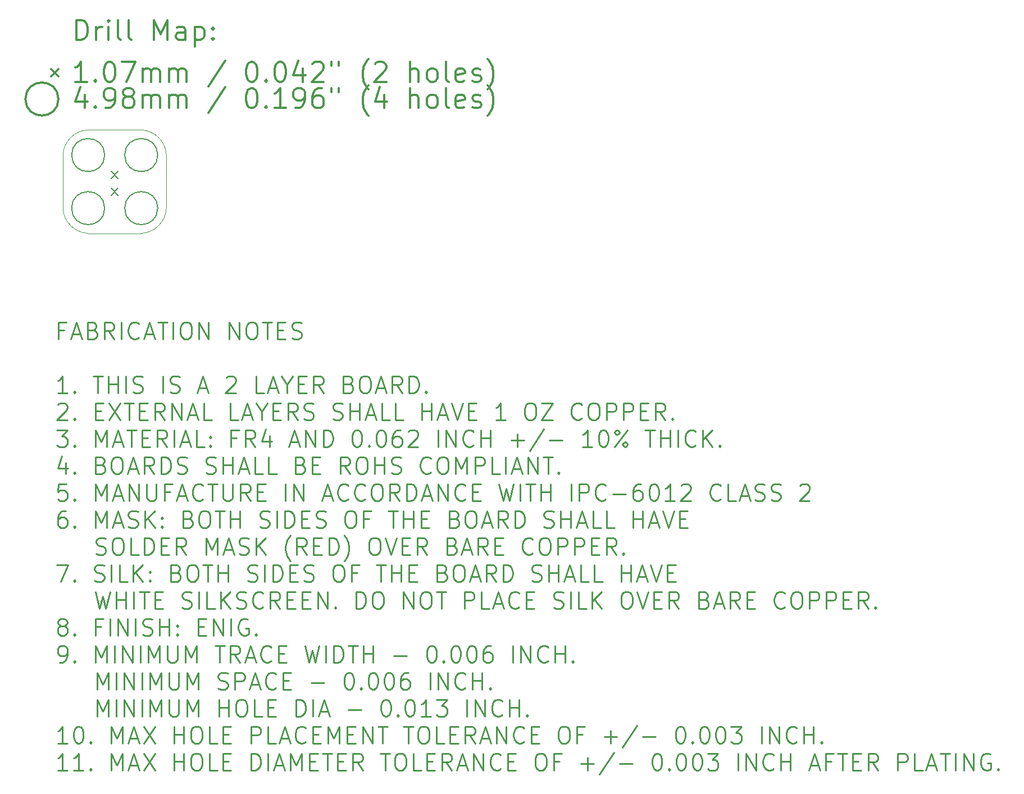
<source format=gbr>
G04 This is an RS-274x file exported by *
G04 gerbv version 2.6.0 *
G04 More information is available about gerbv at *
G04 http://gerbv.gpleda.org/ *
G04 --End of header info--*
%MOIN*%
%FSLAX34Y34*%
%IPPOS*%
G04 --Define apertures--*
%ADD10C,0.0050*%
%ADD11C,0.0079*%
%ADD12C,0.0118*%
%ADD13C,0.0138*%
%ADD14C,0.0020*%
%ADD15C,0.0100*%
G04 --Start main section--*
G54D11*
G01X0003127Y-009637D02*
G01X0003547Y-010057D01*
G01X0003547Y-009637D02*
G01X0003127Y-010057D01*
G01X0003127Y-010637D02*
G01X0003547Y-011057D01*
G01X0003547Y-010637D02*
G01X0003127Y-011057D01*
G01X0002743Y-008666D02*
G75*
G03X0002743Y-008666I-000980J0000000D01*
G01X0002743Y-011816D02*
G75*
G03X0002743Y-011816I-000980J0000000D01*
G01X0005892Y-008666D02*
G75*
G03X0005892Y-008666I-000980J0000000D01*
G01X0005892Y-011816D02*
G75*
G03X0005892Y-011816I-000980J0000000D01*
G54D12*
G01X0001069Y-001834D02*
G01X0001069Y-000652D01*
G01X0001069Y-000652D02*
G01X0001350Y-000652D01*
G01X0001350Y-000652D02*
G01X0001519Y-000709D01*
G01X0001519Y-000709D02*
G01X0001631Y-000821D01*
G01X0001631Y-000821D02*
G01X0001687Y-000934D01*
G01X0001687Y-000934D02*
G01X0001744Y-001159D01*
G01X0001744Y-001159D02*
G01X0001744Y-001327D01*
G01X0001744Y-001327D02*
G01X0001687Y-001552D01*
G01X0001687Y-001552D02*
G01X0001631Y-001665D01*
G01X0001631Y-001665D02*
G01X0001519Y-001777D01*
G01X0001519Y-001777D02*
G01X0001350Y-001834D01*
G01X0001350Y-001834D02*
G01X0001069Y-001834D01*
G01X0002250Y-001834D02*
G01X0002250Y-001046D01*
G01X0002250Y-001271D02*
G01X0002306Y-001159D01*
G01X0002306Y-001159D02*
G01X0002362Y-001102D01*
G01X0002362Y-001102D02*
G01X0002475Y-001046D01*
G01X0002475Y-001046D02*
G01X0002587Y-001046D01*
G01X0002981Y-001834D02*
G01X0002981Y-001046D01*
G01X0002981Y-000652D02*
G01X0002925Y-000709D01*
G01X0002925Y-000709D02*
G01X0002981Y-000765D01*
G01X0002981Y-000765D02*
G01X0003037Y-000709D01*
G01X0003037Y-000709D02*
G01X0002981Y-000652D01*
G01X0002981Y-000652D02*
G01X0002981Y-000765D01*
G01X0003712Y-001834D02*
G01X0003600Y-001777D01*
G01X0003600Y-001777D02*
G01X0003543Y-001665D01*
G01X0003543Y-001665D02*
G01X0003543Y-000652D01*
G01X0004331Y-001834D02*
G01X0004218Y-001777D01*
G01X0004218Y-001777D02*
G01X0004162Y-001665D01*
G01X0004162Y-001665D02*
G01X0004162Y-000652D01*
G01X0005681Y-001834D02*
G01X0005681Y-000652D01*
G01X0005681Y-000652D02*
G01X0006074Y-001496D01*
G01X0006074Y-001496D02*
G01X0006468Y-000652D01*
G01X0006468Y-000652D02*
G01X0006468Y-001834D01*
G01X0007537Y-001834D02*
G01X0007537Y-001215D01*
G01X0007537Y-001215D02*
G01X0007480Y-001102D01*
G01X0007480Y-001102D02*
G01X0007368Y-001046D01*
G01X0007368Y-001046D02*
G01X0007143Y-001046D01*
G01X0007143Y-001046D02*
G01X0007030Y-001102D01*
G01X0007537Y-001777D02*
G01X0007424Y-001834D01*
G01X0007424Y-001834D02*
G01X0007143Y-001834D01*
G01X0007143Y-001834D02*
G01X0007030Y-001777D01*
G01X0007030Y-001777D02*
G01X0006974Y-001665D01*
G01X0006974Y-001665D02*
G01X0006974Y-001552D01*
G01X0006974Y-001552D02*
G01X0007030Y-001440D01*
G01X0007030Y-001440D02*
G01X0007143Y-001384D01*
G01X0007143Y-001384D02*
G01X0007424Y-001384D01*
G01X0007424Y-001384D02*
G01X0007537Y-001327D01*
G01X0008099Y-001046D02*
G01X0008099Y-002227D01*
G01X0008099Y-001102D02*
G01X0008211Y-001046D01*
G01X0008211Y-001046D02*
G01X0008436Y-001046D01*
G01X0008436Y-001046D02*
G01X0008549Y-001102D01*
G01X0008549Y-001102D02*
G01X0008605Y-001159D01*
G01X0008605Y-001159D02*
G01X0008661Y-001271D01*
G01X0008661Y-001271D02*
G01X0008661Y-001609D01*
G01X0008661Y-001609D02*
G01X0008605Y-001721D01*
G01X0008605Y-001721D02*
G01X0008549Y-001777D01*
G01X0008549Y-001777D02*
G01X0008436Y-001834D01*
G01X0008436Y-001834D02*
G01X0008211Y-001834D01*
G01X0008211Y-001834D02*
G01X0008099Y-001777D01*
G01X0009168Y-001721D02*
G01X0009224Y-001777D01*
G01X0009224Y-001777D02*
G01X0009168Y-001834D01*
G01X0009168Y-001834D02*
G01X0009111Y-001777D01*
G01X0009111Y-001777D02*
G01X0009168Y-001721D01*
G01X0009168Y-001721D02*
G01X0009168Y-001834D01*
G01X0009168Y-001102D02*
G01X0009224Y-001159D01*
G01X0009224Y-001159D02*
G01X0009168Y-001215D01*
G01X0009168Y-001215D02*
G01X0009111Y-001159D01*
G01X0009111Y-001159D02*
G01X0009168Y-001102D01*
G01X0009168Y-001102D02*
G01X0009168Y-001215D01*
G01X-000420Y-003570D02*
G01X0000000Y-003990D01*
G01X0000000Y-003570D02*
G01X-000420Y-003990D01*
G01X0001687Y-004314D02*
G01X0001012Y-004314D01*
G01X0001350Y-004314D02*
G01X0001350Y-003133D01*
G01X0001350Y-003133D02*
G01X0001237Y-003301D01*
G01X0001237Y-003301D02*
G01X0001125Y-003414D01*
G01X0001125Y-003414D02*
G01X0001012Y-003470D01*
G01X0002193Y-004201D02*
G01X0002250Y-004258D01*
G01X0002250Y-004258D02*
G01X0002193Y-004314D01*
G01X0002193Y-004314D02*
G01X0002137Y-004258D01*
G01X0002137Y-004258D02*
G01X0002193Y-004201D01*
G01X0002193Y-004201D02*
G01X0002193Y-004314D01*
G01X0002981Y-003133D02*
G01X0003093Y-003133D01*
G01X0003093Y-003133D02*
G01X0003206Y-003189D01*
G01X0003206Y-003189D02*
G01X0003262Y-003245D01*
G01X0003262Y-003245D02*
G01X0003318Y-003358D01*
G01X0003318Y-003358D02*
G01X0003375Y-003583D01*
G01X0003375Y-003583D02*
G01X0003375Y-003864D01*
G01X0003375Y-003864D02*
G01X0003318Y-004089D01*
G01X0003318Y-004089D02*
G01X0003262Y-004201D01*
G01X0003262Y-004201D02*
G01X0003206Y-004258D01*
G01X0003206Y-004258D02*
G01X0003093Y-004314D01*
G01X0003093Y-004314D02*
G01X0002981Y-004314D01*
G01X0002981Y-004314D02*
G01X0002868Y-004258D01*
G01X0002868Y-004258D02*
G01X0002812Y-004201D01*
G01X0002812Y-004201D02*
G01X0002756Y-004089D01*
G01X0002756Y-004089D02*
G01X0002700Y-003864D01*
G01X0002700Y-003864D02*
G01X0002700Y-003583D01*
G01X0002700Y-003583D02*
G01X0002756Y-003358D01*
G01X0002756Y-003358D02*
G01X0002812Y-003245D01*
G01X0002812Y-003245D02*
G01X0002868Y-003189D01*
G01X0002868Y-003189D02*
G01X0002981Y-003133D01*
G01X0003768Y-003133D02*
G01X0004556Y-003133D01*
G01X0004556Y-003133D02*
G01X0004049Y-004314D01*
G01X0005006Y-004314D02*
G01X0005006Y-003526D01*
G01X0005006Y-003639D02*
G01X0005062Y-003583D01*
G01X0005062Y-003583D02*
G01X0005174Y-003526D01*
G01X0005174Y-003526D02*
G01X0005343Y-003526D01*
G01X0005343Y-003526D02*
G01X0005456Y-003583D01*
G01X0005456Y-003583D02*
G01X0005512Y-003695D01*
G01X0005512Y-003695D02*
G01X0005512Y-004314D01*
G01X0005512Y-003695D02*
G01X0005568Y-003583D01*
G01X0005568Y-003583D02*
G01X0005681Y-003526D01*
G01X0005681Y-003526D02*
G01X0005849Y-003526D01*
G01X0005849Y-003526D02*
G01X0005962Y-003583D01*
G01X0005962Y-003583D02*
G01X0006018Y-003695D01*
G01X0006018Y-003695D02*
G01X0006018Y-004314D01*
G01X0006580Y-004314D02*
G01X0006580Y-003526D01*
G01X0006580Y-003639D02*
G01X0006637Y-003583D01*
G01X0006637Y-003583D02*
G01X0006749Y-003526D01*
G01X0006749Y-003526D02*
G01X0006918Y-003526D01*
G01X0006918Y-003526D02*
G01X0007030Y-003583D01*
G01X0007030Y-003583D02*
G01X0007087Y-003695D01*
G01X0007087Y-003695D02*
G01X0007087Y-004314D01*
G01X0007087Y-003695D02*
G01X0007143Y-003583D01*
G01X0007143Y-003583D02*
G01X0007255Y-003526D01*
G01X0007255Y-003526D02*
G01X0007424Y-003526D01*
G01X0007424Y-003526D02*
G01X0007537Y-003583D01*
G01X0007537Y-003583D02*
G01X0007593Y-003695D01*
G01X0007593Y-003695D02*
G01X0007593Y-004314D01*
G01X0009899Y-003076D02*
G01X0008886Y-004595D01*
G01X0011417Y-003133D02*
G01X0011530Y-003133D01*
G01X0011530Y-003133D02*
G01X0011642Y-003189D01*
G01X0011642Y-003189D02*
G01X0011699Y-003245D01*
G01X0011699Y-003245D02*
G01X0011755Y-003358D01*
G01X0011755Y-003358D02*
G01X0011811Y-003583D01*
G01X0011811Y-003583D02*
G01X0011811Y-003864D01*
G01X0011811Y-003864D02*
G01X0011755Y-004089D01*
G01X0011755Y-004089D02*
G01X0011699Y-004201D01*
G01X0011699Y-004201D02*
G01X0011642Y-004258D01*
G01X0011642Y-004258D02*
G01X0011530Y-004314D01*
G01X0011530Y-004314D02*
G01X0011417Y-004314D01*
G01X0011417Y-004314D02*
G01X0011305Y-004258D01*
G01X0011305Y-004258D02*
G01X0011249Y-004201D01*
G01X0011249Y-004201D02*
G01X0011192Y-004089D01*
G01X0011192Y-004089D02*
G01X0011136Y-003864D01*
G01X0011136Y-003864D02*
G01X0011136Y-003583D01*
G01X0011136Y-003583D02*
G01X0011192Y-003358D01*
G01X0011192Y-003358D02*
G01X0011249Y-003245D01*
G01X0011249Y-003245D02*
G01X0011305Y-003189D01*
G01X0011305Y-003189D02*
G01X0011417Y-003133D01*
G01X0012317Y-004201D02*
G01X0012373Y-004258D01*
G01X0012373Y-004258D02*
G01X0012317Y-004314D01*
G01X0012317Y-004314D02*
G01X0012261Y-004258D01*
G01X0012261Y-004258D02*
G01X0012317Y-004201D01*
G01X0012317Y-004201D02*
G01X0012317Y-004314D01*
G01X0013105Y-003133D02*
G01X0013217Y-003133D01*
G01X0013217Y-003133D02*
G01X0013330Y-003189D01*
G01X0013330Y-003189D02*
G01X0013386Y-003245D01*
G01X0013386Y-003245D02*
G01X0013442Y-003358D01*
G01X0013442Y-003358D02*
G01X0013498Y-003583D01*
G01X0013498Y-003583D02*
G01X0013498Y-003864D01*
G01X0013498Y-003864D02*
G01X0013442Y-004089D01*
G01X0013442Y-004089D02*
G01X0013386Y-004201D01*
G01X0013386Y-004201D02*
G01X0013330Y-004258D01*
G01X0013330Y-004258D02*
G01X0013217Y-004314D01*
G01X0013217Y-004314D02*
G01X0013105Y-004314D01*
G01X0013105Y-004314D02*
G01X0012992Y-004258D01*
G01X0012992Y-004258D02*
G01X0012936Y-004201D01*
G01X0012936Y-004201D02*
G01X0012880Y-004089D01*
G01X0012880Y-004089D02*
G01X0012823Y-003864D01*
G01X0012823Y-003864D02*
G01X0012823Y-003583D01*
G01X0012823Y-003583D02*
G01X0012880Y-003358D01*
G01X0012880Y-003358D02*
G01X0012936Y-003245D01*
G01X0012936Y-003245D02*
G01X0012992Y-003189D01*
G01X0012992Y-003189D02*
G01X0013105Y-003133D01*
G01X0014511Y-003526D02*
G01X0014511Y-004314D01*
G01X0014229Y-003076D02*
G01X0013948Y-003920D01*
G01X0013948Y-003920D02*
G01X0014679Y-003920D01*
G01X0015073Y-003245D02*
G01X0015129Y-003189D01*
G01X0015129Y-003189D02*
G01X0015242Y-003133D01*
G01X0015242Y-003133D02*
G01X0015523Y-003133D01*
G01X0015523Y-003133D02*
G01X0015636Y-003189D01*
G01X0015636Y-003189D02*
G01X0015692Y-003245D01*
G01X0015692Y-003245D02*
G01X0015748Y-003358D01*
G01X0015748Y-003358D02*
G01X0015748Y-003470D01*
G01X0015748Y-003470D02*
G01X0015692Y-003639D01*
G01X0015692Y-003639D02*
G01X0015017Y-004314D01*
G01X0015017Y-004314D02*
G01X0015748Y-004314D01*
G01X0016198Y-003133D02*
G01X0016198Y-003358D01*
G01X0016648Y-003133D02*
G01X0016648Y-003358D01*
G01X0018391Y-004764D02*
G01X0018335Y-004708D01*
G01X0018335Y-004708D02*
G01X0018223Y-004539D01*
G01X0018223Y-004539D02*
G01X0018166Y-004426D01*
G01X0018166Y-004426D02*
G01X0018110Y-004258D01*
G01X0018110Y-004258D02*
G01X0018054Y-003976D01*
G01X0018054Y-003976D02*
G01X0018054Y-003751D01*
G01X0018054Y-003751D02*
G01X0018110Y-003470D01*
G01X0018110Y-003470D02*
G01X0018166Y-003301D01*
G01X0018166Y-003301D02*
G01X0018223Y-003189D01*
G01X0018223Y-003189D02*
G01X0018335Y-003020D01*
G01X0018335Y-003020D02*
G01X0018391Y-002964D01*
G01X0018785Y-003245D02*
G01X0018841Y-003189D01*
G01X0018841Y-003189D02*
G01X0018954Y-003133D01*
G01X0018954Y-003133D02*
G01X0019235Y-003133D01*
G01X0019235Y-003133D02*
G01X0019348Y-003189D01*
G01X0019348Y-003189D02*
G01X0019404Y-003245D01*
G01X0019404Y-003245D02*
G01X0019460Y-003358D01*
G01X0019460Y-003358D02*
G01X0019460Y-003470D01*
G01X0019460Y-003470D02*
G01X0019404Y-003639D01*
G01X0019404Y-003639D02*
G01X0018729Y-004314D01*
G01X0018729Y-004314D02*
G01X0019460Y-004314D01*
G01X0020866Y-004314D02*
G01X0020866Y-003133D01*
G01X0021372Y-004314D02*
G01X0021372Y-003695D01*
G01X0021372Y-003695D02*
G01X0021316Y-003583D01*
G01X0021316Y-003583D02*
G01X0021204Y-003526D01*
G01X0021204Y-003526D02*
G01X0021035Y-003526D01*
G01X0021035Y-003526D02*
G01X0020922Y-003583D01*
G01X0020922Y-003583D02*
G01X0020866Y-003639D01*
G01X0022103Y-004314D02*
G01X0021991Y-004258D01*
G01X0021991Y-004258D02*
G01X0021935Y-004201D01*
G01X0021935Y-004201D02*
G01X0021879Y-004089D01*
G01X0021879Y-004089D02*
G01X0021879Y-003751D01*
G01X0021879Y-003751D02*
G01X0021935Y-003639D01*
G01X0021935Y-003639D02*
G01X0021991Y-003583D01*
G01X0021991Y-003583D02*
G01X0022103Y-003526D01*
G01X0022103Y-003526D02*
G01X0022272Y-003526D01*
G01X0022272Y-003526D02*
G01X0022385Y-003583D01*
G01X0022385Y-003583D02*
G01X0022441Y-003639D01*
G01X0022441Y-003639D02*
G01X0022497Y-003751D01*
G01X0022497Y-003751D02*
G01X0022497Y-004089D01*
G01X0022497Y-004089D02*
G01X0022441Y-004201D01*
G01X0022441Y-004201D02*
G01X0022385Y-004258D01*
G01X0022385Y-004258D02*
G01X0022272Y-004314D01*
G01X0022272Y-004314D02*
G01X0022103Y-004314D01*
G01X0023172Y-004314D02*
G01X0023060Y-004258D01*
G01X0023060Y-004258D02*
G01X0023003Y-004145D01*
G01X0023003Y-004145D02*
G01X0023003Y-003133D01*
G01X0024072Y-004258D02*
G01X0023960Y-004314D01*
G01X0023960Y-004314D02*
G01X0023735Y-004314D01*
G01X0023735Y-004314D02*
G01X0023622Y-004258D01*
G01X0023622Y-004258D02*
G01X0023566Y-004145D01*
G01X0023566Y-004145D02*
G01X0023566Y-003695D01*
G01X0023566Y-003695D02*
G01X0023622Y-003583D01*
G01X0023622Y-003583D02*
G01X0023735Y-003526D01*
G01X0023735Y-003526D02*
G01X0023960Y-003526D01*
G01X0023960Y-003526D02*
G01X0024072Y-003583D01*
G01X0024072Y-003583D02*
G01X0024128Y-003695D01*
G01X0024128Y-003695D02*
G01X0024128Y-003808D01*
G01X0024128Y-003808D02*
G01X0023566Y-003920D01*
G01X0024578Y-004258D02*
G01X0024691Y-004314D01*
G01X0024691Y-004314D02*
G01X0024916Y-004314D01*
G01X0024916Y-004314D02*
G01X0025028Y-004258D01*
G01X0025028Y-004258D02*
G01X0025084Y-004145D01*
G01X0025084Y-004145D02*
G01X0025084Y-004089D01*
G01X0025084Y-004089D02*
G01X0025028Y-003976D01*
G01X0025028Y-003976D02*
G01X0024916Y-003920D01*
G01X0024916Y-003920D02*
G01X0024747Y-003920D01*
G01X0024747Y-003920D02*
G01X0024634Y-003864D01*
G01X0024634Y-003864D02*
G01X0024578Y-003751D01*
G01X0024578Y-003751D02*
G01X0024578Y-003695D01*
G01X0024578Y-003695D02*
G01X0024634Y-003583D01*
G01X0024634Y-003583D02*
G01X0024747Y-003526D01*
G01X0024747Y-003526D02*
G01X0024916Y-003526D01*
G01X0024916Y-003526D02*
G01X0025028Y-003583D01*
G01X0025478Y-004764D02*
G01X0025534Y-004708D01*
G01X0025534Y-004708D02*
G01X0025647Y-004539D01*
G01X0025647Y-004539D02*
G01X0025703Y-004426D01*
G01X0025703Y-004426D02*
G01X0025759Y-004258D01*
G01X0025759Y-004258D02*
G01X0025816Y-003976D01*
G01X0025816Y-003976D02*
G01X0025816Y-003751D01*
G01X0025816Y-003751D02*
G01X0025759Y-003470D01*
G01X0025759Y-003470D02*
G01X0025703Y-003301D01*
G01X0025703Y-003301D02*
G01X0025647Y-003189D01*
G01X0025647Y-003189D02*
G01X0025534Y-003020D01*
G01X0025534Y-003020D02*
G01X0025478Y-002964D01*
G01X0000000Y-005339D02*
G75*
G03X0000000Y-005339I-000980J0000000D01*
G01X0001575Y-005085D02*
G01X0001575Y-005873D01*
G01X0001294Y-004636D02*
G01X0001012Y-005479D01*
G01X0001012Y-005479D02*
G01X0001744Y-005479D01*
G01X0002193Y-005760D02*
G01X0002250Y-005817D01*
G01X0002250Y-005817D02*
G01X0002193Y-005873D01*
G01X0002193Y-005873D02*
G01X0002137Y-005817D01*
G01X0002137Y-005817D02*
G01X0002193Y-005760D01*
G01X0002193Y-005760D02*
G01X0002193Y-005873D01*
G01X0002812Y-005873D02*
G01X0003037Y-005873D01*
G01X0003037Y-005873D02*
G01X0003150Y-005817D01*
G01X0003150Y-005817D02*
G01X0003206Y-005760D01*
G01X0003206Y-005760D02*
G01X0003318Y-005592D01*
G01X0003318Y-005592D02*
G01X0003375Y-005367D01*
G01X0003375Y-005367D02*
G01X0003375Y-004917D01*
G01X0003375Y-004917D02*
G01X0003318Y-004804D01*
G01X0003318Y-004804D02*
G01X0003262Y-004748D01*
G01X0003262Y-004748D02*
G01X0003150Y-004692D01*
G01X0003150Y-004692D02*
G01X0002925Y-004692D01*
G01X0002925Y-004692D02*
G01X0002812Y-004748D01*
G01X0002812Y-004748D02*
G01X0002756Y-004804D01*
G01X0002756Y-004804D02*
G01X0002700Y-004917D01*
G01X0002700Y-004917D02*
G01X0002700Y-005198D01*
G01X0002700Y-005198D02*
G01X0002756Y-005310D01*
G01X0002756Y-005310D02*
G01X0002812Y-005367D01*
G01X0002812Y-005367D02*
G01X0002925Y-005423D01*
G01X0002925Y-005423D02*
G01X0003150Y-005423D01*
G01X0003150Y-005423D02*
G01X0003262Y-005367D01*
G01X0003262Y-005367D02*
G01X0003318Y-005310D01*
G01X0003318Y-005310D02*
G01X0003375Y-005198D01*
G01X0004049Y-005198D02*
G01X0003937Y-005142D01*
G01X0003937Y-005142D02*
G01X0003881Y-005085D01*
G01X0003881Y-005085D02*
G01X0003825Y-004973D01*
G01X0003825Y-004973D02*
G01X0003825Y-004917D01*
G01X0003825Y-004917D02*
G01X0003881Y-004804D01*
G01X0003881Y-004804D02*
G01X0003937Y-004748D01*
G01X0003937Y-004748D02*
G01X0004049Y-004692D01*
G01X0004049Y-004692D02*
G01X0004274Y-004692D01*
G01X0004274Y-004692D02*
G01X0004387Y-004748D01*
G01X0004387Y-004748D02*
G01X0004443Y-004804D01*
G01X0004443Y-004804D02*
G01X0004499Y-004917D01*
G01X0004499Y-004917D02*
G01X0004499Y-004973D01*
G01X0004499Y-004973D02*
G01X0004443Y-005085D01*
G01X0004443Y-005085D02*
G01X0004387Y-005142D01*
G01X0004387Y-005142D02*
G01X0004274Y-005198D01*
G01X0004274Y-005198D02*
G01X0004049Y-005198D01*
G01X0004049Y-005198D02*
G01X0003937Y-005254D01*
G01X0003937Y-005254D02*
G01X0003881Y-005310D01*
G01X0003881Y-005310D02*
G01X0003825Y-005423D01*
G01X0003825Y-005423D02*
G01X0003825Y-005648D01*
G01X0003825Y-005648D02*
G01X0003881Y-005760D01*
G01X0003881Y-005760D02*
G01X0003937Y-005817D01*
G01X0003937Y-005817D02*
G01X0004049Y-005873D01*
G01X0004049Y-005873D02*
G01X0004274Y-005873D01*
G01X0004274Y-005873D02*
G01X0004387Y-005817D01*
G01X0004387Y-005817D02*
G01X0004443Y-005760D01*
G01X0004443Y-005760D02*
G01X0004499Y-005648D01*
G01X0004499Y-005648D02*
G01X0004499Y-005423D01*
G01X0004499Y-005423D02*
G01X0004443Y-005310D01*
G01X0004443Y-005310D02*
G01X0004387Y-005254D01*
G01X0004387Y-005254D02*
G01X0004274Y-005198D01*
G01X0005006Y-005873D02*
G01X0005006Y-005085D01*
G01X0005006Y-005198D02*
G01X0005062Y-005142D01*
G01X0005062Y-005142D02*
G01X0005174Y-005085D01*
G01X0005174Y-005085D02*
G01X0005343Y-005085D01*
G01X0005343Y-005085D02*
G01X0005456Y-005142D01*
G01X0005456Y-005142D02*
G01X0005512Y-005254D01*
G01X0005512Y-005254D02*
G01X0005512Y-005873D01*
G01X0005512Y-005254D02*
G01X0005568Y-005142D01*
G01X0005568Y-005142D02*
G01X0005681Y-005085D01*
G01X0005681Y-005085D02*
G01X0005849Y-005085D01*
G01X0005849Y-005085D02*
G01X0005962Y-005142D01*
G01X0005962Y-005142D02*
G01X0006018Y-005254D01*
G01X0006018Y-005254D02*
G01X0006018Y-005873D01*
G01X0006580Y-005873D02*
G01X0006580Y-005085D01*
G01X0006580Y-005198D02*
G01X0006637Y-005142D01*
G01X0006637Y-005142D02*
G01X0006749Y-005085D01*
G01X0006749Y-005085D02*
G01X0006918Y-005085D01*
G01X0006918Y-005085D02*
G01X0007030Y-005142D01*
G01X0007030Y-005142D02*
G01X0007087Y-005254D01*
G01X0007087Y-005254D02*
G01X0007087Y-005873D01*
G01X0007087Y-005254D02*
G01X0007143Y-005142D01*
G01X0007143Y-005142D02*
G01X0007255Y-005085D01*
G01X0007255Y-005085D02*
G01X0007424Y-005085D01*
G01X0007424Y-005085D02*
G01X0007537Y-005142D01*
G01X0007537Y-005142D02*
G01X0007593Y-005254D01*
G01X0007593Y-005254D02*
G01X0007593Y-005873D01*
G01X0009899Y-004636D02*
G01X0008886Y-006154D01*
G01X0011417Y-004692D02*
G01X0011530Y-004692D01*
G01X0011530Y-004692D02*
G01X0011642Y-004748D01*
G01X0011642Y-004748D02*
G01X0011699Y-004804D01*
G01X0011699Y-004804D02*
G01X0011755Y-004917D01*
G01X0011755Y-004917D02*
G01X0011811Y-005142D01*
G01X0011811Y-005142D02*
G01X0011811Y-005423D01*
G01X0011811Y-005423D02*
G01X0011755Y-005648D01*
G01X0011755Y-005648D02*
G01X0011699Y-005760D01*
G01X0011699Y-005760D02*
G01X0011642Y-005817D01*
G01X0011642Y-005817D02*
G01X0011530Y-005873D01*
G01X0011530Y-005873D02*
G01X0011417Y-005873D01*
G01X0011417Y-005873D02*
G01X0011305Y-005817D01*
G01X0011305Y-005817D02*
G01X0011249Y-005760D01*
G01X0011249Y-005760D02*
G01X0011192Y-005648D01*
G01X0011192Y-005648D02*
G01X0011136Y-005423D01*
G01X0011136Y-005423D02*
G01X0011136Y-005142D01*
G01X0011136Y-005142D02*
G01X0011192Y-004917D01*
G01X0011192Y-004917D02*
G01X0011249Y-004804D01*
G01X0011249Y-004804D02*
G01X0011305Y-004748D01*
G01X0011305Y-004748D02*
G01X0011417Y-004692D01*
G01X0012317Y-005760D02*
G01X0012373Y-005817D01*
G01X0012373Y-005817D02*
G01X0012317Y-005873D01*
G01X0012317Y-005873D02*
G01X0012261Y-005817D01*
G01X0012261Y-005817D02*
G01X0012317Y-005760D01*
G01X0012317Y-005760D02*
G01X0012317Y-005873D01*
G01X0013498Y-005873D02*
G01X0012823Y-005873D01*
G01X0013161Y-005873D02*
G01X0013161Y-004692D01*
G01X0013161Y-004692D02*
G01X0013048Y-004861D01*
G01X0013048Y-004861D02*
G01X0012936Y-004973D01*
G01X0012936Y-004973D02*
G01X0012823Y-005029D01*
G01X0014061Y-005873D02*
G01X0014286Y-005873D01*
G01X0014286Y-005873D02*
G01X0014398Y-005817D01*
G01X0014398Y-005817D02*
G01X0014454Y-005760D01*
G01X0014454Y-005760D02*
G01X0014567Y-005592D01*
G01X0014567Y-005592D02*
G01X0014623Y-005367D01*
G01X0014623Y-005367D02*
G01X0014623Y-004917D01*
G01X0014623Y-004917D02*
G01X0014567Y-004804D01*
G01X0014567Y-004804D02*
G01X0014511Y-004748D01*
G01X0014511Y-004748D02*
G01X0014398Y-004692D01*
G01X0014398Y-004692D02*
G01X0014173Y-004692D01*
G01X0014173Y-004692D02*
G01X0014061Y-004748D01*
G01X0014061Y-004748D02*
G01X0014005Y-004804D01*
G01X0014005Y-004804D02*
G01X0013948Y-004917D01*
G01X0013948Y-004917D02*
G01X0013948Y-005198D01*
G01X0013948Y-005198D02*
G01X0014005Y-005310D01*
G01X0014005Y-005310D02*
G01X0014061Y-005367D01*
G01X0014061Y-005367D02*
G01X0014173Y-005423D01*
G01X0014173Y-005423D02*
G01X0014398Y-005423D01*
G01X0014398Y-005423D02*
G01X0014511Y-005367D01*
G01X0014511Y-005367D02*
G01X0014567Y-005310D01*
G01X0014567Y-005310D02*
G01X0014623Y-005198D01*
G01X0015636Y-004692D02*
G01X0015411Y-004692D01*
G01X0015411Y-004692D02*
G01X0015298Y-004748D01*
G01X0015298Y-004748D02*
G01X0015242Y-004804D01*
G01X0015242Y-004804D02*
G01X0015129Y-004973D01*
G01X0015129Y-004973D02*
G01X0015073Y-005198D01*
G01X0015073Y-005198D02*
G01X0015073Y-005648D01*
G01X0015073Y-005648D02*
G01X0015129Y-005760D01*
G01X0015129Y-005760D02*
G01X0015186Y-005817D01*
G01X0015186Y-005817D02*
G01X0015298Y-005873D01*
G01X0015298Y-005873D02*
G01X0015523Y-005873D01*
G01X0015523Y-005873D02*
G01X0015636Y-005817D01*
G01X0015636Y-005817D02*
G01X0015692Y-005760D01*
G01X0015692Y-005760D02*
G01X0015748Y-005648D01*
G01X0015748Y-005648D02*
G01X0015748Y-005367D01*
G01X0015748Y-005367D02*
G01X0015692Y-005254D01*
G01X0015692Y-005254D02*
G01X0015636Y-005198D01*
G01X0015636Y-005198D02*
G01X0015523Y-005142D01*
G01X0015523Y-005142D02*
G01X0015298Y-005142D01*
G01X0015298Y-005142D02*
G01X0015186Y-005198D01*
G01X0015186Y-005198D02*
G01X0015129Y-005254D01*
G01X0015129Y-005254D02*
G01X0015073Y-005367D01*
G01X0016198Y-004692D02*
G01X0016198Y-004917D01*
G01X0016648Y-004692D02*
G01X0016648Y-004917D01*
G01X0018391Y-006323D02*
G01X0018335Y-006267D01*
G01X0018335Y-006267D02*
G01X0018223Y-006098D01*
G01X0018223Y-006098D02*
G01X0018166Y-005985D01*
G01X0018166Y-005985D02*
G01X0018110Y-005817D01*
G01X0018110Y-005817D02*
G01X0018054Y-005535D01*
G01X0018054Y-005535D02*
G01X0018054Y-005310D01*
G01X0018054Y-005310D02*
G01X0018110Y-005029D01*
G01X0018110Y-005029D02*
G01X0018166Y-004861D01*
G01X0018166Y-004861D02*
G01X0018223Y-004748D01*
G01X0018223Y-004748D02*
G01X0018335Y-004579D01*
G01X0018335Y-004579D02*
G01X0018391Y-004523D01*
G01X0019348Y-005085D02*
G01X0019348Y-005873D01*
G01X0019066Y-004636D02*
G01X0018785Y-005479D01*
G01X0018785Y-005479D02*
G01X0019516Y-005479D01*
G01X0020866Y-005873D02*
G01X0020866Y-004692D01*
G01X0021372Y-005873D02*
G01X0021372Y-005254D01*
G01X0021372Y-005254D02*
G01X0021316Y-005142D01*
G01X0021316Y-005142D02*
G01X0021204Y-005085D01*
G01X0021204Y-005085D02*
G01X0021035Y-005085D01*
G01X0021035Y-005085D02*
G01X0020922Y-005142D01*
G01X0020922Y-005142D02*
G01X0020866Y-005198D01*
G01X0022103Y-005873D02*
G01X0021991Y-005817D01*
G01X0021991Y-005817D02*
G01X0021935Y-005760D01*
G01X0021935Y-005760D02*
G01X0021879Y-005648D01*
G01X0021879Y-005648D02*
G01X0021879Y-005310D01*
G01X0021879Y-005310D02*
G01X0021935Y-005198D01*
G01X0021935Y-005198D02*
G01X0021991Y-005142D01*
G01X0021991Y-005142D02*
G01X0022103Y-005085D01*
G01X0022103Y-005085D02*
G01X0022272Y-005085D01*
G01X0022272Y-005085D02*
G01X0022385Y-005142D01*
G01X0022385Y-005142D02*
G01X0022441Y-005198D01*
G01X0022441Y-005198D02*
G01X0022497Y-005310D01*
G01X0022497Y-005310D02*
G01X0022497Y-005648D01*
G01X0022497Y-005648D02*
G01X0022441Y-005760D01*
G01X0022441Y-005760D02*
G01X0022385Y-005817D01*
G01X0022385Y-005817D02*
G01X0022272Y-005873D01*
G01X0022272Y-005873D02*
G01X0022103Y-005873D01*
G01X0023172Y-005873D02*
G01X0023060Y-005817D01*
G01X0023060Y-005817D02*
G01X0023003Y-005704D01*
G01X0023003Y-005704D02*
G01X0023003Y-004692D01*
G01X0024072Y-005817D02*
G01X0023960Y-005873D01*
G01X0023960Y-005873D02*
G01X0023735Y-005873D01*
G01X0023735Y-005873D02*
G01X0023622Y-005817D01*
G01X0023622Y-005817D02*
G01X0023566Y-005704D01*
G01X0023566Y-005704D02*
G01X0023566Y-005254D01*
G01X0023566Y-005254D02*
G01X0023622Y-005142D01*
G01X0023622Y-005142D02*
G01X0023735Y-005085D01*
G01X0023735Y-005085D02*
G01X0023960Y-005085D01*
G01X0023960Y-005085D02*
G01X0024072Y-005142D01*
G01X0024072Y-005142D02*
G01X0024128Y-005254D01*
G01X0024128Y-005254D02*
G01X0024128Y-005367D01*
G01X0024128Y-005367D02*
G01X0023566Y-005479D01*
G01X0024578Y-005817D02*
G01X0024691Y-005873D01*
G01X0024691Y-005873D02*
G01X0024916Y-005873D01*
G01X0024916Y-005873D02*
G01X0025028Y-005817D01*
G01X0025028Y-005817D02*
G01X0025084Y-005704D01*
G01X0025084Y-005704D02*
G01X0025084Y-005648D01*
G01X0025084Y-005648D02*
G01X0025028Y-005535D01*
G01X0025028Y-005535D02*
G01X0024916Y-005479D01*
G01X0024916Y-005479D02*
G01X0024747Y-005479D01*
G01X0024747Y-005479D02*
G01X0024634Y-005423D01*
G01X0024634Y-005423D02*
G01X0024578Y-005310D01*
G01X0024578Y-005310D02*
G01X0024578Y-005254D01*
G01X0024578Y-005254D02*
G01X0024634Y-005142D01*
G01X0024634Y-005142D02*
G01X0024747Y-005085D01*
G01X0024747Y-005085D02*
G01X0024916Y-005085D01*
G01X0024916Y-005085D02*
G01X0025028Y-005142D01*
G01X0025478Y-006323D02*
G01X0025534Y-006267D01*
G01X0025534Y-006267D02*
G01X0025647Y-006098D01*
G01X0025647Y-006098D02*
G01X0025703Y-005985D01*
G01X0025703Y-005985D02*
G01X0025759Y-005817D01*
G01X0025759Y-005817D02*
G01X0025816Y-005535D01*
G01X0025816Y-005535D02*
G01X0025816Y-005310D01*
G01X0025816Y-005310D02*
G01X0025759Y-005029D01*
G01X0025759Y-005029D02*
G01X0025703Y-004861D01*
G01X0025703Y-004861D02*
G01X0025647Y-004748D01*
G01X0025647Y-004748D02*
G01X0025534Y-004579D01*
G01X0025534Y-004579D02*
G01X0025478Y-004523D01*
G01X0000000Y0000000D02*
G54D14*
G01X0000265Y-011820D02*
G75*
G03X0001762Y-013312I0001574J0000083D01*
G01X0006408Y-008666D02*
G01X0006408Y-011816D01*
G01X0001762Y-007170D02*
G01X0004912Y-007170D01*
G01X0001762Y-013312D02*
G01X0004912Y-013312D01*
G01X0000266Y-008666D02*
G01X0000266Y-011816D01*
G01X0004916Y-013313D02*
G75*
G03X0006408Y-011816I-000083J0001574D01*
G01X0001758Y-007169D02*
G75*
G03X0000266Y-008666I0000083J-001574D01*
G01X0006409Y-008662D02*
G75*
G03X0004912Y-007170I-001574J-000083D01*
G01X0000000Y0000000D02*
G54D15*
G01X0000339Y-019061D02*
G01X0000006Y-019061D01*
G01X0000006Y-019584D02*
G01X0000006Y-018584D01*
G01X0000006Y-018584D02*
G01X0000482Y-018584D01*
G01X0000816Y-019299D02*
G01X0001292Y-019299D01*
G01X0000720Y-019584D02*
G01X0001054Y-018584D01*
G01X0001054Y-018584D02*
G01X0001387Y-019584D01*
G01X0002054Y-019061D02*
G01X0002197Y-019108D01*
G01X0002197Y-019108D02*
G01X0002244Y-019156D01*
G01X0002244Y-019156D02*
G01X0002292Y-019251D01*
G01X0002292Y-019251D02*
G01X0002292Y-019394D01*
G01X0002292Y-019394D02*
G01X0002244Y-019489D01*
G01X0002244Y-019489D02*
G01X0002197Y-019537D01*
G01X0002197Y-019537D02*
G01X0002101Y-019584D01*
G01X0002101Y-019584D02*
G01X0001720Y-019584D01*
G01X0001720Y-019584D02*
G01X0001720Y-018584D01*
G01X0001720Y-018584D02*
G01X0002054Y-018584D01*
G01X0002054Y-018584D02*
G01X0002149Y-018632D01*
G01X0002149Y-018632D02*
G01X0002197Y-018680D01*
G01X0002197Y-018680D02*
G01X0002244Y-018775D01*
G01X0002244Y-018775D02*
G01X0002244Y-018870D01*
G01X0002244Y-018870D02*
G01X0002197Y-018965D01*
G01X0002197Y-018965D02*
G01X0002149Y-019013D01*
G01X0002149Y-019013D02*
G01X0002054Y-019061D01*
G01X0002054Y-019061D02*
G01X0001720Y-019061D01*
G01X0003292Y-019584D02*
G01X0002958Y-019108D01*
G01X0002720Y-019584D02*
G01X0002720Y-018584D01*
G01X0002720Y-018584D02*
G01X0003101Y-018584D01*
G01X0003101Y-018584D02*
G01X0003197Y-018632D01*
G01X0003197Y-018632D02*
G01X0003244Y-018680D01*
G01X0003244Y-018680D02*
G01X0003292Y-018775D01*
G01X0003292Y-018775D02*
G01X0003292Y-018918D01*
G01X0003292Y-018918D02*
G01X0003244Y-019013D01*
G01X0003244Y-019013D02*
G01X0003197Y-019061D01*
G01X0003197Y-019061D02*
G01X0003101Y-019108D01*
G01X0003101Y-019108D02*
G01X0002720Y-019108D01*
G01X0003720Y-019584D02*
G01X0003720Y-018584D01*
G01X0004768Y-019489D02*
G01X0004720Y-019537D01*
G01X0004720Y-019537D02*
G01X0004578Y-019584D01*
G01X0004578Y-019584D02*
G01X0004482Y-019584D01*
G01X0004482Y-019584D02*
G01X0004339Y-019537D01*
G01X0004339Y-019537D02*
G01X0004244Y-019442D01*
G01X0004244Y-019442D02*
G01X0004197Y-019346D01*
G01X0004197Y-019346D02*
G01X0004149Y-019156D01*
G01X0004149Y-019156D02*
G01X0004149Y-019013D01*
G01X0004149Y-019013D02*
G01X0004197Y-018822D01*
G01X0004197Y-018822D02*
G01X0004244Y-018727D01*
G01X0004244Y-018727D02*
G01X0004339Y-018632D01*
G01X0004339Y-018632D02*
G01X0004482Y-018584D01*
G01X0004482Y-018584D02*
G01X0004578Y-018584D01*
G01X0004578Y-018584D02*
G01X0004720Y-018632D01*
G01X0004720Y-018632D02*
G01X0004768Y-018680D01*
G01X0005149Y-019299D02*
G01X0005625Y-019299D01*
G01X0005054Y-019584D02*
G01X0005387Y-018584D01*
G01X0005387Y-018584D02*
G01X0005720Y-019584D01*
G01X0005911Y-018584D02*
G01X0006482Y-018584D01*
G01X0006197Y-019584D02*
G01X0006197Y-018584D01*
G01X0006816Y-019584D02*
G01X0006816Y-018584D01*
G01X0007482Y-018584D02*
G01X0007673Y-018584D01*
G01X0007673Y-018584D02*
G01X0007768Y-018632D01*
G01X0007768Y-018632D02*
G01X0007863Y-018727D01*
G01X0007863Y-018727D02*
G01X0007911Y-018918D01*
G01X0007911Y-018918D02*
G01X0007911Y-019251D01*
G01X0007911Y-019251D02*
G01X0007863Y-019442D01*
G01X0007863Y-019442D02*
G01X0007768Y-019537D01*
G01X0007768Y-019537D02*
G01X0007673Y-019584D01*
G01X0007673Y-019584D02*
G01X0007482Y-019584D01*
G01X0007482Y-019584D02*
G01X0007387Y-019537D01*
G01X0007387Y-019537D02*
G01X0007292Y-019442D01*
G01X0007292Y-019442D02*
G01X0007244Y-019251D01*
G01X0007244Y-019251D02*
G01X0007244Y-018918D01*
G01X0007244Y-018918D02*
G01X0007292Y-018727D01*
G01X0007292Y-018727D02*
G01X0007387Y-018632D01*
G01X0007387Y-018632D02*
G01X0007482Y-018584D01*
G01X0008339Y-019584D02*
G01X0008339Y-018584D01*
G01X0008339Y-018584D02*
G01X0008911Y-019584D01*
G01X0008911Y-019584D02*
G01X0008911Y-018584D01*
G01X0010149Y-019584D02*
G01X0010149Y-018584D01*
G01X0010149Y-018584D02*
G01X0010720Y-019584D01*
G01X0010720Y-019584D02*
G01X0010720Y-018584D01*
G01X0011387Y-018584D02*
G01X0011578Y-018584D01*
G01X0011578Y-018584D02*
G01X0011673Y-018632D01*
G01X0011673Y-018632D02*
G01X0011768Y-018727D01*
G01X0011768Y-018727D02*
G01X0011816Y-018918D01*
G01X0011816Y-018918D02*
G01X0011816Y-019251D01*
G01X0011816Y-019251D02*
G01X0011768Y-019442D01*
G01X0011768Y-019442D02*
G01X0011673Y-019537D01*
G01X0011673Y-019537D02*
G01X0011578Y-019584D01*
G01X0011578Y-019584D02*
G01X0011387Y-019584D01*
G01X0011387Y-019584D02*
G01X0011292Y-019537D01*
G01X0011292Y-019537D02*
G01X0011197Y-019442D01*
G01X0011197Y-019442D02*
G01X0011149Y-019251D01*
G01X0011149Y-019251D02*
G01X0011149Y-018918D01*
G01X0011149Y-018918D02*
G01X0011197Y-018727D01*
G01X0011197Y-018727D02*
G01X0011292Y-018632D01*
G01X0011292Y-018632D02*
G01X0011387Y-018584D01*
G01X0012101Y-018584D02*
G01X0012673Y-018584D01*
G01X0012387Y-019584D02*
G01X0012387Y-018584D01*
G01X0013006Y-019061D02*
G01X0013339Y-019061D01*
G01X0013482Y-019584D02*
G01X0013006Y-019584D01*
G01X0013006Y-019584D02*
G01X0013006Y-018584D01*
G01X0013006Y-018584D02*
G01X0013482Y-018584D01*
G01X0013863Y-019537D02*
G01X0014006Y-019584D01*
G01X0014006Y-019584D02*
G01X0014244Y-019584D01*
G01X0014244Y-019584D02*
G01X0014339Y-019537D01*
G01X0014339Y-019537D02*
G01X0014387Y-019489D01*
G01X0014387Y-019489D02*
G01X0014435Y-019394D01*
G01X0014435Y-019394D02*
G01X0014435Y-019299D01*
G01X0014435Y-019299D02*
G01X0014387Y-019203D01*
G01X0014387Y-019203D02*
G01X0014339Y-019156D01*
G01X0014339Y-019156D02*
G01X0014244Y-019108D01*
G01X0014244Y-019108D02*
G01X0014054Y-019061D01*
G01X0014054Y-019061D02*
G01X0013958Y-019013D01*
G01X0013958Y-019013D02*
G01X0013911Y-018965D01*
G01X0013911Y-018965D02*
G01X0013863Y-018870D01*
G01X0013863Y-018870D02*
G01X0013863Y-018775D01*
G01X0013863Y-018775D02*
G01X0013911Y-018680D01*
G01X0013911Y-018680D02*
G01X0013958Y-018632D01*
G01X0013958Y-018632D02*
G01X0014054Y-018584D01*
G01X0014054Y-018584D02*
G01X0014292Y-018584D01*
G01X0014292Y-018584D02*
G01X0014435Y-018632D01*
G01X0000530Y-022784D02*
G01X-000042Y-022784D01*
G01X0000244Y-022784D02*
G01X0000244Y-021784D01*
G01X0000244Y-021784D02*
G01X0000149Y-021927D01*
G01X0000149Y-021927D02*
G01X0000054Y-022022D01*
G01X0000054Y-022022D02*
G01X-000042Y-022070D01*
G01X0000958Y-022689D02*
G01X0001006Y-022737D01*
G01X0001006Y-022737D02*
G01X0000958Y-022784D01*
G01X0000958Y-022784D02*
G01X0000911Y-022737D01*
G01X0000911Y-022737D02*
G01X0000958Y-022689D01*
G01X0000958Y-022689D02*
G01X0000958Y-022784D01*
G01X0002054Y-021784D02*
G01X0002625Y-021784D01*
G01X0002339Y-022784D02*
G01X0002339Y-021784D01*
G01X0002958Y-022784D02*
G01X0002958Y-021784D01*
G01X0002958Y-022261D02*
G01X0003530Y-022261D01*
G01X0003530Y-022784D02*
G01X0003530Y-021784D01*
G01X0004006Y-022784D02*
G01X0004006Y-021784D01*
G01X0004435Y-022737D02*
G01X0004578Y-022784D01*
G01X0004578Y-022784D02*
G01X0004816Y-022784D01*
G01X0004816Y-022784D02*
G01X0004911Y-022737D01*
G01X0004911Y-022737D02*
G01X0004958Y-022689D01*
G01X0004958Y-022689D02*
G01X0005006Y-022594D01*
G01X0005006Y-022594D02*
G01X0005006Y-022499D01*
G01X0005006Y-022499D02*
G01X0004958Y-022403D01*
G01X0004958Y-022403D02*
G01X0004911Y-022356D01*
G01X0004911Y-022356D02*
G01X0004816Y-022308D01*
G01X0004816Y-022308D02*
G01X0004625Y-022261D01*
G01X0004625Y-022261D02*
G01X0004530Y-022213D01*
G01X0004530Y-022213D02*
G01X0004482Y-022165D01*
G01X0004482Y-022165D02*
G01X0004435Y-022070D01*
G01X0004435Y-022070D02*
G01X0004435Y-021975D01*
G01X0004435Y-021975D02*
G01X0004482Y-021880D01*
G01X0004482Y-021880D02*
G01X0004530Y-021832D01*
G01X0004530Y-021832D02*
G01X0004625Y-021784D01*
G01X0004625Y-021784D02*
G01X0004863Y-021784D01*
G01X0004863Y-021784D02*
G01X0005006Y-021832D01*
G01X0006197Y-022784D02*
G01X0006197Y-021784D01*
G01X0006625Y-022737D02*
G01X0006768Y-022784D01*
G01X0006768Y-022784D02*
G01X0007006Y-022784D01*
G01X0007006Y-022784D02*
G01X0007101Y-022737D01*
G01X0007101Y-022737D02*
G01X0007149Y-022689D01*
G01X0007149Y-022689D02*
G01X0007197Y-022594D01*
G01X0007197Y-022594D02*
G01X0007197Y-022499D01*
G01X0007197Y-022499D02*
G01X0007149Y-022403D01*
G01X0007149Y-022403D02*
G01X0007101Y-022356D01*
G01X0007101Y-022356D02*
G01X0007006Y-022308D01*
G01X0007006Y-022308D02*
G01X0006816Y-022261D01*
G01X0006816Y-022261D02*
G01X0006720Y-022213D01*
G01X0006720Y-022213D02*
G01X0006673Y-022165D01*
G01X0006673Y-022165D02*
G01X0006625Y-022070D01*
G01X0006625Y-022070D02*
G01X0006625Y-021975D01*
G01X0006625Y-021975D02*
G01X0006673Y-021880D01*
G01X0006673Y-021880D02*
G01X0006720Y-021832D01*
G01X0006720Y-021832D02*
G01X0006816Y-021784D01*
G01X0006816Y-021784D02*
G01X0007054Y-021784D01*
G01X0007054Y-021784D02*
G01X0007197Y-021832D01*
G01X0008339Y-022499D02*
G01X0008816Y-022499D01*
G01X0008244Y-022784D02*
G01X0008578Y-021784D01*
G01X0008578Y-021784D02*
G01X0008911Y-022784D01*
G01X0009958Y-021880D02*
G01X0010006Y-021832D01*
G01X0010006Y-021832D02*
G01X0010101Y-021784D01*
G01X0010101Y-021784D02*
G01X0010339Y-021784D01*
G01X0010339Y-021784D02*
G01X0010435Y-021832D01*
G01X0010435Y-021832D02*
G01X0010482Y-021880D01*
G01X0010482Y-021880D02*
G01X0010530Y-021975D01*
G01X0010530Y-021975D02*
G01X0010530Y-022070D01*
G01X0010530Y-022070D02*
G01X0010482Y-022213D01*
G01X0010482Y-022213D02*
G01X0009911Y-022784D01*
G01X0009911Y-022784D02*
G01X0010530Y-022784D01*
G01X0012197Y-022784D02*
G01X0011720Y-022784D01*
G01X0011720Y-022784D02*
G01X0011720Y-021784D01*
G01X0012482Y-022499D02*
G01X0012958Y-022499D01*
G01X0012387Y-022784D02*
G01X0012720Y-021784D01*
G01X0012720Y-021784D02*
G01X0013054Y-022784D01*
G01X0013578Y-022308D02*
G01X0013578Y-022784D01*
G01X0013244Y-021784D02*
G01X0013578Y-022308D01*
G01X0013578Y-022308D02*
G01X0013911Y-021784D01*
G01X0014244Y-022261D02*
G01X0014578Y-022261D01*
G01X0014720Y-022784D02*
G01X0014244Y-022784D01*
G01X0014244Y-022784D02*
G01X0014244Y-021784D01*
G01X0014244Y-021784D02*
G01X0014720Y-021784D01*
G01X0015720Y-022784D02*
G01X0015387Y-022308D01*
G01X0015149Y-022784D02*
G01X0015149Y-021784D01*
G01X0015149Y-021784D02*
G01X0015530Y-021784D01*
G01X0015530Y-021784D02*
G01X0015625Y-021832D01*
G01X0015625Y-021832D02*
G01X0015673Y-021880D01*
G01X0015673Y-021880D02*
G01X0015720Y-021975D01*
G01X0015720Y-021975D02*
G01X0015720Y-022118D01*
G01X0015720Y-022118D02*
G01X0015673Y-022213D01*
G01X0015673Y-022213D02*
G01X0015625Y-022261D01*
G01X0015625Y-022261D02*
G01X0015530Y-022308D01*
G01X0015530Y-022308D02*
G01X0015149Y-022308D01*
G01X0017244Y-022261D02*
G01X0017387Y-022308D01*
G01X0017387Y-022308D02*
G01X0017435Y-022356D01*
G01X0017435Y-022356D02*
G01X0017482Y-022451D01*
G01X0017482Y-022451D02*
G01X0017482Y-022594D01*
G01X0017482Y-022594D02*
G01X0017435Y-022689D01*
G01X0017435Y-022689D02*
G01X0017387Y-022737D01*
G01X0017387Y-022737D02*
G01X0017292Y-022784D01*
G01X0017292Y-022784D02*
G01X0016911Y-022784D01*
G01X0016911Y-022784D02*
G01X0016911Y-021784D01*
G01X0016911Y-021784D02*
G01X0017244Y-021784D01*
G01X0017244Y-021784D02*
G01X0017339Y-021832D01*
G01X0017339Y-021832D02*
G01X0017387Y-021880D01*
G01X0017387Y-021880D02*
G01X0017435Y-021975D01*
G01X0017435Y-021975D02*
G01X0017435Y-022070D01*
G01X0017435Y-022070D02*
G01X0017387Y-022165D01*
G01X0017387Y-022165D02*
G01X0017339Y-022213D01*
G01X0017339Y-022213D02*
G01X0017244Y-022261D01*
G01X0017244Y-022261D02*
G01X0016911Y-022261D01*
G01X0018101Y-021784D02*
G01X0018292Y-021784D01*
G01X0018292Y-021784D02*
G01X0018387Y-021832D01*
G01X0018387Y-021832D02*
G01X0018482Y-021927D01*
G01X0018482Y-021927D02*
G01X0018530Y-022118D01*
G01X0018530Y-022118D02*
G01X0018530Y-022451D01*
G01X0018530Y-022451D02*
G01X0018482Y-022642D01*
G01X0018482Y-022642D02*
G01X0018387Y-022737D01*
G01X0018387Y-022737D02*
G01X0018292Y-022784D01*
G01X0018292Y-022784D02*
G01X0018101Y-022784D01*
G01X0018101Y-022784D02*
G01X0018006Y-022737D01*
G01X0018006Y-022737D02*
G01X0017911Y-022642D01*
G01X0017911Y-022642D02*
G01X0017863Y-022451D01*
G01X0017863Y-022451D02*
G01X0017863Y-022118D01*
G01X0017863Y-022118D02*
G01X0017911Y-021927D01*
G01X0017911Y-021927D02*
G01X0018006Y-021832D01*
G01X0018006Y-021832D02*
G01X0018101Y-021784D01*
G01X0018911Y-022499D02*
G01X0019387Y-022499D01*
G01X0018816Y-022784D02*
G01X0019149Y-021784D01*
G01X0019149Y-021784D02*
G01X0019482Y-022784D01*
G01X0020387Y-022784D02*
G01X0020054Y-022308D01*
G01X0019816Y-022784D02*
G01X0019816Y-021784D01*
G01X0019816Y-021784D02*
G01X0020197Y-021784D01*
G01X0020197Y-021784D02*
G01X0020292Y-021832D01*
G01X0020292Y-021832D02*
G01X0020339Y-021880D01*
G01X0020339Y-021880D02*
G01X0020387Y-021975D01*
G01X0020387Y-021975D02*
G01X0020387Y-022118D01*
G01X0020387Y-022118D02*
G01X0020339Y-022213D01*
G01X0020339Y-022213D02*
G01X0020292Y-022261D01*
G01X0020292Y-022261D02*
G01X0020197Y-022308D01*
G01X0020197Y-022308D02*
G01X0019816Y-022308D01*
G01X0020816Y-022784D02*
G01X0020816Y-021784D01*
G01X0020816Y-021784D02*
G01X0021054Y-021784D01*
G01X0021054Y-021784D02*
G01X0021197Y-021832D01*
G01X0021197Y-021832D02*
G01X0021292Y-021927D01*
G01X0021292Y-021927D02*
G01X0021339Y-022022D01*
G01X0021339Y-022022D02*
G01X0021387Y-022213D01*
G01X0021387Y-022213D02*
G01X0021387Y-022356D01*
G01X0021387Y-022356D02*
G01X0021339Y-022546D01*
G01X0021339Y-022546D02*
G01X0021292Y-022642D01*
G01X0021292Y-022642D02*
G01X0021197Y-022737D01*
G01X0021197Y-022737D02*
G01X0021054Y-022784D01*
G01X0021054Y-022784D02*
G01X0020816Y-022784D01*
G01X0021816Y-022689D02*
G01X0021863Y-022737D01*
G01X0021863Y-022737D02*
G01X0021816Y-022784D01*
G01X0021816Y-022784D02*
G01X0021768Y-022737D01*
G01X0021768Y-022737D02*
G01X0021816Y-022689D01*
G01X0021816Y-022689D02*
G01X0021816Y-022784D01*
G01X-000042Y-023480D02*
G01X0000006Y-023432D01*
G01X0000006Y-023432D02*
G01X0000101Y-023384D01*
G01X0000101Y-023384D02*
G01X0000339Y-023384D01*
G01X0000339Y-023384D02*
G01X0000435Y-023432D01*
G01X0000435Y-023432D02*
G01X0000482Y-023480D01*
G01X0000482Y-023480D02*
G01X0000530Y-023575D01*
G01X0000530Y-023575D02*
G01X0000530Y-023670D01*
G01X0000530Y-023670D02*
G01X0000482Y-023813D01*
G01X0000482Y-023813D02*
G01X-000089Y-024384D01*
G01X-000089Y-024384D02*
G01X0000530Y-024384D01*
G01X0000958Y-024289D02*
G01X0001006Y-024337D01*
G01X0001006Y-024337D02*
G01X0000958Y-024384D01*
G01X0000958Y-024384D02*
G01X0000911Y-024337D01*
G01X0000911Y-024337D02*
G01X0000958Y-024289D01*
G01X0000958Y-024289D02*
G01X0000958Y-024384D01*
G01X0002197Y-023861D02*
G01X0002530Y-023861D01*
G01X0002673Y-024384D02*
G01X0002197Y-024384D01*
G01X0002197Y-024384D02*
G01X0002197Y-023384D01*
G01X0002197Y-023384D02*
G01X0002673Y-023384D01*
G01X0003006Y-023384D02*
G01X0003673Y-024384D01*
G01X0003673Y-023384D02*
G01X0003006Y-024384D01*
G01X0003911Y-023384D02*
G01X0004482Y-023384D01*
G01X0004197Y-024384D02*
G01X0004197Y-023384D01*
G01X0004816Y-023861D02*
G01X0005149Y-023861D01*
G01X0005292Y-024384D02*
G01X0004816Y-024384D01*
G01X0004816Y-024384D02*
G01X0004816Y-023384D01*
G01X0004816Y-023384D02*
G01X0005292Y-023384D01*
G01X0006292Y-024384D02*
G01X0005958Y-023908D01*
G01X0005720Y-024384D02*
G01X0005720Y-023384D01*
G01X0005720Y-023384D02*
G01X0006101Y-023384D01*
G01X0006101Y-023384D02*
G01X0006197Y-023432D01*
G01X0006197Y-023432D02*
G01X0006244Y-023480D01*
G01X0006244Y-023480D02*
G01X0006292Y-023575D01*
G01X0006292Y-023575D02*
G01X0006292Y-023718D01*
G01X0006292Y-023718D02*
G01X0006244Y-023813D01*
G01X0006244Y-023813D02*
G01X0006197Y-023861D01*
G01X0006197Y-023861D02*
G01X0006101Y-023908D01*
G01X0006101Y-023908D02*
G01X0005720Y-023908D01*
G01X0006720Y-024384D02*
G01X0006720Y-023384D01*
G01X0006720Y-023384D02*
G01X0007292Y-024384D01*
G01X0007292Y-024384D02*
G01X0007292Y-023384D01*
G01X0007720Y-024099D02*
G01X0008197Y-024099D01*
G01X0007625Y-024384D02*
G01X0007958Y-023384D01*
G01X0007958Y-023384D02*
G01X0008292Y-024384D01*
G01X0009101Y-024384D02*
G01X0008625Y-024384D01*
G01X0008625Y-024384D02*
G01X0008625Y-023384D01*
G01X0010673Y-024384D02*
G01X0010197Y-024384D01*
G01X0010197Y-024384D02*
G01X0010197Y-023384D01*
G01X0010958Y-024099D02*
G01X0011435Y-024099D01*
G01X0010863Y-024384D02*
G01X0011197Y-023384D01*
G01X0011197Y-023384D02*
G01X0011530Y-024384D01*
G01X0012054Y-023908D02*
G01X0012054Y-024384D01*
G01X0011720Y-023384D02*
G01X0012054Y-023908D01*
G01X0012054Y-023908D02*
G01X0012387Y-023384D01*
G01X0012720Y-023861D02*
G01X0013054Y-023861D01*
G01X0013197Y-024384D02*
G01X0012720Y-024384D01*
G01X0012720Y-024384D02*
G01X0012720Y-023384D01*
G01X0012720Y-023384D02*
G01X0013197Y-023384D01*
G01X0014197Y-024384D02*
G01X0013863Y-023908D01*
G01X0013625Y-024384D02*
G01X0013625Y-023384D01*
G01X0013625Y-023384D02*
G01X0014006Y-023384D01*
G01X0014006Y-023384D02*
G01X0014101Y-023432D01*
G01X0014101Y-023432D02*
G01X0014149Y-023480D01*
G01X0014149Y-023480D02*
G01X0014197Y-023575D01*
G01X0014197Y-023575D02*
G01X0014197Y-023718D01*
G01X0014197Y-023718D02*
G01X0014149Y-023813D01*
G01X0014149Y-023813D02*
G01X0014101Y-023861D01*
G01X0014101Y-023861D02*
G01X0014006Y-023908D01*
G01X0014006Y-023908D02*
G01X0013625Y-023908D01*
G01X0014578Y-024337D02*
G01X0014720Y-024384D01*
G01X0014720Y-024384D02*
G01X0014958Y-024384D01*
G01X0014958Y-024384D02*
G01X0015054Y-024337D01*
G01X0015054Y-024337D02*
G01X0015101Y-024289D01*
G01X0015101Y-024289D02*
G01X0015149Y-024194D01*
G01X0015149Y-024194D02*
G01X0015149Y-024099D01*
G01X0015149Y-024099D02*
G01X0015101Y-024003D01*
G01X0015101Y-024003D02*
G01X0015054Y-023956D01*
G01X0015054Y-023956D02*
G01X0014958Y-023908D01*
G01X0014958Y-023908D02*
G01X0014768Y-023861D01*
G01X0014768Y-023861D02*
G01X0014673Y-023813D01*
G01X0014673Y-023813D02*
G01X0014625Y-023765D01*
G01X0014625Y-023765D02*
G01X0014578Y-023670D01*
G01X0014578Y-023670D02*
G01X0014578Y-023575D01*
G01X0014578Y-023575D02*
G01X0014625Y-023480D01*
G01X0014625Y-023480D02*
G01X0014673Y-023432D01*
G01X0014673Y-023432D02*
G01X0014768Y-023384D01*
G01X0014768Y-023384D02*
G01X0015006Y-023384D01*
G01X0015006Y-023384D02*
G01X0015149Y-023432D01*
G01X0016292Y-024337D02*
G01X0016435Y-024384D01*
G01X0016435Y-024384D02*
G01X0016673Y-024384D01*
G01X0016673Y-024384D02*
G01X0016768Y-024337D01*
G01X0016768Y-024337D02*
G01X0016816Y-024289D01*
G01X0016816Y-024289D02*
G01X0016863Y-024194D01*
G01X0016863Y-024194D02*
G01X0016863Y-024099D01*
G01X0016863Y-024099D02*
G01X0016816Y-024003D01*
G01X0016816Y-024003D02*
G01X0016768Y-023956D01*
G01X0016768Y-023956D02*
G01X0016673Y-023908D01*
G01X0016673Y-023908D02*
G01X0016482Y-023861D01*
G01X0016482Y-023861D02*
G01X0016387Y-023813D01*
G01X0016387Y-023813D02*
G01X0016339Y-023765D01*
G01X0016339Y-023765D02*
G01X0016292Y-023670D01*
G01X0016292Y-023670D02*
G01X0016292Y-023575D01*
G01X0016292Y-023575D02*
G01X0016339Y-023480D01*
G01X0016339Y-023480D02*
G01X0016387Y-023432D01*
G01X0016387Y-023432D02*
G01X0016482Y-023384D01*
G01X0016482Y-023384D02*
G01X0016720Y-023384D01*
G01X0016720Y-023384D02*
G01X0016863Y-023432D01*
G01X0017292Y-024384D02*
G01X0017292Y-023384D01*
G01X0017292Y-023861D02*
G01X0017863Y-023861D01*
G01X0017863Y-024384D02*
G01X0017863Y-023384D01*
G01X0018292Y-024099D02*
G01X0018768Y-024099D01*
G01X0018197Y-024384D02*
G01X0018530Y-023384D01*
G01X0018530Y-023384D02*
G01X0018863Y-024384D01*
G01X0019673Y-024384D02*
G01X0019197Y-024384D01*
G01X0019197Y-024384D02*
G01X0019197Y-023384D01*
G01X0020482Y-024384D02*
G01X0020006Y-024384D01*
G01X0020006Y-024384D02*
G01X0020006Y-023384D01*
G01X0021578Y-024384D02*
G01X0021578Y-023384D01*
G01X0021578Y-023861D02*
G01X0022149Y-023861D01*
G01X0022149Y-024384D02*
G01X0022149Y-023384D01*
G01X0022578Y-024099D02*
G01X0023054Y-024099D01*
G01X0022482Y-024384D02*
G01X0022816Y-023384D01*
G01X0022816Y-023384D02*
G01X0023149Y-024384D01*
G01X0023339Y-023384D02*
G01X0023673Y-024384D01*
G01X0023673Y-024384D02*
G01X0024006Y-023384D01*
G01X0024339Y-023861D02*
G01X0024673Y-023861D01*
G01X0024816Y-024384D02*
G01X0024339Y-024384D01*
G01X0024339Y-024384D02*
G01X0024339Y-023384D01*
G01X0024339Y-023384D02*
G01X0024816Y-023384D01*
G01X0026530Y-024384D02*
G01X0025958Y-024384D01*
G01X0026244Y-024384D02*
G01X0026244Y-023384D01*
G01X0026244Y-023384D02*
G01X0026149Y-023527D01*
G01X0026149Y-023527D02*
G01X0026054Y-023622D01*
G01X0026054Y-023622D02*
G01X0025958Y-023670D01*
G01X0027911Y-023384D02*
G01X0028101Y-023384D01*
G01X0028101Y-023384D02*
G01X0028197Y-023432D01*
G01X0028197Y-023432D02*
G01X0028292Y-023527D01*
G01X0028292Y-023527D02*
G01X0028339Y-023718D01*
G01X0028339Y-023718D02*
G01X0028339Y-024051D01*
G01X0028339Y-024051D02*
G01X0028292Y-024242D01*
G01X0028292Y-024242D02*
G01X0028197Y-024337D01*
G01X0028197Y-024337D02*
G01X0028101Y-024384D01*
G01X0028101Y-024384D02*
G01X0027911Y-024384D01*
G01X0027911Y-024384D02*
G01X0027816Y-024337D01*
G01X0027816Y-024337D02*
G01X0027720Y-024242D01*
G01X0027720Y-024242D02*
G01X0027673Y-024051D01*
G01X0027673Y-024051D02*
G01X0027673Y-023718D01*
G01X0027673Y-023718D02*
G01X0027720Y-023527D01*
G01X0027720Y-023527D02*
G01X0027816Y-023432D01*
G01X0027816Y-023432D02*
G01X0027911Y-023384D01*
G01X0028673Y-023384D02*
G01X0029339Y-023384D01*
G01X0029339Y-023384D02*
G01X0028673Y-024384D01*
G01X0028673Y-024384D02*
G01X0029339Y-024384D01*
G01X0031054Y-024289D02*
G01X0031006Y-024337D01*
G01X0031006Y-024337D02*
G01X0030863Y-024384D01*
G01X0030863Y-024384D02*
G01X0030768Y-024384D01*
G01X0030768Y-024384D02*
G01X0030625Y-024337D01*
G01X0030625Y-024337D02*
G01X0030530Y-024242D01*
G01X0030530Y-024242D02*
G01X0030482Y-024146D01*
G01X0030482Y-024146D02*
G01X0030435Y-023956D01*
G01X0030435Y-023956D02*
G01X0030435Y-023813D01*
G01X0030435Y-023813D02*
G01X0030482Y-023622D01*
G01X0030482Y-023622D02*
G01X0030530Y-023527D01*
G01X0030530Y-023527D02*
G01X0030625Y-023432D01*
G01X0030625Y-023432D02*
G01X0030768Y-023384D01*
G01X0030768Y-023384D02*
G01X0030863Y-023384D01*
G01X0030863Y-023384D02*
G01X0031006Y-023432D01*
G01X0031006Y-023432D02*
G01X0031054Y-023480D01*
G01X0031673Y-023384D02*
G01X0031863Y-023384D01*
G01X0031863Y-023384D02*
G01X0031958Y-023432D01*
G01X0031958Y-023432D02*
G01X0032054Y-023527D01*
G01X0032054Y-023527D02*
G01X0032101Y-023718D01*
G01X0032101Y-023718D02*
G01X0032101Y-024051D01*
G01X0032101Y-024051D02*
G01X0032054Y-024242D01*
G01X0032054Y-024242D02*
G01X0031958Y-024337D01*
G01X0031958Y-024337D02*
G01X0031863Y-024384D01*
G01X0031863Y-024384D02*
G01X0031673Y-024384D01*
G01X0031673Y-024384D02*
G01X0031578Y-024337D01*
G01X0031578Y-024337D02*
G01X0031482Y-024242D01*
G01X0031482Y-024242D02*
G01X0031435Y-024051D01*
G01X0031435Y-024051D02*
G01X0031435Y-023718D01*
G01X0031435Y-023718D02*
G01X0031482Y-023527D01*
G01X0031482Y-023527D02*
G01X0031578Y-023432D01*
G01X0031578Y-023432D02*
G01X0031673Y-023384D01*
G01X0032530Y-024384D02*
G01X0032530Y-023384D01*
G01X0032530Y-023384D02*
G01X0032911Y-023384D01*
G01X0032911Y-023384D02*
G01X0033006Y-023432D01*
G01X0033006Y-023432D02*
G01X0033054Y-023480D01*
G01X0033054Y-023480D02*
G01X0033101Y-023575D01*
G01X0033101Y-023575D02*
G01X0033101Y-023718D01*
G01X0033101Y-023718D02*
G01X0033054Y-023813D01*
G01X0033054Y-023813D02*
G01X0033006Y-023861D01*
G01X0033006Y-023861D02*
G01X0032911Y-023908D01*
G01X0032911Y-023908D02*
G01X0032530Y-023908D01*
G01X0033530Y-024384D02*
G01X0033530Y-023384D01*
G01X0033530Y-023384D02*
G01X0033911Y-023384D01*
G01X0033911Y-023384D02*
G01X0034006Y-023432D01*
G01X0034006Y-023432D02*
G01X0034054Y-023480D01*
G01X0034054Y-023480D02*
G01X0034101Y-023575D01*
G01X0034101Y-023575D02*
G01X0034101Y-023718D01*
G01X0034101Y-023718D02*
G01X0034054Y-023813D01*
G01X0034054Y-023813D02*
G01X0034006Y-023861D01*
G01X0034006Y-023861D02*
G01X0033911Y-023908D01*
G01X0033911Y-023908D02*
G01X0033530Y-023908D01*
G01X0034530Y-023861D02*
G01X0034863Y-023861D01*
G01X0035006Y-024384D02*
G01X0034530Y-024384D01*
G01X0034530Y-024384D02*
G01X0034530Y-023384D01*
G01X0034530Y-023384D02*
G01X0035006Y-023384D01*
G01X0036006Y-024384D02*
G01X0035673Y-023908D01*
G01X0035435Y-024384D02*
G01X0035435Y-023384D01*
G01X0035435Y-023384D02*
G01X0035816Y-023384D01*
G01X0035816Y-023384D02*
G01X0035911Y-023432D01*
G01X0035911Y-023432D02*
G01X0035958Y-023480D01*
G01X0035958Y-023480D02*
G01X0036006Y-023575D01*
G01X0036006Y-023575D02*
G01X0036006Y-023718D01*
G01X0036006Y-023718D02*
G01X0035958Y-023813D01*
G01X0035958Y-023813D02*
G01X0035911Y-023861D01*
G01X0035911Y-023861D02*
G01X0035816Y-023908D01*
G01X0035816Y-023908D02*
G01X0035435Y-023908D01*
G01X0036435Y-024289D02*
G01X0036482Y-024337D01*
G01X0036482Y-024337D02*
G01X0036435Y-024384D01*
G01X0036435Y-024384D02*
G01X0036387Y-024337D01*
G01X0036387Y-024337D02*
G01X0036435Y-024289D01*
G01X0036435Y-024289D02*
G01X0036435Y-024384D01*
G01X-000089Y-024984D02*
G01X0000530Y-024984D01*
G01X0000530Y-024984D02*
G01X0000197Y-025365D01*
G01X0000197Y-025365D02*
G01X0000339Y-025365D01*
G01X0000339Y-025365D02*
G01X0000435Y-025413D01*
G01X0000435Y-025413D02*
G01X0000482Y-025461D01*
G01X0000482Y-025461D02*
G01X0000530Y-025556D01*
G01X0000530Y-025556D02*
G01X0000530Y-025794D01*
G01X0000530Y-025794D02*
G01X0000482Y-025889D01*
G01X0000482Y-025889D02*
G01X0000435Y-025937D01*
G01X0000435Y-025937D02*
G01X0000339Y-025984D01*
G01X0000339Y-025984D02*
G01X0000054Y-025984D01*
G01X0000054Y-025984D02*
G01X-000042Y-025937D01*
G01X-000042Y-025937D02*
G01X-000089Y-025889D01*
G01X0000958Y-025889D02*
G01X0001006Y-025937D01*
G01X0001006Y-025937D02*
G01X0000958Y-025984D01*
G01X0000958Y-025984D02*
G01X0000911Y-025937D01*
G01X0000911Y-025937D02*
G01X0000958Y-025889D01*
G01X0000958Y-025889D02*
G01X0000958Y-025984D01*
G01X0002197Y-025984D02*
G01X0002197Y-024984D01*
G01X0002197Y-024984D02*
G01X0002530Y-025699D01*
G01X0002530Y-025699D02*
G01X0002863Y-024984D01*
G01X0002863Y-024984D02*
G01X0002863Y-025984D01*
G01X0003292Y-025699D02*
G01X0003768Y-025699D01*
G01X0003197Y-025984D02*
G01X0003530Y-024984D01*
G01X0003530Y-024984D02*
G01X0003863Y-025984D01*
G01X0004054Y-024984D02*
G01X0004625Y-024984D01*
G01X0004339Y-025984D02*
G01X0004339Y-024984D01*
G01X0004958Y-025461D02*
G01X0005292Y-025461D01*
G01X0005435Y-025984D02*
G01X0004958Y-025984D01*
G01X0004958Y-025984D02*
G01X0004958Y-024984D01*
G01X0004958Y-024984D02*
G01X0005435Y-024984D01*
G01X0006435Y-025984D02*
G01X0006101Y-025508D01*
G01X0005863Y-025984D02*
G01X0005863Y-024984D01*
G01X0005863Y-024984D02*
G01X0006244Y-024984D01*
G01X0006244Y-024984D02*
G01X0006339Y-025032D01*
G01X0006339Y-025032D02*
G01X0006387Y-025080D01*
G01X0006387Y-025080D02*
G01X0006435Y-025175D01*
G01X0006435Y-025175D02*
G01X0006435Y-025318D01*
G01X0006435Y-025318D02*
G01X0006387Y-025413D01*
G01X0006387Y-025413D02*
G01X0006339Y-025461D01*
G01X0006339Y-025461D02*
G01X0006244Y-025508D01*
G01X0006244Y-025508D02*
G01X0005863Y-025508D01*
G01X0006863Y-025984D02*
G01X0006863Y-024984D01*
G01X0007292Y-025699D02*
G01X0007768Y-025699D01*
G01X0007197Y-025984D02*
G01X0007530Y-024984D01*
G01X0007530Y-024984D02*
G01X0007863Y-025984D01*
G01X0008673Y-025984D02*
G01X0008197Y-025984D01*
G01X0008197Y-025984D02*
G01X0008197Y-024984D01*
G01X0009006Y-025889D02*
G01X0009054Y-025937D01*
G01X0009054Y-025937D02*
G01X0009006Y-025984D01*
G01X0009006Y-025984D02*
G01X0008958Y-025937D01*
G01X0008958Y-025937D02*
G01X0009006Y-025889D01*
G01X0009006Y-025889D02*
G01X0009006Y-025984D01*
G01X0009006Y-025365D02*
G01X0009054Y-025413D01*
G01X0009054Y-025413D02*
G01X0009006Y-025461D01*
G01X0009006Y-025461D02*
G01X0008958Y-025413D01*
G01X0008958Y-025413D02*
G01X0009006Y-025365D01*
G01X0009006Y-025365D02*
G01X0009006Y-025461D01*
G01X0010578Y-025461D02*
G01X0010244Y-025461D01*
G01X0010244Y-025984D02*
G01X0010244Y-024984D01*
G01X0010244Y-024984D02*
G01X0010720Y-024984D01*
G01X0011673Y-025984D02*
G01X0011339Y-025508D01*
G01X0011101Y-025984D02*
G01X0011101Y-024984D01*
G01X0011101Y-024984D02*
G01X0011482Y-024984D01*
G01X0011482Y-024984D02*
G01X0011578Y-025032D01*
G01X0011578Y-025032D02*
G01X0011625Y-025080D01*
G01X0011625Y-025080D02*
G01X0011673Y-025175D01*
G01X0011673Y-025175D02*
G01X0011673Y-025318D01*
G01X0011673Y-025318D02*
G01X0011625Y-025413D01*
G01X0011625Y-025413D02*
G01X0011578Y-025461D01*
G01X0011578Y-025461D02*
G01X0011482Y-025508D01*
G01X0011482Y-025508D02*
G01X0011101Y-025508D01*
G01X0012530Y-025318D02*
G01X0012530Y-025984D01*
G01X0012292Y-024937D02*
G01X0012054Y-025651D01*
G01X0012054Y-025651D02*
G01X0012673Y-025651D01*
G01X0013768Y-025699D02*
G01X0014244Y-025699D01*
G01X0013673Y-025984D02*
G01X0014006Y-024984D01*
G01X0014006Y-024984D02*
G01X0014339Y-025984D01*
G01X0014673Y-025984D02*
G01X0014673Y-024984D01*
G01X0014673Y-024984D02*
G01X0015244Y-025984D01*
G01X0015244Y-025984D02*
G01X0015244Y-024984D01*
G01X0015720Y-025984D02*
G01X0015720Y-024984D01*
G01X0015720Y-024984D02*
G01X0015958Y-024984D01*
G01X0015958Y-024984D02*
G01X0016101Y-025032D01*
G01X0016101Y-025032D02*
G01X0016197Y-025127D01*
G01X0016197Y-025127D02*
G01X0016244Y-025222D01*
G01X0016244Y-025222D02*
G01X0016292Y-025413D01*
G01X0016292Y-025413D02*
G01X0016292Y-025556D01*
G01X0016292Y-025556D02*
G01X0016244Y-025746D01*
G01X0016244Y-025746D02*
G01X0016197Y-025842D01*
G01X0016197Y-025842D02*
G01X0016101Y-025937D01*
G01X0016101Y-025937D02*
G01X0015958Y-025984D01*
G01X0015958Y-025984D02*
G01X0015720Y-025984D01*
G01X0017673Y-024984D02*
G01X0017768Y-024984D01*
G01X0017768Y-024984D02*
G01X0017863Y-025032D01*
G01X0017863Y-025032D02*
G01X0017911Y-025080D01*
G01X0017911Y-025080D02*
G01X0017958Y-025175D01*
G01X0017958Y-025175D02*
G01X0018006Y-025365D01*
G01X0018006Y-025365D02*
G01X0018006Y-025603D01*
G01X0018006Y-025603D02*
G01X0017958Y-025794D01*
G01X0017958Y-025794D02*
G01X0017911Y-025889D01*
G01X0017911Y-025889D02*
G01X0017863Y-025937D01*
G01X0017863Y-025937D02*
G01X0017768Y-025984D01*
G01X0017768Y-025984D02*
G01X0017673Y-025984D01*
G01X0017673Y-025984D02*
G01X0017578Y-025937D01*
G01X0017578Y-025937D02*
G01X0017530Y-025889D01*
G01X0017530Y-025889D02*
G01X0017482Y-025794D01*
G01X0017482Y-025794D02*
G01X0017435Y-025603D01*
G01X0017435Y-025603D02*
G01X0017435Y-025365D01*
G01X0017435Y-025365D02*
G01X0017482Y-025175D01*
G01X0017482Y-025175D02*
G01X0017530Y-025080D01*
G01X0017530Y-025080D02*
G01X0017578Y-025032D01*
G01X0017578Y-025032D02*
G01X0017673Y-024984D01*
G01X0018435Y-025889D02*
G01X0018482Y-025937D01*
G01X0018482Y-025937D02*
G01X0018435Y-025984D01*
G01X0018435Y-025984D02*
G01X0018387Y-025937D01*
G01X0018387Y-025937D02*
G01X0018435Y-025889D01*
G01X0018435Y-025889D02*
G01X0018435Y-025984D01*
G01X0019101Y-024984D02*
G01X0019197Y-024984D01*
G01X0019197Y-024984D02*
G01X0019292Y-025032D01*
G01X0019292Y-025032D02*
G01X0019339Y-025080D01*
G01X0019339Y-025080D02*
G01X0019387Y-025175D01*
G01X0019387Y-025175D02*
G01X0019435Y-025365D01*
G01X0019435Y-025365D02*
G01X0019435Y-025603D01*
G01X0019435Y-025603D02*
G01X0019387Y-025794D01*
G01X0019387Y-025794D02*
G01X0019339Y-025889D01*
G01X0019339Y-025889D02*
G01X0019292Y-025937D01*
G01X0019292Y-025937D02*
G01X0019197Y-025984D01*
G01X0019197Y-025984D02*
G01X0019101Y-025984D01*
G01X0019101Y-025984D02*
G01X0019006Y-025937D01*
G01X0019006Y-025937D02*
G01X0018958Y-025889D01*
G01X0018958Y-025889D02*
G01X0018911Y-025794D01*
G01X0018911Y-025794D02*
G01X0018863Y-025603D01*
G01X0018863Y-025603D02*
G01X0018863Y-025365D01*
G01X0018863Y-025365D02*
G01X0018911Y-025175D01*
G01X0018911Y-025175D02*
G01X0018958Y-025080D01*
G01X0018958Y-025080D02*
G01X0019006Y-025032D01*
G01X0019006Y-025032D02*
G01X0019101Y-024984D01*
G01X0020292Y-024984D02*
G01X0020101Y-024984D01*
G01X0020101Y-024984D02*
G01X0020006Y-025032D01*
G01X0020006Y-025032D02*
G01X0019958Y-025080D01*
G01X0019958Y-025080D02*
G01X0019863Y-025222D01*
G01X0019863Y-025222D02*
G01X0019816Y-025413D01*
G01X0019816Y-025413D02*
G01X0019816Y-025794D01*
G01X0019816Y-025794D02*
G01X0019863Y-025889D01*
G01X0019863Y-025889D02*
G01X0019911Y-025937D01*
G01X0019911Y-025937D02*
G01X0020006Y-025984D01*
G01X0020006Y-025984D02*
G01X0020197Y-025984D01*
G01X0020197Y-025984D02*
G01X0020292Y-025937D01*
G01X0020292Y-025937D02*
G01X0020339Y-025889D01*
G01X0020339Y-025889D02*
G01X0020387Y-025794D01*
G01X0020387Y-025794D02*
G01X0020387Y-025556D01*
G01X0020387Y-025556D02*
G01X0020339Y-025461D01*
G01X0020339Y-025461D02*
G01X0020292Y-025413D01*
G01X0020292Y-025413D02*
G01X0020197Y-025365D01*
G01X0020197Y-025365D02*
G01X0020006Y-025365D01*
G01X0020006Y-025365D02*
G01X0019911Y-025413D01*
G01X0019911Y-025413D02*
G01X0019863Y-025461D01*
G01X0019863Y-025461D02*
G01X0019816Y-025556D01*
G01X0020768Y-025080D02*
G01X0020816Y-025032D01*
G01X0020816Y-025032D02*
G01X0020911Y-024984D01*
G01X0020911Y-024984D02*
G01X0021149Y-024984D01*
G01X0021149Y-024984D02*
G01X0021244Y-025032D01*
G01X0021244Y-025032D02*
G01X0021292Y-025080D01*
G01X0021292Y-025080D02*
G01X0021339Y-025175D01*
G01X0021339Y-025175D02*
G01X0021339Y-025270D01*
G01X0021339Y-025270D02*
G01X0021292Y-025413D01*
G01X0021292Y-025413D02*
G01X0020720Y-025984D01*
G01X0020720Y-025984D02*
G01X0021339Y-025984D01*
G01X0022530Y-025984D02*
G01X0022530Y-024984D01*
G01X0023006Y-025984D02*
G01X0023006Y-024984D01*
G01X0023006Y-024984D02*
G01X0023578Y-025984D01*
G01X0023578Y-025984D02*
G01X0023578Y-024984D01*
G01X0024625Y-025889D02*
G01X0024578Y-025937D01*
G01X0024578Y-025937D02*
G01X0024435Y-025984D01*
G01X0024435Y-025984D02*
G01X0024339Y-025984D01*
G01X0024339Y-025984D02*
G01X0024197Y-025937D01*
G01X0024197Y-025937D02*
G01X0024101Y-025842D01*
G01X0024101Y-025842D02*
G01X0024054Y-025746D01*
G01X0024054Y-025746D02*
G01X0024006Y-025556D01*
G01X0024006Y-025556D02*
G01X0024006Y-025413D01*
G01X0024006Y-025413D02*
G01X0024054Y-025222D01*
G01X0024054Y-025222D02*
G01X0024101Y-025127D01*
G01X0024101Y-025127D02*
G01X0024197Y-025032D01*
G01X0024197Y-025032D02*
G01X0024339Y-024984D01*
G01X0024339Y-024984D02*
G01X0024435Y-024984D01*
G01X0024435Y-024984D02*
G01X0024578Y-025032D01*
G01X0024578Y-025032D02*
G01X0024625Y-025080D01*
G01X0025054Y-025984D02*
G01X0025054Y-024984D01*
G01X0025054Y-025461D02*
G01X0025625Y-025461D01*
G01X0025625Y-025984D02*
G01X0025625Y-024984D01*
G01X0026863Y-025603D02*
G01X0027625Y-025603D01*
G01X0027244Y-025984D02*
G01X0027244Y-025222D01*
G01X0028816Y-024937D02*
G01X0027958Y-026222D01*
G01X0029149Y-025603D02*
G01X0029911Y-025603D01*
G01X0031673Y-025984D02*
G01X0031101Y-025984D01*
G01X0031387Y-025984D02*
G01X0031387Y-024984D01*
G01X0031387Y-024984D02*
G01X0031292Y-025127D01*
G01X0031292Y-025127D02*
G01X0031197Y-025222D01*
G01X0031197Y-025222D02*
G01X0031101Y-025270D01*
G01X0032292Y-024984D02*
G01X0032387Y-024984D01*
G01X0032387Y-024984D02*
G01X0032482Y-025032D01*
G01X0032482Y-025032D02*
G01X0032530Y-025080D01*
G01X0032530Y-025080D02*
G01X0032578Y-025175D01*
G01X0032578Y-025175D02*
G01X0032625Y-025365D01*
G01X0032625Y-025365D02*
G01X0032625Y-025603D01*
G01X0032625Y-025603D02*
G01X0032578Y-025794D01*
G01X0032578Y-025794D02*
G01X0032530Y-025889D01*
G01X0032530Y-025889D02*
G01X0032482Y-025937D01*
G01X0032482Y-025937D02*
G01X0032387Y-025984D01*
G01X0032387Y-025984D02*
G01X0032292Y-025984D01*
G01X0032292Y-025984D02*
G01X0032197Y-025937D01*
G01X0032197Y-025937D02*
G01X0032149Y-025889D01*
G01X0032149Y-025889D02*
G01X0032101Y-025794D01*
G01X0032101Y-025794D02*
G01X0032054Y-025603D01*
G01X0032054Y-025603D02*
G01X0032054Y-025365D01*
G01X0032054Y-025365D02*
G01X0032101Y-025175D01*
G01X0032101Y-025175D02*
G01X0032149Y-025080D01*
G01X0032149Y-025080D02*
G01X0032197Y-025032D01*
G01X0032197Y-025032D02*
G01X0032292Y-024984D01*
G01X0033006Y-025984D02*
G01X0033768Y-024984D01*
G01X0033149Y-024984D02*
G01X0033244Y-025032D01*
G01X0033244Y-025032D02*
G01X0033292Y-025127D01*
G01X0033292Y-025127D02*
G01X0033244Y-025222D01*
G01X0033244Y-025222D02*
G01X0033149Y-025270D01*
G01X0033149Y-025270D02*
G01X0033054Y-025222D01*
G01X0033054Y-025222D02*
G01X0033006Y-025127D01*
G01X0033006Y-025127D02*
G01X0033054Y-025032D01*
G01X0033054Y-025032D02*
G01X0033149Y-024984D01*
G01X0033720Y-025937D02*
G01X0033768Y-025842D01*
G01X0033768Y-025842D02*
G01X0033720Y-025746D01*
G01X0033720Y-025746D02*
G01X0033625Y-025699D01*
G01X0033625Y-025699D02*
G01X0033530Y-025746D01*
G01X0033530Y-025746D02*
G01X0033482Y-025842D01*
G01X0033482Y-025842D02*
G01X0033530Y-025937D01*
G01X0033530Y-025937D02*
G01X0033625Y-025984D01*
G01X0033625Y-025984D02*
G01X0033720Y-025937D01*
G01X0034816Y-024984D02*
G01X0035387Y-024984D01*
G01X0035101Y-025984D02*
G01X0035101Y-024984D01*
G01X0035720Y-025984D02*
G01X0035720Y-024984D01*
G01X0035720Y-025461D02*
G01X0036292Y-025461D01*
G01X0036292Y-025984D02*
G01X0036292Y-024984D01*
G01X0036768Y-025984D02*
G01X0036768Y-024984D01*
G01X0037816Y-025889D02*
G01X0037768Y-025937D01*
G01X0037768Y-025937D02*
G01X0037625Y-025984D01*
G01X0037625Y-025984D02*
G01X0037530Y-025984D01*
G01X0037530Y-025984D02*
G01X0037387Y-025937D01*
G01X0037387Y-025937D02*
G01X0037292Y-025842D01*
G01X0037292Y-025842D02*
G01X0037244Y-025746D01*
G01X0037244Y-025746D02*
G01X0037197Y-025556D01*
G01X0037197Y-025556D02*
G01X0037197Y-025413D01*
G01X0037197Y-025413D02*
G01X0037244Y-025222D01*
G01X0037244Y-025222D02*
G01X0037292Y-025127D01*
G01X0037292Y-025127D02*
G01X0037387Y-025032D01*
G01X0037387Y-025032D02*
G01X0037530Y-024984D01*
G01X0037530Y-024984D02*
G01X0037625Y-024984D01*
G01X0037625Y-024984D02*
G01X0037768Y-025032D01*
G01X0037768Y-025032D02*
G01X0037816Y-025080D01*
G01X0038244Y-025984D02*
G01X0038244Y-024984D01*
G01X0038816Y-025984D02*
G01X0038387Y-025413D01*
G01X0038816Y-024984D02*
G01X0038244Y-025556D01*
G01X0039244Y-025889D02*
G01X0039292Y-025937D01*
G01X0039292Y-025937D02*
G01X0039244Y-025984D01*
G01X0039244Y-025984D02*
G01X0039197Y-025937D01*
G01X0039197Y-025937D02*
G01X0039244Y-025889D01*
G01X0039244Y-025889D02*
G01X0039244Y-025984D01*
G01X0000435Y-026918D02*
G01X0000435Y-027584D01*
G01X0000197Y-026537D02*
G01X-000042Y-027251D01*
G01X-000042Y-027251D02*
G01X0000578Y-027251D01*
G01X0000958Y-027489D02*
G01X0001006Y-027537D01*
G01X0001006Y-027537D02*
G01X0000958Y-027584D01*
G01X0000958Y-027584D02*
G01X0000911Y-027537D01*
G01X0000911Y-027537D02*
G01X0000958Y-027489D01*
G01X0000958Y-027489D02*
G01X0000958Y-027584D01*
G01X0002530Y-027061D02*
G01X0002673Y-027108D01*
G01X0002673Y-027108D02*
G01X0002720Y-027156D01*
G01X0002720Y-027156D02*
G01X0002768Y-027251D01*
G01X0002768Y-027251D02*
G01X0002768Y-027394D01*
G01X0002768Y-027394D02*
G01X0002720Y-027489D01*
G01X0002720Y-027489D02*
G01X0002673Y-027537D01*
G01X0002673Y-027537D02*
G01X0002578Y-027584D01*
G01X0002578Y-027584D02*
G01X0002197Y-027584D01*
G01X0002197Y-027584D02*
G01X0002197Y-026584D01*
G01X0002197Y-026584D02*
G01X0002530Y-026584D01*
G01X0002530Y-026584D02*
G01X0002625Y-026632D01*
G01X0002625Y-026632D02*
G01X0002673Y-026680D01*
G01X0002673Y-026680D02*
G01X0002720Y-026775D01*
G01X0002720Y-026775D02*
G01X0002720Y-026870D01*
G01X0002720Y-026870D02*
G01X0002673Y-026965D01*
G01X0002673Y-026965D02*
G01X0002625Y-027013D01*
G01X0002625Y-027013D02*
G01X0002530Y-027061D01*
G01X0002530Y-027061D02*
G01X0002197Y-027061D01*
G01X0003387Y-026584D02*
G01X0003578Y-026584D01*
G01X0003578Y-026584D02*
G01X0003673Y-026632D01*
G01X0003673Y-026632D02*
G01X0003768Y-026727D01*
G01X0003768Y-026727D02*
G01X0003816Y-026918D01*
G01X0003816Y-026918D02*
G01X0003816Y-027251D01*
G01X0003816Y-027251D02*
G01X0003768Y-027442D01*
G01X0003768Y-027442D02*
G01X0003673Y-027537D01*
G01X0003673Y-027537D02*
G01X0003578Y-027584D01*
G01X0003578Y-027584D02*
G01X0003387Y-027584D01*
G01X0003387Y-027584D02*
G01X0003292Y-027537D01*
G01X0003292Y-027537D02*
G01X0003197Y-027442D01*
G01X0003197Y-027442D02*
G01X0003149Y-027251D01*
G01X0003149Y-027251D02*
G01X0003149Y-026918D01*
G01X0003149Y-026918D02*
G01X0003197Y-026727D01*
G01X0003197Y-026727D02*
G01X0003292Y-026632D01*
G01X0003292Y-026632D02*
G01X0003387Y-026584D01*
G01X0004197Y-027299D02*
G01X0004673Y-027299D01*
G01X0004101Y-027584D02*
G01X0004435Y-026584D01*
G01X0004435Y-026584D02*
G01X0004768Y-027584D01*
G01X0005673Y-027584D02*
G01X0005339Y-027108D01*
G01X0005101Y-027584D02*
G01X0005101Y-026584D01*
G01X0005101Y-026584D02*
G01X0005482Y-026584D01*
G01X0005482Y-026584D02*
G01X0005578Y-026632D01*
G01X0005578Y-026632D02*
G01X0005625Y-026680D01*
G01X0005625Y-026680D02*
G01X0005673Y-026775D01*
G01X0005673Y-026775D02*
G01X0005673Y-026918D01*
G01X0005673Y-026918D02*
G01X0005625Y-027013D01*
G01X0005625Y-027013D02*
G01X0005578Y-027061D01*
G01X0005578Y-027061D02*
G01X0005482Y-027108D01*
G01X0005482Y-027108D02*
G01X0005101Y-027108D01*
G01X0006101Y-027584D02*
G01X0006101Y-026584D01*
G01X0006101Y-026584D02*
G01X0006339Y-026584D01*
G01X0006339Y-026584D02*
G01X0006482Y-026632D01*
G01X0006482Y-026632D02*
G01X0006578Y-026727D01*
G01X0006578Y-026727D02*
G01X0006625Y-026822D01*
G01X0006625Y-026822D02*
G01X0006673Y-027013D01*
G01X0006673Y-027013D02*
G01X0006673Y-027156D01*
G01X0006673Y-027156D02*
G01X0006625Y-027346D01*
G01X0006625Y-027346D02*
G01X0006578Y-027442D01*
G01X0006578Y-027442D02*
G01X0006482Y-027537D01*
G01X0006482Y-027537D02*
G01X0006339Y-027584D01*
G01X0006339Y-027584D02*
G01X0006101Y-027584D01*
G01X0007054Y-027537D02*
G01X0007197Y-027584D01*
G01X0007197Y-027584D02*
G01X0007435Y-027584D01*
G01X0007435Y-027584D02*
G01X0007530Y-027537D01*
G01X0007530Y-027537D02*
G01X0007578Y-027489D01*
G01X0007578Y-027489D02*
G01X0007625Y-027394D01*
G01X0007625Y-027394D02*
G01X0007625Y-027299D01*
G01X0007625Y-027299D02*
G01X0007578Y-027203D01*
G01X0007578Y-027203D02*
G01X0007530Y-027156D01*
G01X0007530Y-027156D02*
G01X0007435Y-027108D01*
G01X0007435Y-027108D02*
G01X0007244Y-027061D01*
G01X0007244Y-027061D02*
G01X0007149Y-027013D01*
G01X0007149Y-027013D02*
G01X0007101Y-026965D01*
G01X0007101Y-026965D02*
G01X0007054Y-026870D01*
G01X0007054Y-026870D02*
G01X0007054Y-026775D01*
G01X0007054Y-026775D02*
G01X0007101Y-026680D01*
G01X0007101Y-026680D02*
G01X0007149Y-026632D01*
G01X0007149Y-026632D02*
G01X0007244Y-026584D01*
G01X0007244Y-026584D02*
G01X0007482Y-026584D01*
G01X0007482Y-026584D02*
G01X0007625Y-026632D01*
G01X0008768Y-027537D02*
G01X0008911Y-027584D01*
G01X0008911Y-027584D02*
G01X0009149Y-027584D01*
G01X0009149Y-027584D02*
G01X0009244Y-027537D01*
G01X0009244Y-027537D02*
G01X0009292Y-027489D01*
G01X0009292Y-027489D02*
G01X0009339Y-027394D01*
G01X0009339Y-027394D02*
G01X0009339Y-027299D01*
G01X0009339Y-027299D02*
G01X0009292Y-027203D01*
G01X0009292Y-027203D02*
G01X0009244Y-027156D01*
G01X0009244Y-027156D02*
G01X0009149Y-027108D01*
G01X0009149Y-027108D02*
G01X0008958Y-027061D01*
G01X0008958Y-027061D02*
G01X0008863Y-027013D01*
G01X0008863Y-027013D02*
G01X0008816Y-026965D01*
G01X0008816Y-026965D02*
G01X0008768Y-026870D01*
G01X0008768Y-026870D02*
G01X0008768Y-026775D01*
G01X0008768Y-026775D02*
G01X0008816Y-026680D01*
G01X0008816Y-026680D02*
G01X0008863Y-026632D01*
G01X0008863Y-026632D02*
G01X0008958Y-026584D01*
G01X0008958Y-026584D02*
G01X0009197Y-026584D01*
G01X0009197Y-026584D02*
G01X0009339Y-026632D01*
G01X0009768Y-027584D02*
G01X0009768Y-026584D01*
G01X0009768Y-027061D02*
G01X0010339Y-027061D01*
G01X0010339Y-027584D02*
G01X0010339Y-026584D01*
G01X0010768Y-027299D02*
G01X0011244Y-027299D01*
G01X0010673Y-027584D02*
G01X0011006Y-026584D01*
G01X0011006Y-026584D02*
G01X0011339Y-027584D01*
G01X0012149Y-027584D02*
G01X0011673Y-027584D01*
G01X0011673Y-027584D02*
G01X0011673Y-026584D01*
G01X0012958Y-027584D02*
G01X0012482Y-027584D01*
G01X0012482Y-027584D02*
G01X0012482Y-026584D01*
G01X0014387Y-027061D02*
G01X0014530Y-027108D01*
G01X0014530Y-027108D02*
G01X0014578Y-027156D01*
G01X0014578Y-027156D02*
G01X0014625Y-027251D01*
G01X0014625Y-027251D02*
G01X0014625Y-027394D01*
G01X0014625Y-027394D02*
G01X0014578Y-027489D01*
G01X0014578Y-027489D02*
G01X0014530Y-027537D01*
G01X0014530Y-027537D02*
G01X0014435Y-027584D01*
G01X0014435Y-027584D02*
G01X0014054Y-027584D01*
G01X0014054Y-027584D02*
G01X0014054Y-026584D01*
G01X0014054Y-026584D02*
G01X0014387Y-026584D01*
G01X0014387Y-026584D02*
G01X0014482Y-026632D01*
G01X0014482Y-026632D02*
G01X0014530Y-026680D01*
G01X0014530Y-026680D02*
G01X0014578Y-026775D01*
G01X0014578Y-026775D02*
G01X0014578Y-026870D01*
G01X0014578Y-026870D02*
G01X0014530Y-026965D01*
G01X0014530Y-026965D02*
G01X0014482Y-027013D01*
G01X0014482Y-027013D02*
G01X0014387Y-027061D01*
G01X0014387Y-027061D02*
G01X0014054Y-027061D01*
G01X0015054Y-027061D02*
G01X0015387Y-027061D01*
G01X0015530Y-027584D02*
G01X0015054Y-027584D01*
G01X0015054Y-027584D02*
G01X0015054Y-026584D01*
G01X0015054Y-026584D02*
G01X0015530Y-026584D01*
G01X0017292Y-027584D02*
G01X0016958Y-027108D01*
G01X0016720Y-027584D02*
G01X0016720Y-026584D01*
G01X0016720Y-026584D02*
G01X0017101Y-026584D01*
G01X0017101Y-026584D02*
G01X0017197Y-026632D01*
G01X0017197Y-026632D02*
G01X0017244Y-026680D01*
G01X0017244Y-026680D02*
G01X0017292Y-026775D01*
G01X0017292Y-026775D02*
G01X0017292Y-026918D01*
G01X0017292Y-026918D02*
G01X0017244Y-027013D01*
G01X0017244Y-027013D02*
G01X0017197Y-027061D01*
G01X0017197Y-027061D02*
G01X0017101Y-027108D01*
G01X0017101Y-027108D02*
G01X0016720Y-027108D01*
G01X0017911Y-026584D02*
G01X0018101Y-026584D01*
G01X0018101Y-026584D02*
G01X0018197Y-026632D01*
G01X0018197Y-026632D02*
G01X0018292Y-026727D01*
G01X0018292Y-026727D02*
G01X0018339Y-026918D01*
G01X0018339Y-026918D02*
G01X0018339Y-027251D01*
G01X0018339Y-027251D02*
G01X0018292Y-027442D01*
G01X0018292Y-027442D02*
G01X0018197Y-027537D01*
G01X0018197Y-027537D02*
G01X0018101Y-027584D01*
G01X0018101Y-027584D02*
G01X0017911Y-027584D01*
G01X0017911Y-027584D02*
G01X0017816Y-027537D01*
G01X0017816Y-027537D02*
G01X0017720Y-027442D01*
G01X0017720Y-027442D02*
G01X0017673Y-027251D01*
G01X0017673Y-027251D02*
G01X0017673Y-026918D01*
G01X0017673Y-026918D02*
G01X0017720Y-026727D01*
G01X0017720Y-026727D02*
G01X0017816Y-026632D01*
G01X0017816Y-026632D02*
G01X0017911Y-026584D01*
G01X0018768Y-027584D02*
G01X0018768Y-026584D01*
G01X0018768Y-027061D02*
G01X0019339Y-027061D01*
G01X0019339Y-027584D02*
G01X0019339Y-026584D01*
G01X0019768Y-027537D02*
G01X0019911Y-027584D01*
G01X0019911Y-027584D02*
G01X0020149Y-027584D01*
G01X0020149Y-027584D02*
G01X0020244Y-027537D01*
G01X0020244Y-027537D02*
G01X0020292Y-027489D01*
G01X0020292Y-027489D02*
G01X0020339Y-027394D01*
G01X0020339Y-027394D02*
G01X0020339Y-027299D01*
G01X0020339Y-027299D02*
G01X0020292Y-027203D01*
G01X0020292Y-027203D02*
G01X0020244Y-027156D01*
G01X0020244Y-027156D02*
G01X0020149Y-027108D01*
G01X0020149Y-027108D02*
G01X0019958Y-027061D01*
G01X0019958Y-027061D02*
G01X0019863Y-027013D01*
G01X0019863Y-027013D02*
G01X0019816Y-026965D01*
G01X0019816Y-026965D02*
G01X0019768Y-026870D01*
G01X0019768Y-026870D02*
G01X0019768Y-026775D01*
G01X0019768Y-026775D02*
G01X0019816Y-026680D01*
G01X0019816Y-026680D02*
G01X0019863Y-026632D01*
G01X0019863Y-026632D02*
G01X0019958Y-026584D01*
G01X0019958Y-026584D02*
G01X0020197Y-026584D01*
G01X0020197Y-026584D02*
G01X0020339Y-026632D01*
G01X0022101Y-027489D02*
G01X0022054Y-027537D01*
G01X0022054Y-027537D02*
G01X0021911Y-027584D01*
G01X0021911Y-027584D02*
G01X0021816Y-027584D01*
G01X0021816Y-027584D02*
G01X0021673Y-027537D01*
G01X0021673Y-027537D02*
G01X0021578Y-027442D01*
G01X0021578Y-027442D02*
G01X0021530Y-027346D01*
G01X0021530Y-027346D02*
G01X0021482Y-027156D01*
G01X0021482Y-027156D02*
G01X0021482Y-027013D01*
G01X0021482Y-027013D02*
G01X0021530Y-026822D01*
G01X0021530Y-026822D02*
G01X0021578Y-026727D01*
G01X0021578Y-026727D02*
G01X0021673Y-026632D01*
G01X0021673Y-026632D02*
G01X0021816Y-026584D01*
G01X0021816Y-026584D02*
G01X0021911Y-026584D01*
G01X0021911Y-026584D02*
G01X0022054Y-026632D01*
G01X0022054Y-026632D02*
G01X0022101Y-026680D01*
G01X0022720Y-026584D02*
G01X0022911Y-026584D01*
G01X0022911Y-026584D02*
G01X0023006Y-026632D01*
G01X0023006Y-026632D02*
G01X0023101Y-026727D01*
G01X0023101Y-026727D02*
G01X0023149Y-026918D01*
G01X0023149Y-026918D02*
G01X0023149Y-027251D01*
G01X0023149Y-027251D02*
G01X0023101Y-027442D01*
G01X0023101Y-027442D02*
G01X0023006Y-027537D01*
G01X0023006Y-027537D02*
G01X0022911Y-027584D01*
G01X0022911Y-027584D02*
G01X0022720Y-027584D01*
G01X0022720Y-027584D02*
G01X0022625Y-027537D01*
G01X0022625Y-027537D02*
G01X0022530Y-027442D01*
G01X0022530Y-027442D02*
G01X0022482Y-027251D01*
G01X0022482Y-027251D02*
G01X0022482Y-026918D01*
G01X0022482Y-026918D02*
G01X0022530Y-026727D01*
G01X0022530Y-026727D02*
G01X0022625Y-026632D01*
G01X0022625Y-026632D02*
G01X0022720Y-026584D01*
G01X0023578Y-027584D02*
G01X0023578Y-026584D01*
G01X0023578Y-026584D02*
G01X0023911Y-027299D01*
G01X0023911Y-027299D02*
G01X0024244Y-026584D01*
G01X0024244Y-026584D02*
G01X0024244Y-027584D01*
G01X0024720Y-027584D02*
G01X0024720Y-026584D01*
G01X0024720Y-026584D02*
G01X0025101Y-026584D01*
G01X0025101Y-026584D02*
G01X0025197Y-026632D01*
G01X0025197Y-026632D02*
G01X0025244Y-026680D01*
G01X0025244Y-026680D02*
G01X0025292Y-026775D01*
G01X0025292Y-026775D02*
G01X0025292Y-026918D01*
G01X0025292Y-026918D02*
G01X0025244Y-027013D01*
G01X0025244Y-027013D02*
G01X0025197Y-027061D01*
G01X0025197Y-027061D02*
G01X0025101Y-027108D01*
G01X0025101Y-027108D02*
G01X0024720Y-027108D01*
G01X0026197Y-027584D02*
G01X0025720Y-027584D01*
G01X0025720Y-027584D02*
G01X0025720Y-026584D01*
G01X0026530Y-027584D02*
G01X0026530Y-026584D01*
G01X0026958Y-027299D02*
G01X0027435Y-027299D01*
G01X0026863Y-027584D02*
G01X0027197Y-026584D01*
G01X0027197Y-026584D02*
G01X0027530Y-027584D01*
G01X0027863Y-027584D02*
G01X0027863Y-026584D01*
G01X0027863Y-026584D02*
G01X0028435Y-027584D01*
G01X0028435Y-027584D02*
G01X0028435Y-026584D01*
G01X0028768Y-026584D02*
G01X0029339Y-026584D01*
G01X0029054Y-027584D02*
G01X0029054Y-026584D01*
G01X0029673Y-027489D02*
G01X0029720Y-027537D01*
G01X0029720Y-027537D02*
G01X0029673Y-027584D01*
G01X0029673Y-027584D02*
G01X0029625Y-027537D01*
G01X0029625Y-027537D02*
G01X0029673Y-027489D01*
G01X0029673Y-027489D02*
G01X0029673Y-027584D01*
G01X0000482Y-028184D02*
G01X0000006Y-028184D01*
G01X0000006Y-028184D02*
G01X-000042Y-028661D01*
G01X-000042Y-028661D02*
G01X0000006Y-028613D01*
G01X0000006Y-028613D02*
G01X0000101Y-028565D01*
G01X0000101Y-028565D02*
G01X0000339Y-028565D01*
G01X0000339Y-028565D02*
G01X0000435Y-028613D01*
G01X0000435Y-028613D02*
G01X0000482Y-028661D01*
G01X0000482Y-028661D02*
G01X0000530Y-028756D01*
G01X0000530Y-028756D02*
G01X0000530Y-028994D01*
G01X0000530Y-028994D02*
G01X0000482Y-029089D01*
G01X0000482Y-029089D02*
G01X0000435Y-029137D01*
G01X0000435Y-029137D02*
G01X0000339Y-029184D01*
G01X0000339Y-029184D02*
G01X0000101Y-029184D01*
G01X0000101Y-029184D02*
G01X0000006Y-029137D01*
G01X0000006Y-029137D02*
G01X-000042Y-029089D01*
G01X0000958Y-029089D02*
G01X0001006Y-029137D01*
G01X0001006Y-029137D02*
G01X0000958Y-029184D01*
G01X0000958Y-029184D02*
G01X0000911Y-029137D01*
G01X0000911Y-029137D02*
G01X0000958Y-029089D01*
G01X0000958Y-029089D02*
G01X0000958Y-029184D01*
G01X0002197Y-029184D02*
G01X0002197Y-028184D01*
G01X0002197Y-028184D02*
G01X0002530Y-028899D01*
G01X0002530Y-028899D02*
G01X0002863Y-028184D01*
G01X0002863Y-028184D02*
G01X0002863Y-029184D01*
G01X0003292Y-028899D02*
G01X0003768Y-028899D01*
G01X0003197Y-029184D02*
G01X0003530Y-028184D01*
G01X0003530Y-028184D02*
G01X0003863Y-029184D01*
G01X0004197Y-029184D02*
G01X0004197Y-028184D01*
G01X0004197Y-028184D02*
G01X0004768Y-029184D01*
G01X0004768Y-029184D02*
G01X0004768Y-028184D01*
G01X0005244Y-028184D02*
G01X0005244Y-028994D01*
G01X0005244Y-028994D02*
G01X0005292Y-029089D01*
G01X0005292Y-029089D02*
G01X0005339Y-029137D01*
G01X0005339Y-029137D02*
G01X0005435Y-029184D01*
G01X0005435Y-029184D02*
G01X0005625Y-029184D01*
G01X0005625Y-029184D02*
G01X0005720Y-029137D01*
G01X0005720Y-029137D02*
G01X0005768Y-029089D01*
G01X0005768Y-029089D02*
G01X0005816Y-028994D01*
G01X0005816Y-028994D02*
G01X0005816Y-028184D01*
G01X0006625Y-028661D02*
G01X0006292Y-028661D01*
G01X0006292Y-029184D02*
G01X0006292Y-028184D01*
G01X0006292Y-028184D02*
G01X0006768Y-028184D01*
G01X0007101Y-028899D02*
G01X0007578Y-028899D01*
G01X0007006Y-029184D02*
G01X0007339Y-028184D01*
G01X0007339Y-028184D02*
G01X0007673Y-029184D01*
G01X0008578Y-029089D02*
G01X0008530Y-029137D01*
G01X0008530Y-029137D02*
G01X0008387Y-029184D01*
G01X0008387Y-029184D02*
G01X0008292Y-029184D01*
G01X0008292Y-029184D02*
G01X0008149Y-029137D01*
G01X0008149Y-029137D02*
G01X0008054Y-029042D01*
G01X0008054Y-029042D02*
G01X0008006Y-028946D01*
G01X0008006Y-028946D02*
G01X0007958Y-028756D01*
G01X0007958Y-028756D02*
G01X0007958Y-028613D01*
G01X0007958Y-028613D02*
G01X0008006Y-028422D01*
G01X0008006Y-028422D02*
G01X0008054Y-028327D01*
G01X0008054Y-028327D02*
G01X0008149Y-028232D01*
G01X0008149Y-028232D02*
G01X0008292Y-028184D01*
G01X0008292Y-028184D02*
G01X0008387Y-028184D01*
G01X0008387Y-028184D02*
G01X0008530Y-028232D01*
G01X0008530Y-028232D02*
G01X0008578Y-028280D01*
G01X0008863Y-028184D02*
G01X0009435Y-028184D01*
G01X0009149Y-029184D02*
G01X0009149Y-028184D01*
G01X0009768Y-028184D02*
G01X0009768Y-028994D01*
G01X0009768Y-028994D02*
G01X0009816Y-029089D01*
G01X0009816Y-029089D02*
G01X0009863Y-029137D01*
G01X0009863Y-029137D02*
G01X0009958Y-029184D01*
G01X0009958Y-029184D02*
G01X0010149Y-029184D01*
G01X0010149Y-029184D02*
G01X0010244Y-029137D01*
G01X0010244Y-029137D02*
G01X0010292Y-029089D01*
G01X0010292Y-029089D02*
G01X0010339Y-028994D01*
G01X0010339Y-028994D02*
G01X0010339Y-028184D01*
G01X0011387Y-029184D02*
G01X0011054Y-028708D01*
G01X0010816Y-029184D02*
G01X0010816Y-028184D01*
G01X0010816Y-028184D02*
G01X0011197Y-028184D01*
G01X0011197Y-028184D02*
G01X0011292Y-028232D01*
G01X0011292Y-028232D02*
G01X0011339Y-028280D01*
G01X0011339Y-028280D02*
G01X0011387Y-028375D01*
G01X0011387Y-028375D02*
G01X0011387Y-028518D01*
G01X0011387Y-028518D02*
G01X0011339Y-028613D01*
G01X0011339Y-028613D02*
G01X0011292Y-028661D01*
G01X0011292Y-028661D02*
G01X0011197Y-028708D01*
G01X0011197Y-028708D02*
G01X0010816Y-028708D01*
G01X0011816Y-028661D02*
G01X0012149Y-028661D01*
G01X0012292Y-029184D02*
G01X0011816Y-029184D01*
G01X0011816Y-029184D02*
G01X0011816Y-028184D01*
G01X0011816Y-028184D02*
G01X0012292Y-028184D01*
G01X0013482Y-029184D02*
G01X0013482Y-028184D01*
G01X0013958Y-029184D02*
G01X0013958Y-028184D01*
G01X0013958Y-028184D02*
G01X0014530Y-029184D01*
G01X0014530Y-029184D02*
G01X0014530Y-028184D01*
G01X0015720Y-028899D02*
G01X0016197Y-028899D01*
G01X0015625Y-029184D02*
G01X0015958Y-028184D01*
G01X0015958Y-028184D02*
G01X0016292Y-029184D01*
G01X0017197Y-029089D02*
G01X0017149Y-029137D01*
G01X0017149Y-029137D02*
G01X0017006Y-029184D01*
G01X0017006Y-029184D02*
G01X0016911Y-029184D01*
G01X0016911Y-029184D02*
G01X0016768Y-029137D01*
G01X0016768Y-029137D02*
G01X0016673Y-029042D01*
G01X0016673Y-029042D02*
G01X0016625Y-028946D01*
G01X0016625Y-028946D02*
G01X0016578Y-028756D01*
G01X0016578Y-028756D02*
G01X0016578Y-028613D01*
G01X0016578Y-028613D02*
G01X0016625Y-028422D01*
G01X0016625Y-028422D02*
G01X0016673Y-028327D01*
G01X0016673Y-028327D02*
G01X0016768Y-028232D01*
G01X0016768Y-028232D02*
G01X0016911Y-028184D01*
G01X0016911Y-028184D02*
G01X0017006Y-028184D01*
G01X0017006Y-028184D02*
G01X0017149Y-028232D01*
G01X0017149Y-028232D02*
G01X0017197Y-028280D01*
G01X0018197Y-029089D02*
G01X0018149Y-029137D01*
G01X0018149Y-029137D02*
G01X0018006Y-029184D01*
G01X0018006Y-029184D02*
G01X0017911Y-029184D01*
G01X0017911Y-029184D02*
G01X0017768Y-029137D01*
G01X0017768Y-029137D02*
G01X0017673Y-029042D01*
G01X0017673Y-029042D02*
G01X0017625Y-028946D01*
G01X0017625Y-028946D02*
G01X0017578Y-028756D01*
G01X0017578Y-028756D02*
G01X0017578Y-028613D01*
G01X0017578Y-028613D02*
G01X0017625Y-028422D01*
G01X0017625Y-028422D02*
G01X0017673Y-028327D01*
G01X0017673Y-028327D02*
G01X0017768Y-028232D01*
G01X0017768Y-028232D02*
G01X0017911Y-028184D01*
G01X0017911Y-028184D02*
G01X0018006Y-028184D01*
G01X0018006Y-028184D02*
G01X0018149Y-028232D01*
G01X0018149Y-028232D02*
G01X0018197Y-028280D01*
G01X0018816Y-028184D02*
G01X0019006Y-028184D01*
G01X0019006Y-028184D02*
G01X0019101Y-028232D01*
G01X0019101Y-028232D02*
G01X0019197Y-028327D01*
G01X0019197Y-028327D02*
G01X0019244Y-028518D01*
G01X0019244Y-028518D02*
G01X0019244Y-028851D01*
G01X0019244Y-028851D02*
G01X0019197Y-029042D01*
G01X0019197Y-029042D02*
G01X0019101Y-029137D01*
G01X0019101Y-029137D02*
G01X0019006Y-029184D01*
G01X0019006Y-029184D02*
G01X0018816Y-029184D01*
G01X0018816Y-029184D02*
G01X0018720Y-029137D01*
G01X0018720Y-029137D02*
G01X0018625Y-029042D01*
G01X0018625Y-029042D02*
G01X0018578Y-028851D01*
G01X0018578Y-028851D02*
G01X0018578Y-028518D01*
G01X0018578Y-028518D02*
G01X0018625Y-028327D01*
G01X0018625Y-028327D02*
G01X0018720Y-028232D01*
G01X0018720Y-028232D02*
G01X0018816Y-028184D01*
G01X0020244Y-029184D02*
G01X0019911Y-028708D01*
G01X0019673Y-029184D02*
G01X0019673Y-028184D01*
G01X0019673Y-028184D02*
G01X0020054Y-028184D01*
G01X0020054Y-028184D02*
G01X0020149Y-028232D01*
G01X0020149Y-028232D02*
G01X0020197Y-028280D01*
G01X0020197Y-028280D02*
G01X0020244Y-028375D01*
G01X0020244Y-028375D02*
G01X0020244Y-028518D01*
G01X0020244Y-028518D02*
G01X0020197Y-028613D01*
G01X0020197Y-028613D02*
G01X0020149Y-028661D01*
G01X0020149Y-028661D02*
G01X0020054Y-028708D01*
G01X0020054Y-028708D02*
G01X0019673Y-028708D01*
G01X0020673Y-029184D02*
G01X0020673Y-028184D01*
G01X0020673Y-028184D02*
G01X0020911Y-028184D01*
G01X0020911Y-028184D02*
G01X0021054Y-028232D01*
G01X0021054Y-028232D02*
G01X0021149Y-028327D01*
G01X0021149Y-028327D02*
G01X0021197Y-028422D01*
G01X0021197Y-028422D02*
G01X0021244Y-028613D01*
G01X0021244Y-028613D02*
G01X0021244Y-028756D01*
G01X0021244Y-028756D02*
G01X0021197Y-028946D01*
G01X0021197Y-028946D02*
G01X0021149Y-029042D01*
G01X0021149Y-029042D02*
G01X0021054Y-029137D01*
G01X0021054Y-029137D02*
G01X0020911Y-029184D01*
G01X0020911Y-029184D02*
G01X0020673Y-029184D01*
G01X0021625Y-028899D02*
G01X0022101Y-028899D01*
G01X0021530Y-029184D02*
G01X0021863Y-028184D01*
G01X0021863Y-028184D02*
G01X0022197Y-029184D01*
G01X0022530Y-029184D02*
G01X0022530Y-028184D01*
G01X0022530Y-028184D02*
G01X0023101Y-029184D01*
G01X0023101Y-029184D02*
G01X0023101Y-028184D01*
G01X0024149Y-029089D02*
G01X0024101Y-029137D01*
G01X0024101Y-029137D02*
G01X0023958Y-029184D01*
G01X0023958Y-029184D02*
G01X0023863Y-029184D01*
G01X0023863Y-029184D02*
G01X0023720Y-029137D01*
G01X0023720Y-029137D02*
G01X0023625Y-029042D01*
G01X0023625Y-029042D02*
G01X0023578Y-028946D01*
G01X0023578Y-028946D02*
G01X0023530Y-028756D01*
G01X0023530Y-028756D02*
G01X0023530Y-028613D01*
G01X0023530Y-028613D02*
G01X0023578Y-028422D01*
G01X0023578Y-028422D02*
G01X0023625Y-028327D01*
G01X0023625Y-028327D02*
G01X0023720Y-028232D01*
G01X0023720Y-028232D02*
G01X0023863Y-028184D01*
G01X0023863Y-028184D02*
G01X0023958Y-028184D01*
G01X0023958Y-028184D02*
G01X0024101Y-028232D01*
G01X0024101Y-028232D02*
G01X0024149Y-028280D01*
G01X0024578Y-028661D02*
G01X0024911Y-028661D01*
G01X0025054Y-029184D02*
G01X0024578Y-029184D01*
G01X0024578Y-029184D02*
G01X0024578Y-028184D01*
G01X0024578Y-028184D02*
G01X0025054Y-028184D01*
G01X0026149Y-028184D02*
G01X0026387Y-029184D01*
G01X0026387Y-029184D02*
G01X0026578Y-028470D01*
G01X0026578Y-028470D02*
G01X0026768Y-029184D01*
G01X0026768Y-029184D02*
G01X0027006Y-028184D01*
G01X0027387Y-029184D02*
G01X0027387Y-028184D01*
G01X0027720Y-028184D02*
G01X0028292Y-028184D01*
G01X0028006Y-029184D02*
G01X0028006Y-028184D01*
G01X0028625Y-029184D02*
G01X0028625Y-028184D01*
G01X0028625Y-028661D02*
G01X0029197Y-028661D01*
G01X0029197Y-029184D02*
G01X0029197Y-028184D01*
G01X0030435Y-029184D02*
G01X0030435Y-028184D01*
G01X0030911Y-029184D02*
G01X0030911Y-028184D01*
G01X0030911Y-028184D02*
G01X0031292Y-028184D01*
G01X0031292Y-028184D02*
G01X0031387Y-028232D01*
G01X0031387Y-028232D02*
G01X0031435Y-028280D01*
G01X0031435Y-028280D02*
G01X0031482Y-028375D01*
G01X0031482Y-028375D02*
G01X0031482Y-028518D01*
G01X0031482Y-028518D02*
G01X0031435Y-028613D01*
G01X0031435Y-028613D02*
G01X0031387Y-028661D01*
G01X0031387Y-028661D02*
G01X0031292Y-028708D01*
G01X0031292Y-028708D02*
G01X0030911Y-028708D01*
G01X0032482Y-029089D02*
G01X0032435Y-029137D01*
G01X0032435Y-029137D02*
G01X0032292Y-029184D01*
G01X0032292Y-029184D02*
G01X0032197Y-029184D01*
G01X0032197Y-029184D02*
G01X0032054Y-029137D01*
G01X0032054Y-029137D02*
G01X0031958Y-029042D01*
G01X0031958Y-029042D02*
G01X0031911Y-028946D01*
G01X0031911Y-028946D02*
G01X0031863Y-028756D01*
G01X0031863Y-028756D02*
G01X0031863Y-028613D01*
G01X0031863Y-028613D02*
G01X0031911Y-028422D01*
G01X0031911Y-028422D02*
G01X0031958Y-028327D01*
G01X0031958Y-028327D02*
G01X0032054Y-028232D01*
G01X0032054Y-028232D02*
G01X0032197Y-028184D01*
G01X0032197Y-028184D02*
G01X0032292Y-028184D01*
G01X0032292Y-028184D02*
G01X0032435Y-028232D01*
G01X0032435Y-028232D02*
G01X0032482Y-028280D01*
G01X0032911Y-028803D02*
G01X0033673Y-028803D01*
G01X0034578Y-028184D02*
G01X0034387Y-028184D01*
G01X0034387Y-028184D02*
G01X0034292Y-028232D01*
G01X0034292Y-028232D02*
G01X0034244Y-028280D01*
G01X0034244Y-028280D02*
G01X0034149Y-028422D01*
G01X0034149Y-028422D02*
G01X0034101Y-028613D01*
G01X0034101Y-028613D02*
G01X0034101Y-028994D01*
G01X0034101Y-028994D02*
G01X0034149Y-029089D01*
G01X0034149Y-029089D02*
G01X0034197Y-029137D01*
G01X0034197Y-029137D02*
G01X0034292Y-029184D01*
G01X0034292Y-029184D02*
G01X0034482Y-029184D01*
G01X0034482Y-029184D02*
G01X0034578Y-029137D01*
G01X0034578Y-029137D02*
G01X0034625Y-029089D01*
G01X0034625Y-029089D02*
G01X0034673Y-028994D01*
G01X0034673Y-028994D02*
G01X0034673Y-028756D01*
G01X0034673Y-028756D02*
G01X0034625Y-028661D01*
G01X0034625Y-028661D02*
G01X0034578Y-028613D01*
G01X0034578Y-028613D02*
G01X0034482Y-028565D01*
G01X0034482Y-028565D02*
G01X0034292Y-028565D01*
G01X0034292Y-028565D02*
G01X0034197Y-028613D01*
G01X0034197Y-028613D02*
G01X0034149Y-028661D01*
G01X0034149Y-028661D02*
G01X0034101Y-028756D01*
G01X0035292Y-028184D02*
G01X0035387Y-028184D01*
G01X0035387Y-028184D02*
G01X0035482Y-028232D01*
G01X0035482Y-028232D02*
G01X0035530Y-028280D01*
G01X0035530Y-028280D02*
G01X0035578Y-028375D01*
G01X0035578Y-028375D02*
G01X0035625Y-028565D01*
G01X0035625Y-028565D02*
G01X0035625Y-028803D01*
G01X0035625Y-028803D02*
G01X0035578Y-028994D01*
G01X0035578Y-028994D02*
G01X0035530Y-029089D01*
G01X0035530Y-029089D02*
G01X0035482Y-029137D01*
G01X0035482Y-029137D02*
G01X0035387Y-029184D01*
G01X0035387Y-029184D02*
G01X0035292Y-029184D01*
G01X0035292Y-029184D02*
G01X0035197Y-029137D01*
G01X0035197Y-029137D02*
G01X0035149Y-029089D01*
G01X0035149Y-029089D02*
G01X0035101Y-028994D01*
G01X0035101Y-028994D02*
G01X0035054Y-028803D01*
G01X0035054Y-028803D02*
G01X0035054Y-028565D01*
G01X0035054Y-028565D02*
G01X0035101Y-028375D01*
G01X0035101Y-028375D02*
G01X0035149Y-028280D01*
G01X0035149Y-028280D02*
G01X0035197Y-028232D01*
G01X0035197Y-028232D02*
G01X0035292Y-028184D01*
G01X0036578Y-029184D02*
G01X0036006Y-029184D01*
G01X0036292Y-029184D02*
G01X0036292Y-028184D01*
G01X0036292Y-028184D02*
G01X0036197Y-028327D01*
G01X0036197Y-028327D02*
G01X0036101Y-028422D01*
G01X0036101Y-028422D02*
G01X0036006Y-028470D01*
G01X0036958Y-028280D02*
G01X0037006Y-028232D01*
G01X0037006Y-028232D02*
G01X0037101Y-028184D01*
G01X0037101Y-028184D02*
G01X0037339Y-028184D01*
G01X0037339Y-028184D02*
G01X0037435Y-028232D01*
G01X0037435Y-028232D02*
G01X0037482Y-028280D01*
G01X0037482Y-028280D02*
G01X0037530Y-028375D01*
G01X0037530Y-028375D02*
G01X0037530Y-028470D01*
G01X0037530Y-028470D02*
G01X0037482Y-028613D01*
G01X0037482Y-028613D02*
G01X0036911Y-029184D01*
G01X0036911Y-029184D02*
G01X0037530Y-029184D01*
G01X0039292Y-029089D02*
G01X0039244Y-029137D01*
G01X0039244Y-029137D02*
G01X0039101Y-029184D01*
G01X0039101Y-029184D02*
G01X0039006Y-029184D01*
G01X0039006Y-029184D02*
G01X0038863Y-029137D01*
G01X0038863Y-029137D02*
G01X0038768Y-029042D01*
G01X0038768Y-029042D02*
G01X0038720Y-028946D01*
G01X0038720Y-028946D02*
G01X0038673Y-028756D01*
G01X0038673Y-028756D02*
G01X0038673Y-028613D01*
G01X0038673Y-028613D02*
G01X0038720Y-028422D01*
G01X0038720Y-028422D02*
G01X0038768Y-028327D01*
G01X0038768Y-028327D02*
G01X0038863Y-028232D01*
G01X0038863Y-028232D02*
G01X0039006Y-028184D01*
G01X0039006Y-028184D02*
G01X0039101Y-028184D01*
G01X0039101Y-028184D02*
G01X0039244Y-028232D01*
G01X0039244Y-028232D02*
G01X0039292Y-028280D01*
G01X0040197Y-029184D02*
G01X0039720Y-029184D01*
G01X0039720Y-029184D02*
G01X0039720Y-028184D01*
G01X0040482Y-028899D02*
G01X0040958Y-028899D01*
G01X0040387Y-029184D02*
G01X0040720Y-028184D01*
G01X0040720Y-028184D02*
G01X0041054Y-029184D01*
G01X0041339Y-029137D02*
G01X0041482Y-029184D01*
G01X0041482Y-029184D02*
G01X0041720Y-029184D01*
G01X0041720Y-029184D02*
G01X0041816Y-029137D01*
G01X0041816Y-029137D02*
G01X0041863Y-029089D01*
G01X0041863Y-029089D02*
G01X0041911Y-028994D01*
G01X0041911Y-028994D02*
G01X0041911Y-028899D01*
G01X0041911Y-028899D02*
G01X0041863Y-028803D01*
G01X0041863Y-028803D02*
G01X0041816Y-028756D01*
G01X0041816Y-028756D02*
G01X0041720Y-028708D01*
G01X0041720Y-028708D02*
G01X0041530Y-028661D01*
G01X0041530Y-028661D02*
G01X0041435Y-028613D01*
G01X0041435Y-028613D02*
G01X0041387Y-028565D01*
G01X0041387Y-028565D02*
G01X0041339Y-028470D01*
G01X0041339Y-028470D02*
G01X0041339Y-028375D01*
G01X0041339Y-028375D02*
G01X0041387Y-028280D01*
G01X0041387Y-028280D02*
G01X0041435Y-028232D01*
G01X0041435Y-028232D02*
G01X0041530Y-028184D01*
G01X0041530Y-028184D02*
G01X0041768Y-028184D01*
G01X0041768Y-028184D02*
G01X0041911Y-028232D01*
G01X0042292Y-029137D02*
G01X0042435Y-029184D01*
G01X0042435Y-029184D02*
G01X0042673Y-029184D01*
G01X0042673Y-029184D02*
G01X0042768Y-029137D01*
G01X0042768Y-029137D02*
G01X0042816Y-029089D01*
G01X0042816Y-029089D02*
G01X0042863Y-028994D01*
G01X0042863Y-028994D02*
G01X0042863Y-028899D01*
G01X0042863Y-028899D02*
G01X0042816Y-028803D01*
G01X0042816Y-028803D02*
G01X0042768Y-028756D01*
G01X0042768Y-028756D02*
G01X0042673Y-028708D01*
G01X0042673Y-028708D02*
G01X0042482Y-028661D01*
G01X0042482Y-028661D02*
G01X0042387Y-028613D01*
G01X0042387Y-028613D02*
G01X0042339Y-028565D01*
G01X0042339Y-028565D02*
G01X0042292Y-028470D01*
G01X0042292Y-028470D02*
G01X0042292Y-028375D01*
G01X0042292Y-028375D02*
G01X0042339Y-028280D01*
G01X0042339Y-028280D02*
G01X0042387Y-028232D01*
G01X0042387Y-028232D02*
G01X0042482Y-028184D01*
G01X0042482Y-028184D02*
G01X0042720Y-028184D01*
G01X0042720Y-028184D02*
G01X0042863Y-028232D01*
G01X0044006Y-028280D02*
G01X0044054Y-028232D01*
G01X0044054Y-028232D02*
G01X0044149Y-028184D01*
G01X0044149Y-028184D02*
G01X0044387Y-028184D01*
G01X0044387Y-028184D02*
G01X0044482Y-028232D01*
G01X0044482Y-028232D02*
G01X0044530Y-028280D01*
G01X0044530Y-028280D02*
G01X0044578Y-028375D01*
G01X0044578Y-028375D02*
G01X0044578Y-028470D01*
G01X0044578Y-028470D02*
G01X0044530Y-028613D01*
G01X0044530Y-028613D02*
G01X0043958Y-029184D01*
G01X0043958Y-029184D02*
G01X0044578Y-029184D01*
G01X0000435Y-029784D02*
G01X0000244Y-029784D01*
G01X0000244Y-029784D02*
G01X0000149Y-029832D01*
G01X0000149Y-029832D02*
G01X0000101Y-029880D01*
G01X0000101Y-029880D02*
G01X0000006Y-030022D01*
G01X0000006Y-030022D02*
G01X-000042Y-030213D01*
G01X-000042Y-030213D02*
G01X-000042Y-030594D01*
G01X-000042Y-030594D02*
G01X0000006Y-030689D01*
G01X0000006Y-030689D02*
G01X0000054Y-030737D01*
G01X0000054Y-030737D02*
G01X0000149Y-030784D01*
G01X0000149Y-030784D02*
G01X0000339Y-030784D01*
G01X0000339Y-030784D02*
G01X0000435Y-030737D01*
G01X0000435Y-030737D02*
G01X0000482Y-030689D01*
G01X0000482Y-030689D02*
G01X0000530Y-030594D01*
G01X0000530Y-030594D02*
G01X0000530Y-030356D01*
G01X0000530Y-030356D02*
G01X0000482Y-030261D01*
G01X0000482Y-030261D02*
G01X0000435Y-030213D01*
G01X0000435Y-030213D02*
G01X0000339Y-030165D01*
G01X0000339Y-030165D02*
G01X0000149Y-030165D01*
G01X0000149Y-030165D02*
G01X0000054Y-030213D01*
G01X0000054Y-030213D02*
G01X0000006Y-030261D01*
G01X0000006Y-030261D02*
G01X-000042Y-030356D01*
G01X0000958Y-030689D02*
G01X0001006Y-030737D01*
G01X0001006Y-030737D02*
G01X0000958Y-030784D01*
G01X0000958Y-030784D02*
G01X0000911Y-030737D01*
G01X0000911Y-030737D02*
G01X0000958Y-030689D01*
G01X0000958Y-030689D02*
G01X0000958Y-030784D01*
G01X0002197Y-030784D02*
G01X0002197Y-029784D01*
G01X0002197Y-029784D02*
G01X0002530Y-030499D01*
G01X0002530Y-030499D02*
G01X0002863Y-029784D01*
G01X0002863Y-029784D02*
G01X0002863Y-030784D01*
G01X0003292Y-030499D02*
G01X0003768Y-030499D01*
G01X0003197Y-030784D02*
G01X0003530Y-029784D01*
G01X0003530Y-029784D02*
G01X0003863Y-030784D01*
G01X0004149Y-030737D02*
G01X0004292Y-030784D01*
G01X0004292Y-030784D02*
G01X0004530Y-030784D01*
G01X0004530Y-030784D02*
G01X0004625Y-030737D01*
G01X0004625Y-030737D02*
G01X0004673Y-030689D01*
G01X0004673Y-030689D02*
G01X0004720Y-030594D01*
G01X0004720Y-030594D02*
G01X0004720Y-030499D01*
G01X0004720Y-030499D02*
G01X0004673Y-030403D01*
G01X0004673Y-030403D02*
G01X0004625Y-030356D01*
G01X0004625Y-030356D02*
G01X0004530Y-030308D01*
G01X0004530Y-030308D02*
G01X0004339Y-030261D01*
G01X0004339Y-030261D02*
G01X0004244Y-030213D01*
G01X0004244Y-030213D02*
G01X0004197Y-030165D01*
G01X0004197Y-030165D02*
G01X0004149Y-030070D01*
G01X0004149Y-030070D02*
G01X0004149Y-029975D01*
G01X0004149Y-029975D02*
G01X0004197Y-029880D01*
G01X0004197Y-029880D02*
G01X0004244Y-029832D01*
G01X0004244Y-029832D02*
G01X0004339Y-029784D01*
G01X0004339Y-029784D02*
G01X0004578Y-029784D01*
G01X0004578Y-029784D02*
G01X0004720Y-029832D01*
G01X0005149Y-030784D02*
G01X0005149Y-029784D01*
G01X0005720Y-030784D02*
G01X0005292Y-030213D01*
G01X0005720Y-029784D02*
G01X0005149Y-030356D01*
G01X0006149Y-030689D02*
G01X0006197Y-030737D01*
G01X0006197Y-030737D02*
G01X0006149Y-030784D01*
G01X0006149Y-030784D02*
G01X0006101Y-030737D01*
G01X0006101Y-030737D02*
G01X0006149Y-030689D01*
G01X0006149Y-030689D02*
G01X0006149Y-030784D01*
G01X0006149Y-030165D02*
G01X0006197Y-030213D01*
G01X0006197Y-030213D02*
G01X0006149Y-030261D01*
G01X0006149Y-030261D02*
G01X0006101Y-030213D01*
G01X0006101Y-030213D02*
G01X0006149Y-030165D01*
G01X0006149Y-030165D02*
G01X0006149Y-030261D01*
G01X0007720Y-030261D02*
G01X0007863Y-030308D01*
G01X0007863Y-030308D02*
G01X0007911Y-030356D01*
G01X0007911Y-030356D02*
G01X0007958Y-030451D01*
G01X0007958Y-030451D02*
G01X0007958Y-030594D01*
G01X0007958Y-030594D02*
G01X0007911Y-030689D01*
G01X0007911Y-030689D02*
G01X0007863Y-030737D01*
G01X0007863Y-030737D02*
G01X0007768Y-030784D01*
G01X0007768Y-030784D02*
G01X0007387Y-030784D01*
G01X0007387Y-030784D02*
G01X0007387Y-029784D01*
G01X0007387Y-029784D02*
G01X0007720Y-029784D01*
G01X0007720Y-029784D02*
G01X0007816Y-029832D01*
G01X0007816Y-029832D02*
G01X0007863Y-029880D01*
G01X0007863Y-029880D02*
G01X0007911Y-029975D01*
G01X0007911Y-029975D02*
G01X0007911Y-030070D01*
G01X0007911Y-030070D02*
G01X0007863Y-030165D01*
G01X0007863Y-030165D02*
G01X0007816Y-030213D01*
G01X0007816Y-030213D02*
G01X0007720Y-030261D01*
G01X0007720Y-030261D02*
G01X0007387Y-030261D01*
G01X0008578Y-029784D02*
G01X0008768Y-029784D01*
G01X0008768Y-029784D02*
G01X0008863Y-029832D01*
G01X0008863Y-029832D02*
G01X0008958Y-029927D01*
G01X0008958Y-029927D02*
G01X0009006Y-030118D01*
G01X0009006Y-030118D02*
G01X0009006Y-030451D01*
G01X0009006Y-030451D02*
G01X0008958Y-030642D01*
G01X0008958Y-030642D02*
G01X0008863Y-030737D01*
G01X0008863Y-030737D02*
G01X0008768Y-030784D01*
G01X0008768Y-030784D02*
G01X0008578Y-030784D01*
G01X0008578Y-030784D02*
G01X0008482Y-030737D01*
G01X0008482Y-030737D02*
G01X0008387Y-030642D01*
G01X0008387Y-030642D02*
G01X0008339Y-030451D01*
G01X0008339Y-030451D02*
G01X0008339Y-030118D01*
G01X0008339Y-030118D02*
G01X0008387Y-029927D01*
G01X0008387Y-029927D02*
G01X0008482Y-029832D01*
G01X0008482Y-029832D02*
G01X0008578Y-029784D01*
G01X0009292Y-029784D02*
G01X0009863Y-029784D01*
G01X0009578Y-030784D02*
G01X0009578Y-029784D01*
G01X0010197Y-030784D02*
G01X0010197Y-029784D01*
G01X0010197Y-030261D02*
G01X0010768Y-030261D01*
G01X0010768Y-030784D02*
G01X0010768Y-029784D01*
G01X0011958Y-030737D02*
G01X0012101Y-030784D01*
G01X0012101Y-030784D02*
G01X0012339Y-030784D01*
G01X0012339Y-030784D02*
G01X0012435Y-030737D01*
G01X0012435Y-030737D02*
G01X0012482Y-030689D01*
G01X0012482Y-030689D02*
G01X0012530Y-030594D01*
G01X0012530Y-030594D02*
G01X0012530Y-030499D01*
G01X0012530Y-030499D02*
G01X0012482Y-030403D01*
G01X0012482Y-030403D02*
G01X0012435Y-030356D01*
G01X0012435Y-030356D02*
G01X0012339Y-030308D01*
G01X0012339Y-030308D02*
G01X0012149Y-030261D01*
G01X0012149Y-030261D02*
G01X0012054Y-030213D01*
G01X0012054Y-030213D02*
G01X0012006Y-030165D01*
G01X0012006Y-030165D02*
G01X0011958Y-030070D01*
G01X0011958Y-030070D02*
G01X0011958Y-029975D01*
G01X0011958Y-029975D02*
G01X0012006Y-029880D01*
G01X0012006Y-029880D02*
G01X0012054Y-029832D01*
G01X0012054Y-029832D02*
G01X0012149Y-029784D01*
G01X0012149Y-029784D02*
G01X0012387Y-029784D01*
G01X0012387Y-029784D02*
G01X0012530Y-029832D01*
G01X0012958Y-030784D02*
G01X0012958Y-029784D01*
G01X0013435Y-030784D02*
G01X0013435Y-029784D01*
G01X0013435Y-029784D02*
G01X0013673Y-029784D01*
G01X0013673Y-029784D02*
G01X0013816Y-029832D01*
G01X0013816Y-029832D02*
G01X0013911Y-029927D01*
G01X0013911Y-029927D02*
G01X0013958Y-030022D01*
G01X0013958Y-030022D02*
G01X0014006Y-030213D01*
G01X0014006Y-030213D02*
G01X0014006Y-030356D01*
G01X0014006Y-030356D02*
G01X0013958Y-030546D01*
G01X0013958Y-030546D02*
G01X0013911Y-030642D01*
G01X0013911Y-030642D02*
G01X0013816Y-030737D01*
G01X0013816Y-030737D02*
G01X0013673Y-030784D01*
G01X0013673Y-030784D02*
G01X0013435Y-030784D01*
G01X0014435Y-030261D02*
G01X0014768Y-030261D01*
G01X0014911Y-030784D02*
G01X0014435Y-030784D01*
G01X0014435Y-030784D02*
G01X0014435Y-029784D01*
G01X0014435Y-029784D02*
G01X0014911Y-029784D01*
G01X0015292Y-030737D02*
G01X0015435Y-030784D01*
G01X0015435Y-030784D02*
G01X0015673Y-030784D01*
G01X0015673Y-030784D02*
G01X0015768Y-030737D01*
G01X0015768Y-030737D02*
G01X0015816Y-030689D01*
G01X0015816Y-030689D02*
G01X0015863Y-030594D01*
G01X0015863Y-030594D02*
G01X0015863Y-030499D01*
G01X0015863Y-030499D02*
G01X0015816Y-030403D01*
G01X0015816Y-030403D02*
G01X0015768Y-030356D01*
G01X0015768Y-030356D02*
G01X0015673Y-030308D01*
G01X0015673Y-030308D02*
G01X0015482Y-030261D01*
G01X0015482Y-030261D02*
G01X0015387Y-030213D01*
G01X0015387Y-030213D02*
G01X0015339Y-030165D01*
G01X0015339Y-030165D02*
G01X0015292Y-030070D01*
G01X0015292Y-030070D02*
G01X0015292Y-029975D01*
G01X0015292Y-029975D02*
G01X0015339Y-029880D01*
G01X0015339Y-029880D02*
G01X0015387Y-029832D01*
G01X0015387Y-029832D02*
G01X0015482Y-029784D01*
G01X0015482Y-029784D02*
G01X0015720Y-029784D01*
G01X0015720Y-029784D02*
G01X0015863Y-029832D01*
G01X0017244Y-029784D02*
G01X0017435Y-029784D01*
G01X0017435Y-029784D02*
G01X0017530Y-029832D01*
G01X0017530Y-029832D02*
G01X0017625Y-029927D01*
G01X0017625Y-029927D02*
G01X0017673Y-030118D01*
G01X0017673Y-030118D02*
G01X0017673Y-030451D01*
G01X0017673Y-030451D02*
G01X0017625Y-030642D01*
G01X0017625Y-030642D02*
G01X0017530Y-030737D01*
G01X0017530Y-030737D02*
G01X0017435Y-030784D01*
G01X0017435Y-030784D02*
G01X0017244Y-030784D01*
G01X0017244Y-030784D02*
G01X0017149Y-030737D01*
G01X0017149Y-030737D02*
G01X0017054Y-030642D01*
G01X0017054Y-030642D02*
G01X0017006Y-030451D01*
G01X0017006Y-030451D02*
G01X0017006Y-030118D01*
G01X0017006Y-030118D02*
G01X0017054Y-029927D01*
G01X0017054Y-029927D02*
G01X0017149Y-029832D01*
G01X0017149Y-029832D02*
G01X0017244Y-029784D01*
G01X0018435Y-030261D02*
G01X0018101Y-030261D01*
G01X0018101Y-030784D02*
G01X0018101Y-029784D01*
G01X0018101Y-029784D02*
G01X0018578Y-029784D01*
G01X0019578Y-029784D02*
G01X0020149Y-029784D01*
G01X0019863Y-030784D02*
G01X0019863Y-029784D01*
G01X0020482Y-030784D02*
G01X0020482Y-029784D01*
G01X0020482Y-030261D02*
G01X0021054Y-030261D01*
G01X0021054Y-030784D02*
G01X0021054Y-029784D01*
G01X0021530Y-030261D02*
G01X0021863Y-030261D01*
G01X0022006Y-030784D02*
G01X0021530Y-030784D01*
G01X0021530Y-030784D02*
G01X0021530Y-029784D01*
G01X0021530Y-029784D02*
G01X0022006Y-029784D01*
G01X0023530Y-030261D02*
G01X0023673Y-030308D01*
G01X0023673Y-030308D02*
G01X0023720Y-030356D01*
G01X0023720Y-030356D02*
G01X0023768Y-030451D01*
G01X0023768Y-030451D02*
G01X0023768Y-030594D01*
G01X0023768Y-030594D02*
G01X0023720Y-030689D01*
G01X0023720Y-030689D02*
G01X0023673Y-030737D01*
G01X0023673Y-030737D02*
G01X0023578Y-030784D01*
G01X0023578Y-030784D02*
G01X0023197Y-030784D01*
G01X0023197Y-030784D02*
G01X0023197Y-029784D01*
G01X0023197Y-029784D02*
G01X0023530Y-029784D01*
G01X0023530Y-029784D02*
G01X0023625Y-029832D01*
G01X0023625Y-029832D02*
G01X0023673Y-029880D01*
G01X0023673Y-029880D02*
G01X0023720Y-029975D01*
G01X0023720Y-029975D02*
G01X0023720Y-030070D01*
G01X0023720Y-030070D02*
G01X0023673Y-030165D01*
G01X0023673Y-030165D02*
G01X0023625Y-030213D01*
G01X0023625Y-030213D02*
G01X0023530Y-030261D01*
G01X0023530Y-030261D02*
G01X0023197Y-030261D01*
G01X0024387Y-029784D02*
G01X0024578Y-029784D01*
G01X0024578Y-029784D02*
G01X0024673Y-029832D01*
G01X0024673Y-029832D02*
G01X0024768Y-029927D01*
G01X0024768Y-029927D02*
G01X0024816Y-030118D01*
G01X0024816Y-030118D02*
G01X0024816Y-030451D01*
G01X0024816Y-030451D02*
G01X0024768Y-030642D01*
G01X0024768Y-030642D02*
G01X0024673Y-030737D01*
G01X0024673Y-030737D02*
G01X0024578Y-030784D01*
G01X0024578Y-030784D02*
G01X0024387Y-030784D01*
G01X0024387Y-030784D02*
G01X0024292Y-030737D01*
G01X0024292Y-030737D02*
G01X0024197Y-030642D01*
G01X0024197Y-030642D02*
G01X0024149Y-030451D01*
G01X0024149Y-030451D02*
G01X0024149Y-030118D01*
G01X0024149Y-030118D02*
G01X0024197Y-029927D01*
G01X0024197Y-029927D02*
G01X0024292Y-029832D01*
G01X0024292Y-029832D02*
G01X0024387Y-029784D01*
G01X0025197Y-030499D02*
G01X0025673Y-030499D01*
G01X0025101Y-030784D02*
G01X0025435Y-029784D01*
G01X0025435Y-029784D02*
G01X0025768Y-030784D01*
G01X0026673Y-030784D02*
G01X0026339Y-030308D01*
G01X0026101Y-030784D02*
G01X0026101Y-029784D01*
G01X0026101Y-029784D02*
G01X0026482Y-029784D01*
G01X0026482Y-029784D02*
G01X0026578Y-029832D01*
G01X0026578Y-029832D02*
G01X0026625Y-029880D01*
G01X0026625Y-029880D02*
G01X0026673Y-029975D01*
G01X0026673Y-029975D02*
G01X0026673Y-030118D01*
G01X0026673Y-030118D02*
G01X0026625Y-030213D01*
G01X0026625Y-030213D02*
G01X0026578Y-030261D01*
G01X0026578Y-030261D02*
G01X0026482Y-030308D01*
G01X0026482Y-030308D02*
G01X0026101Y-030308D01*
G01X0027101Y-030784D02*
G01X0027101Y-029784D01*
G01X0027101Y-029784D02*
G01X0027339Y-029784D01*
G01X0027339Y-029784D02*
G01X0027482Y-029832D01*
G01X0027482Y-029832D02*
G01X0027578Y-029927D01*
G01X0027578Y-029927D02*
G01X0027625Y-030022D01*
G01X0027625Y-030022D02*
G01X0027673Y-030213D01*
G01X0027673Y-030213D02*
G01X0027673Y-030356D01*
G01X0027673Y-030356D02*
G01X0027625Y-030546D01*
G01X0027625Y-030546D02*
G01X0027578Y-030642D01*
G01X0027578Y-030642D02*
G01X0027482Y-030737D01*
G01X0027482Y-030737D02*
G01X0027339Y-030784D01*
G01X0027339Y-030784D02*
G01X0027101Y-030784D01*
G01X0028816Y-030737D02*
G01X0028958Y-030784D01*
G01X0028958Y-030784D02*
G01X0029197Y-030784D01*
G01X0029197Y-030784D02*
G01X0029292Y-030737D01*
G01X0029292Y-030737D02*
G01X0029339Y-030689D01*
G01X0029339Y-030689D02*
G01X0029387Y-030594D01*
G01X0029387Y-030594D02*
G01X0029387Y-030499D01*
G01X0029387Y-030499D02*
G01X0029339Y-030403D01*
G01X0029339Y-030403D02*
G01X0029292Y-030356D01*
G01X0029292Y-030356D02*
G01X0029197Y-030308D01*
G01X0029197Y-030308D02*
G01X0029006Y-030261D01*
G01X0029006Y-030261D02*
G01X0028911Y-030213D01*
G01X0028911Y-030213D02*
G01X0028863Y-030165D01*
G01X0028863Y-030165D02*
G01X0028816Y-030070D01*
G01X0028816Y-030070D02*
G01X0028816Y-029975D01*
G01X0028816Y-029975D02*
G01X0028863Y-029880D01*
G01X0028863Y-029880D02*
G01X0028911Y-029832D01*
G01X0028911Y-029832D02*
G01X0029006Y-029784D01*
G01X0029006Y-029784D02*
G01X0029244Y-029784D01*
G01X0029244Y-029784D02*
G01X0029387Y-029832D01*
G01X0029816Y-030784D02*
G01X0029816Y-029784D01*
G01X0029816Y-030261D02*
G01X0030387Y-030261D01*
G01X0030387Y-030784D02*
G01X0030387Y-029784D01*
G01X0030816Y-030499D02*
G01X0031292Y-030499D01*
G01X0030720Y-030784D02*
G01X0031054Y-029784D01*
G01X0031054Y-029784D02*
G01X0031387Y-030784D01*
G01X0032197Y-030784D02*
G01X0031720Y-030784D01*
G01X0031720Y-030784D02*
G01X0031720Y-029784D01*
G01X0033006Y-030784D02*
G01X0032530Y-030784D01*
G01X0032530Y-030784D02*
G01X0032530Y-029784D01*
G01X0034101Y-030784D02*
G01X0034101Y-029784D01*
G01X0034101Y-030261D02*
G01X0034673Y-030261D01*
G01X0034673Y-030784D02*
G01X0034673Y-029784D01*
G01X0035101Y-030499D02*
G01X0035578Y-030499D01*
G01X0035006Y-030784D02*
G01X0035339Y-029784D01*
G01X0035339Y-029784D02*
G01X0035673Y-030784D01*
G01X0035863Y-029784D02*
G01X0036197Y-030784D01*
G01X0036197Y-030784D02*
G01X0036530Y-029784D01*
G01X0036863Y-030261D02*
G01X0037197Y-030261D01*
G01X0037339Y-030784D02*
G01X0036863Y-030784D01*
G01X0036863Y-030784D02*
G01X0036863Y-029784D01*
G01X0036863Y-029784D02*
G01X0037339Y-029784D01*
G01X0002244Y-032337D02*
G01X0002387Y-032384D01*
G01X0002387Y-032384D02*
G01X0002625Y-032384D01*
G01X0002625Y-032384D02*
G01X0002720Y-032337D01*
G01X0002720Y-032337D02*
G01X0002768Y-032289D01*
G01X0002768Y-032289D02*
G01X0002816Y-032194D01*
G01X0002816Y-032194D02*
G01X0002816Y-032099D01*
G01X0002816Y-032099D02*
G01X0002768Y-032003D01*
G01X0002768Y-032003D02*
G01X0002720Y-031956D01*
G01X0002720Y-031956D02*
G01X0002625Y-031908D01*
G01X0002625Y-031908D02*
G01X0002435Y-031861D01*
G01X0002435Y-031861D02*
G01X0002339Y-031813D01*
G01X0002339Y-031813D02*
G01X0002292Y-031765D01*
G01X0002292Y-031765D02*
G01X0002244Y-031670D01*
G01X0002244Y-031670D02*
G01X0002244Y-031575D01*
G01X0002244Y-031575D02*
G01X0002292Y-031480D01*
G01X0002292Y-031480D02*
G01X0002339Y-031432D01*
G01X0002339Y-031432D02*
G01X0002435Y-031384D01*
G01X0002435Y-031384D02*
G01X0002673Y-031384D01*
G01X0002673Y-031384D02*
G01X0002816Y-031432D01*
G01X0003435Y-031384D02*
G01X0003625Y-031384D01*
G01X0003625Y-031384D02*
G01X0003720Y-031432D01*
G01X0003720Y-031432D02*
G01X0003816Y-031527D01*
G01X0003816Y-031527D02*
G01X0003863Y-031718D01*
G01X0003863Y-031718D02*
G01X0003863Y-032051D01*
G01X0003863Y-032051D02*
G01X0003816Y-032242D01*
G01X0003816Y-032242D02*
G01X0003720Y-032337D01*
G01X0003720Y-032337D02*
G01X0003625Y-032384D01*
G01X0003625Y-032384D02*
G01X0003435Y-032384D01*
G01X0003435Y-032384D02*
G01X0003339Y-032337D01*
G01X0003339Y-032337D02*
G01X0003244Y-032242D01*
G01X0003244Y-032242D02*
G01X0003197Y-032051D01*
G01X0003197Y-032051D02*
G01X0003197Y-031718D01*
G01X0003197Y-031718D02*
G01X0003244Y-031527D01*
G01X0003244Y-031527D02*
G01X0003339Y-031432D01*
G01X0003339Y-031432D02*
G01X0003435Y-031384D01*
G01X0004768Y-032384D02*
G01X0004292Y-032384D01*
G01X0004292Y-032384D02*
G01X0004292Y-031384D01*
G01X0005101Y-032384D02*
G01X0005101Y-031384D01*
G01X0005101Y-031384D02*
G01X0005339Y-031384D01*
G01X0005339Y-031384D02*
G01X0005482Y-031432D01*
G01X0005482Y-031432D02*
G01X0005578Y-031527D01*
G01X0005578Y-031527D02*
G01X0005625Y-031622D01*
G01X0005625Y-031622D02*
G01X0005673Y-031813D01*
G01X0005673Y-031813D02*
G01X0005673Y-031956D01*
G01X0005673Y-031956D02*
G01X0005625Y-032146D01*
G01X0005625Y-032146D02*
G01X0005578Y-032242D01*
G01X0005578Y-032242D02*
G01X0005482Y-032337D01*
G01X0005482Y-032337D02*
G01X0005339Y-032384D01*
G01X0005339Y-032384D02*
G01X0005101Y-032384D01*
G01X0006101Y-031861D02*
G01X0006435Y-031861D01*
G01X0006578Y-032384D02*
G01X0006101Y-032384D01*
G01X0006101Y-032384D02*
G01X0006101Y-031384D01*
G01X0006101Y-031384D02*
G01X0006578Y-031384D01*
G01X0007578Y-032384D02*
G01X0007244Y-031908D01*
G01X0007006Y-032384D02*
G01X0007006Y-031384D01*
G01X0007006Y-031384D02*
G01X0007387Y-031384D01*
G01X0007387Y-031384D02*
G01X0007482Y-031432D01*
G01X0007482Y-031432D02*
G01X0007530Y-031480D01*
G01X0007530Y-031480D02*
G01X0007578Y-031575D01*
G01X0007578Y-031575D02*
G01X0007578Y-031718D01*
G01X0007578Y-031718D02*
G01X0007530Y-031813D01*
G01X0007530Y-031813D02*
G01X0007482Y-031861D01*
G01X0007482Y-031861D02*
G01X0007387Y-031908D01*
G01X0007387Y-031908D02*
G01X0007006Y-031908D01*
G01X0008768Y-032384D02*
G01X0008768Y-031384D01*
G01X0008768Y-031384D02*
G01X0009101Y-032099D01*
G01X0009101Y-032099D02*
G01X0009435Y-031384D01*
G01X0009435Y-031384D02*
G01X0009435Y-032384D01*
G01X0009863Y-032099D02*
G01X0010339Y-032099D01*
G01X0009768Y-032384D02*
G01X0010101Y-031384D01*
G01X0010101Y-031384D02*
G01X0010435Y-032384D01*
G01X0010720Y-032337D02*
G01X0010863Y-032384D01*
G01X0010863Y-032384D02*
G01X0011101Y-032384D01*
G01X0011101Y-032384D02*
G01X0011197Y-032337D01*
G01X0011197Y-032337D02*
G01X0011244Y-032289D01*
G01X0011244Y-032289D02*
G01X0011292Y-032194D01*
G01X0011292Y-032194D02*
G01X0011292Y-032099D01*
G01X0011292Y-032099D02*
G01X0011244Y-032003D01*
G01X0011244Y-032003D02*
G01X0011197Y-031956D01*
G01X0011197Y-031956D02*
G01X0011101Y-031908D01*
G01X0011101Y-031908D02*
G01X0010911Y-031861D01*
G01X0010911Y-031861D02*
G01X0010816Y-031813D01*
G01X0010816Y-031813D02*
G01X0010768Y-031765D01*
G01X0010768Y-031765D02*
G01X0010720Y-031670D01*
G01X0010720Y-031670D02*
G01X0010720Y-031575D01*
G01X0010720Y-031575D02*
G01X0010768Y-031480D01*
G01X0010768Y-031480D02*
G01X0010816Y-031432D01*
G01X0010816Y-031432D02*
G01X0010911Y-031384D01*
G01X0010911Y-031384D02*
G01X0011149Y-031384D01*
G01X0011149Y-031384D02*
G01X0011292Y-031432D01*
G01X0011720Y-032384D02*
G01X0011720Y-031384D01*
G01X0012292Y-032384D02*
G01X0011863Y-031813D01*
G01X0012292Y-031384D02*
G01X0011720Y-031956D01*
G01X0013768Y-032765D02*
G01X0013720Y-032718D01*
G01X0013720Y-032718D02*
G01X0013625Y-032575D01*
G01X0013625Y-032575D02*
G01X0013578Y-032480D01*
G01X0013578Y-032480D02*
G01X0013530Y-032337D01*
G01X0013530Y-032337D02*
G01X0013482Y-032099D01*
G01X0013482Y-032099D02*
G01X0013482Y-031908D01*
G01X0013482Y-031908D02*
G01X0013530Y-031670D01*
G01X0013530Y-031670D02*
G01X0013578Y-031527D01*
G01X0013578Y-031527D02*
G01X0013625Y-031432D01*
G01X0013625Y-031432D02*
G01X0013720Y-031289D01*
G01X0013720Y-031289D02*
G01X0013768Y-031242D01*
G01X0014720Y-032384D02*
G01X0014387Y-031908D01*
G01X0014149Y-032384D02*
G01X0014149Y-031384D01*
G01X0014149Y-031384D02*
G01X0014530Y-031384D01*
G01X0014530Y-031384D02*
G01X0014625Y-031432D01*
G01X0014625Y-031432D02*
G01X0014673Y-031480D01*
G01X0014673Y-031480D02*
G01X0014720Y-031575D01*
G01X0014720Y-031575D02*
G01X0014720Y-031718D01*
G01X0014720Y-031718D02*
G01X0014673Y-031813D01*
G01X0014673Y-031813D02*
G01X0014625Y-031861D01*
G01X0014625Y-031861D02*
G01X0014530Y-031908D01*
G01X0014530Y-031908D02*
G01X0014149Y-031908D01*
G01X0015149Y-031861D02*
G01X0015482Y-031861D01*
G01X0015625Y-032384D02*
G01X0015149Y-032384D01*
G01X0015149Y-032384D02*
G01X0015149Y-031384D01*
G01X0015149Y-031384D02*
G01X0015625Y-031384D01*
G01X0016054Y-032384D02*
G01X0016054Y-031384D01*
G01X0016054Y-031384D02*
G01X0016292Y-031384D01*
G01X0016292Y-031384D02*
G01X0016435Y-031432D01*
G01X0016435Y-031432D02*
G01X0016530Y-031527D01*
G01X0016530Y-031527D02*
G01X0016578Y-031622D01*
G01X0016578Y-031622D02*
G01X0016625Y-031813D01*
G01X0016625Y-031813D02*
G01X0016625Y-031956D01*
G01X0016625Y-031956D02*
G01X0016578Y-032146D01*
G01X0016578Y-032146D02*
G01X0016530Y-032242D01*
G01X0016530Y-032242D02*
G01X0016435Y-032337D01*
G01X0016435Y-032337D02*
G01X0016292Y-032384D01*
G01X0016292Y-032384D02*
G01X0016054Y-032384D01*
G01X0016958Y-032765D02*
G01X0017006Y-032718D01*
G01X0017006Y-032718D02*
G01X0017101Y-032575D01*
G01X0017101Y-032575D02*
G01X0017149Y-032480D01*
G01X0017149Y-032480D02*
G01X0017197Y-032337D01*
G01X0017197Y-032337D02*
G01X0017244Y-032099D01*
G01X0017244Y-032099D02*
G01X0017244Y-031908D01*
G01X0017244Y-031908D02*
G01X0017197Y-031670D01*
G01X0017197Y-031670D02*
G01X0017149Y-031527D01*
G01X0017149Y-031527D02*
G01X0017101Y-031432D01*
G01X0017101Y-031432D02*
G01X0017006Y-031289D01*
G01X0017006Y-031289D02*
G01X0016958Y-031242D01*
G01X0018673Y-031384D02*
G01X0018863Y-031384D01*
G01X0018863Y-031384D02*
G01X0018958Y-031432D01*
G01X0018958Y-031432D02*
G01X0019054Y-031527D01*
G01X0019054Y-031527D02*
G01X0019101Y-031718D01*
G01X0019101Y-031718D02*
G01X0019101Y-032051D01*
G01X0019101Y-032051D02*
G01X0019054Y-032242D01*
G01X0019054Y-032242D02*
G01X0018958Y-032337D01*
G01X0018958Y-032337D02*
G01X0018863Y-032384D01*
G01X0018863Y-032384D02*
G01X0018673Y-032384D01*
G01X0018673Y-032384D02*
G01X0018578Y-032337D01*
G01X0018578Y-032337D02*
G01X0018482Y-032242D01*
G01X0018482Y-032242D02*
G01X0018435Y-032051D01*
G01X0018435Y-032051D02*
G01X0018435Y-031718D01*
G01X0018435Y-031718D02*
G01X0018482Y-031527D01*
G01X0018482Y-031527D02*
G01X0018578Y-031432D01*
G01X0018578Y-031432D02*
G01X0018673Y-031384D01*
G01X0019387Y-031384D02*
G01X0019720Y-032384D01*
G01X0019720Y-032384D02*
G01X0020054Y-031384D01*
G01X0020387Y-031861D02*
G01X0020720Y-031861D01*
G01X0020863Y-032384D02*
G01X0020387Y-032384D01*
G01X0020387Y-032384D02*
G01X0020387Y-031384D01*
G01X0020387Y-031384D02*
G01X0020863Y-031384D01*
G01X0021863Y-032384D02*
G01X0021530Y-031908D01*
G01X0021292Y-032384D02*
G01X0021292Y-031384D01*
G01X0021292Y-031384D02*
G01X0021673Y-031384D01*
G01X0021673Y-031384D02*
G01X0021768Y-031432D01*
G01X0021768Y-031432D02*
G01X0021816Y-031480D01*
G01X0021816Y-031480D02*
G01X0021863Y-031575D01*
G01X0021863Y-031575D02*
G01X0021863Y-031718D01*
G01X0021863Y-031718D02*
G01X0021816Y-031813D01*
G01X0021816Y-031813D02*
G01X0021768Y-031861D01*
G01X0021768Y-031861D02*
G01X0021673Y-031908D01*
G01X0021673Y-031908D02*
G01X0021292Y-031908D01*
G01X0023387Y-031861D02*
G01X0023530Y-031908D01*
G01X0023530Y-031908D02*
G01X0023578Y-031956D01*
G01X0023578Y-031956D02*
G01X0023625Y-032051D01*
G01X0023625Y-032051D02*
G01X0023625Y-032194D01*
G01X0023625Y-032194D02*
G01X0023578Y-032289D01*
G01X0023578Y-032289D02*
G01X0023530Y-032337D01*
G01X0023530Y-032337D02*
G01X0023435Y-032384D01*
G01X0023435Y-032384D02*
G01X0023054Y-032384D01*
G01X0023054Y-032384D02*
G01X0023054Y-031384D01*
G01X0023054Y-031384D02*
G01X0023387Y-031384D01*
G01X0023387Y-031384D02*
G01X0023482Y-031432D01*
G01X0023482Y-031432D02*
G01X0023530Y-031480D01*
G01X0023530Y-031480D02*
G01X0023578Y-031575D01*
G01X0023578Y-031575D02*
G01X0023578Y-031670D01*
G01X0023578Y-031670D02*
G01X0023530Y-031765D01*
G01X0023530Y-031765D02*
G01X0023482Y-031813D01*
G01X0023482Y-031813D02*
G01X0023387Y-031861D01*
G01X0023387Y-031861D02*
G01X0023054Y-031861D01*
G01X0024006Y-032099D02*
G01X0024482Y-032099D01*
G01X0023911Y-032384D02*
G01X0024244Y-031384D01*
G01X0024244Y-031384D02*
G01X0024578Y-032384D01*
G01X0025482Y-032384D02*
G01X0025149Y-031908D01*
G01X0024911Y-032384D02*
G01X0024911Y-031384D01*
G01X0024911Y-031384D02*
G01X0025292Y-031384D01*
G01X0025292Y-031384D02*
G01X0025387Y-031432D01*
G01X0025387Y-031432D02*
G01X0025435Y-031480D01*
G01X0025435Y-031480D02*
G01X0025482Y-031575D01*
G01X0025482Y-031575D02*
G01X0025482Y-031718D01*
G01X0025482Y-031718D02*
G01X0025435Y-031813D01*
G01X0025435Y-031813D02*
G01X0025387Y-031861D01*
G01X0025387Y-031861D02*
G01X0025292Y-031908D01*
G01X0025292Y-031908D02*
G01X0024911Y-031908D01*
G01X0025911Y-031861D02*
G01X0026244Y-031861D01*
G01X0026387Y-032384D02*
G01X0025911Y-032384D01*
G01X0025911Y-032384D02*
G01X0025911Y-031384D01*
G01X0025911Y-031384D02*
G01X0026387Y-031384D01*
G01X0028149Y-032289D02*
G01X0028101Y-032337D01*
G01X0028101Y-032337D02*
G01X0027958Y-032384D01*
G01X0027958Y-032384D02*
G01X0027863Y-032384D01*
G01X0027863Y-032384D02*
G01X0027720Y-032337D01*
G01X0027720Y-032337D02*
G01X0027625Y-032242D01*
G01X0027625Y-032242D02*
G01X0027578Y-032146D01*
G01X0027578Y-032146D02*
G01X0027530Y-031956D01*
G01X0027530Y-031956D02*
G01X0027530Y-031813D01*
G01X0027530Y-031813D02*
G01X0027578Y-031622D01*
G01X0027578Y-031622D02*
G01X0027625Y-031527D01*
G01X0027625Y-031527D02*
G01X0027720Y-031432D01*
G01X0027720Y-031432D02*
G01X0027863Y-031384D01*
G01X0027863Y-031384D02*
G01X0027958Y-031384D01*
G01X0027958Y-031384D02*
G01X0028101Y-031432D01*
G01X0028101Y-031432D02*
G01X0028149Y-031480D01*
G01X0028768Y-031384D02*
G01X0028958Y-031384D01*
G01X0028958Y-031384D02*
G01X0029054Y-031432D01*
G01X0029054Y-031432D02*
G01X0029149Y-031527D01*
G01X0029149Y-031527D02*
G01X0029197Y-031718D01*
G01X0029197Y-031718D02*
G01X0029197Y-032051D01*
G01X0029197Y-032051D02*
G01X0029149Y-032242D01*
G01X0029149Y-032242D02*
G01X0029054Y-032337D01*
G01X0029054Y-032337D02*
G01X0028958Y-032384D01*
G01X0028958Y-032384D02*
G01X0028768Y-032384D01*
G01X0028768Y-032384D02*
G01X0028673Y-032337D01*
G01X0028673Y-032337D02*
G01X0028578Y-032242D01*
G01X0028578Y-032242D02*
G01X0028530Y-032051D01*
G01X0028530Y-032051D02*
G01X0028530Y-031718D01*
G01X0028530Y-031718D02*
G01X0028578Y-031527D01*
G01X0028578Y-031527D02*
G01X0028673Y-031432D01*
G01X0028673Y-031432D02*
G01X0028768Y-031384D01*
G01X0029625Y-032384D02*
G01X0029625Y-031384D01*
G01X0029625Y-031384D02*
G01X0030006Y-031384D01*
G01X0030006Y-031384D02*
G01X0030101Y-031432D01*
G01X0030101Y-031432D02*
G01X0030149Y-031480D01*
G01X0030149Y-031480D02*
G01X0030197Y-031575D01*
G01X0030197Y-031575D02*
G01X0030197Y-031718D01*
G01X0030197Y-031718D02*
G01X0030149Y-031813D01*
G01X0030149Y-031813D02*
G01X0030101Y-031861D01*
G01X0030101Y-031861D02*
G01X0030006Y-031908D01*
G01X0030006Y-031908D02*
G01X0029625Y-031908D01*
G01X0030625Y-032384D02*
G01X0030625Y-031384D01*
G01X0030625Y-031384D02*
G01X0031006Y-031384D01*
G01X0031006Y-031384D02*
G01X0031101Y-031432D01*
G01X0031101Y-031432D02*
G01X0031149Y-031480D01*
G01X0031149Y-031480D02*
G01X0031197Y-031575D01*
G01X0031197Y-031575D02*
G01X0031197Y-031718D01*
G01X0031197Y-031718D02*
G01X0031149Y-031813D01*
G01X0031149Y-031813D02*
G01X0031101Y-031861D01*
G01X0031101Y-031861D02*
G01X0031006Y-031908D01*
G01X0031006Y-031908D02*
G01X0030625Y-031908D01*
G01X0031625Y-031861D02*
G01X0031958Y-031861D01*
G01X0032101Y-032384D02*
G01X0031625Y-032384D01*
G01X0031625Y-032384D02*
G01X0031625Y-031384D01*
G01X0031625Y-031384D02*
G01X0032101Y-031384D01*
G01X0033101Y-032384D02*
G01X0032768Y-031908D01*
G01X0032530Y-032384D02*
G01X0032530Y-031384D01*
G01X0032530Y-031384D02*
G01X0032911Y-031384D01*
G01X0032911Y-031384D02*
G01X0033006Y-031432D01*
G01X0033006Y-031432D02*
G01X0033054Y-031480D01*
G01X0033054Y-031480D02*
G01X0033101Y-031575D01*
G01X0033101Y-031575D02*
G01X0033101Y-031718D01*
G01X0033101Y-031718D02*
G01X0033054Y-031813D01*
G01X0033054Y-031813D02*
G01X0033006Y-031861D01*
G01X0033006Y-031861D02*
G01X0032911Y-031908D01*
G01X0032911Y-031908D02*
G01X0032530Y-031908D01*
G01X0033530Y-032289D02*
G01X0033578Y-032337D01*
G01X0033578Y-032337D02*
G01X0033530Y-032384D01*
G01X0033530Y-032384D02*
G01X0033482Y-032337D01*
G01X0033482Y-032337D02*
G01X0033530Y-032289D01*
G01X0033530Y-032289D02*
G01X0033530Y-032384D01*
G01X-000089Y-032984D02*
G01X0000578Y-032984D01*
G01X0000578Y-032984D02*
G01X0000149Y-033984D01*
G01X0000958Y-033889D02*
G01X0001006Y-033937D01*
G01X0001006Y-033937D02*
G01X0000958Y-033984D01*
G01X0000958Y-033984D02*
G01X0000911Y-033937D01*
G01X0000911Y-033937D02*
G01X0000958Y-033889D01*
G01X0000958Y-033889D02*
G01X0000958Y-033984D01*
G01X0002149Y-033937D02*
G01X0002292Y-033984D01*
G01X0002292Y-033984D02*
G01X0002530Y-033984D01*
G01X0002530Y-033984D02*
G01X0002625Y-033937D01*
G01X0002625Y-033937D02*
G01X0002673Y-033889D01*
G01X0002673Y-033889D02*
G01X0002720Y-033794D01*
G01X0002720Y-033794D02*
G01X0002720Y-033699D01*
G01X0002720Y-033699D02*
G01X0002673Y-033603D01*
G01X0002673Y-033603D02*
G01X0002625Y-033556D01*
G01X0002625Y-033556D02*
G01X0002530Y-033508D01*
G01X0002530Y-033508D02*
G01X0002339Y-033461D01*
G01X0002339Y-033461D02*
G01X0002244Y-033413D01*
G01X0002244Y-033413D02*
G01X0002197Y-033365D01*
G01X0002197Y-033365D02*
G01X0002149Y-033270D01*
G01X0002149Y-033270D02*
G01X0002149Y-033175D01*
G01X0002149Y-033175D02*
G01X0002197Y-033080D01*
G01X0002197Y-033080D02*
G01X0002244Y-033032D01*
G01X0002244Y-033032D02*
G01X0002339Y-032984D01*
G01X0002339Y-032984D02*
G01X0002578Y-032984D01*
G01X0002578Y-032984D02*
G01X0002720Y-033032D01*
G01X0003149Y-033984D02*
G01X0003149Y-032984D01*
G01X0004101Y-033984D02*
G01X0003625Y-033984D01*
G01X0003625Y-033984D02*
G01X0003625Y-032984D01*
G01X0004435Y-033984D02*
G01X0004435Y-032984D01*
G01X0005006Y-033984D02*
G01X0004578Y-033413D01*
G01X0005006Y-032984D02*
G01X0004435Y-033556D01*
G01X0005435Y-033889D02*
G01X0005482Y-033937D01*
G01X0005482Y-033937D02*
G01X0005435Y-033984D01*
G01X0005435Y-033984D02*
G01X0005387Y-033937D01*
G01X0005387Y-033937D02*
G01X0005435Y-033889D01*
G01X0005435Y-033889D02*
G01X0005435Y-033984D01*
G01X0005435Y-033365D02*
G01X0005482Y-033413D01*
G01X0005482Y-033413D02*
G01X0005435Y-033461D01*
G01X0005435Y-033461D02*
G01X0005387Y-033413D01*
G01X0005387Y-033413D02*
G01X0005435Y-033365D01*
G01X0005435Y-033365D02*
G01X0005435Y-033461D01*
G01X0007006Y-033461D02*
G01X0007149Y-033508D01*
G01X0007149Y-033508D02*
G01X0007197Y-033556D01*
G01X0007197Y-033556D02*
G01X0007244Y-033651D01*
G01X0007244Y-033651D02*
G01X0007244Y-033794D01*
G01X0007244Y-033794D02*
G01X0007197Y-033889D01*
G01X0007197Y-033889D02*
G01X0007149Y-033937D01*
G01X0007149Y-033937D02*
G01X0007054Y-033984D01*
G01X0007054Y-033984D02*
G01X0006673Y-033984D01*
G01X0006673Y-033984D02*
G01X0006673Y-032984D01*
G01X0006673Y-032984D02*
G01X0007006Y-032984D01*
G01X0007006Y-032984D02*
G01X0007101Y-033032D01*
G01X0007101Y-033032D02*
G01X0007149Y-033080D01*
G01X0007149Y-033080D02*
G01X0007197Y-033175D01*
G01X0007197Y-033175D02*
G01X0007197Y-033270D01*
G01X0007197Y-033270D02*
G01X0007149Y-033365D01*
G01X0007149Y-033365D02*
G01X0007101Y-033413D01*
G01X0007101Y-033413D02*
G01X0007006Y-033461D01*
G01X0007006Y-033461D02*
G01X0006673Y-033461D01*
G01X0007863Y-032984D02*
G01X0008054Y-032984D01*
G01X0008054Y-032984D02*
G01X0008149Y-033032D01*
G01X0008149Y-033032D02*
G01X0008244Y-033127D01*
G01X0008244Y-033127D02*
G01X0008292Y-033318D01*
G01X0008292Y-033318D02*
G01X0008292Y-033651D01*
G01X0008292Y-033651D02*
G01X0008244Y-033842D01*
G01X0008244Y-033842D02*
G01X0008149Y-033937D01*
G01X0008149Y-033937D02*
G01X0008054Y-033984D01*
G01X0008054Y-033984D02*
G01X0007863Y-033984D01*
G01X0007863Y-033984D02*
G01X0007768Y-033937D01*
G01X0007768Y-033937D02*
G01X0007673Y-033842D01*
G01X0007673Y-033842D02*
G01X0007625Y-033651D01*
G01X0007625Y-033651D02*
G01X0007625Y-033318D01*
G01X0007625Y-033318D02*
G01X0007673Y-033127D01*
G01X0007673Y-033127D02*
G01X0007768Y-033032D01*
G01X0007768Y-033032D02*
G01X0007863Y-032984D01*
G01X0008578Y-032984D02*
G01X0009149Y-032984D01*
G01X0008863Y-033984D02*
G01X0008863Y-032984D01*
G01X0009482Y-033984D02*
G01X0009482Y-032984D01*
G01X0009482Y-033461D02*
G01X0010054Y-033461D01*
G01X0010054Y-033984D02*
G01X0010054Y-032984D01*
G01X0011244Y-033937D02*
G01X0011387Y-033984D01*
G01X0011387Y-033984D02*
G01X0011625Y-033984D01*
G01X0011625Y-033984D02*
G01X0011720Y-033937D01*
G01X0011720Y-033937D02*
G01X0011768Y-033889D01*
G01X0011768Y-033889D02*
G01X0011816Y-033794D01*
G01X0011816Y-033794D02*
G01X0011816Y-033699D01*
G01X0011816Y-033699D02*
G01X0011768Y-033603D01*
G01X0011768Y-033603D02*
G01X0011720Y-033556D01*
G01X0011720Y-033556D02*
G01X0011625Y-033508D01*
G01X0011625Y-033508D02*
G01X0011435Y-033461D01*
G01X0011435Y-033461D02*
G01X0011339Y-033413D01*
G01X0011339Y-033413D02*
G01X0011292Y-033365D01*
G01X0011292Y-033365D02*
G01X0011244Y-033270D01*
G01X0011244Y-033270D02*
G01X0011244Y-033175D01*
G01X0011244Y-033175D02*
G01X0011292Y-033080D01*
G01X0011292Y-033080D02*
G01X0011339Y-033032D01*
G01X0011339Y-033032D02*
G01X0011435Y-032984D01*
G01X0011435Y-032984D02*
G01X0011673Y-032984D01*
G01X0011673Y-032984D02*
G01X0011816Y-033032D01*
G01X0012244Y-033984D02*
G01X0012244Y-032984D01*
G01X0012720Y-033984D02*
G01X0012720Y-032984D01*
G01X0012720Y-032984D02*
G01X0012958Y-032984D01*
G01X0012958Y-032984D02*
G01X0013101Y-033032D01*
G01X0013101Y-033032D02*
G01X0013197Y-033127D01*
G01X0013197Y-033127D02*
G01X0013244Y-033222D01*
G01X0013244Y-033222D02*
G01X0013292Y-033413D01*
G01X0013292Y-033413D02*
G01X0013292Y-033556D01*
G01X0013292Y-033556D02*
G01X0013244Y-033746D01*
G01X0013244Y-033746D02*
G01X0013197Y-033842D01*
G01X0013197Y-033842D02*
G01X0013101Y-033937D01*
G01X0013101Y-033937D02*
G01X0012958Y-033984D01*
G01X0012958Y-033984D02*
G01X0012720Y-033984D01*
G01X0013720Y-033461D02*
G01X0014054Y-033461D01*
G01X0014197Y-033984D02*
G01X0013720Y-033984D01*
G01X0013720Y-033984D02*
G01X0013720Y-032984D01*
G01X0013720Y-032984D02*
G01X0014197Y-032984D01*
G01X0014578Y-033937D02*
G01X0014720Y-033984D01*
G01X0014720Y-033984D02*
G01X0014958Y-033984D01*
G01X0014958Y-033984D02*
G01X0015054Y-033937D01*
G01X0015054Y-033937D02*
G01X0015101Y-033889D01*
G01X0015101Y-033889D02*
G01X0015149Y-033794D01*
G01X0015149Y-033794D02*
G01X0015149Y-033699D01*
G01X0015149Y-033699D02*
G01X0015101Y-033603D01*
G01X0015101Y-033603D02*
G01X0015054Y-033556D01*
G01X0015054Y-033556D02*
G01X0014958Y-033508D01*
G01X0014958Y-033508D02*
G01X0014768Y-033461D01*
G01X0014768Y-033461D02*
G01X0014673Y-033413D01*
G01X0014673Y-033413D02*
G01X0014625Y-033365D01*
G01X0014625Y-033365D02*
G01X0014578Y-033270D01*
G01X0014578Y-033270D02*
G01X0014578Y-033175D01*
G01X0014578Y-033175D02*
G01X0014625Y-033080D01*
G01X0014625Y-033080D02*
G01X0014673Y-033032D01*
G01X0014673Y-033032D02*
G01X0014768Y-032984D01*
G01X0014768Y-032984D02*
G01X0015006Y-032984D01*
G01X0015006Y-032984D02*
G01X0015149Y-033032D01*
G01X0016530Y-032984D02*
G01X0016720Y-032984D01*
G01X0016720Y-032984D02*
G01X0016816Y-033032D01*
G01X0016816Y-033032D02*
G01X0016911Y-033127D01*
G01X0016911Y-033127D02*
G01X0016958Y-033318D01*
G01X0016958Y-033318D02*
G01X0016958Y-033651D01*
G01X0016958Y-033651D02*
G01X0016911Y-033842D01*
G01X0016911Y-033842D02*
G01X0016816Y-033937D01*
G01X0016816Y-033937D02*
G01X0016720Y-033984D01*
G01X0016720Y-033984D02*
G01X0016530Y-033984D01*
G01X0016530Y-033984D02*
G01X0016435Y-033937D01*
G01X0016435Y-033937D02*
G01X0016339Y-033842D01*
G01X0016339Y-033842D02*
G01X0016292Y-033651D01*
G01X0016292Y-033651D02*
G01X0016292Y-033318D01*
G01X0016292Y-033318D02*
G01X0016339Y-033127D01*
G01X0016339Y-033127D02*
G01X0016435Y-033032D01*
G01X0016435Y-033032D02*
G01X0016530Y-032984D01*
G01X0017720Y-033461D02*
G01X0017387Y-033461D01*
G01X0017387Y-033984D02*
G01X0017387Y-032984D01*
G01X0017387Y-032984D02*
G01X0017863Y-032984D01*
G01X0018863Y-032984D02*
G01X0019435Y-032984D01*
G01X0019149Y-033984D02*
G01X0019149Y-032984D01*
G01X0019768Y-033984D02*
G01X0019768Y-032984D01*
G01X0019768Y-033461D02*
G01X0020339Y-033461D01*
G01X0020339Y-033984D02*
G01X0020339Y-032984D01*
G01X0020816Y-033461D02*
G01X0021149Y-033461D01*
G01X0021292Y-033984D02*
G01X0020816Y-033984D01*
G01X0020816Y-033984D02*
G01X0020816Y-032984D01*
G01X0020816Y-032984D02*
G01X0021292Y-032984D01*
G01X0022816Y-033461D02*
G01X0022958Y-033508D01*
G01X0022958Y-033508D02*
G01X0023006Y-033556D01*
G01X0023006Y-033556D02*
G01X0023054Y-033651D01*
G01X0023054Y-033651D02*
G01X0023054Y-033794D01*
G01X0023054Y-033794D02*
G01X0023006Y-033889D01*
G01X0023006Y-033889D02*
G01X0022958Y-033937D01*
G01X0022958Y-033937D02*
G01X0022863Y-033984D01*
G01X0022863Y-033984D02*
G01X0022482Y-033984D01*
G01X0022482Y-033984D02*
G01X0022482Y-032984D01*
G01X0022482Y-032984D02*
G01X0022816Y-032984D01*
G01X0022816Y-032984D02*
G01X0022911Y-033032D01*
G01X0022911Y-033032D02*
G01X0022958Y-033080D01*
G01X0022958Y-033080D02*
G01X0023006Y-033175D01*
G01X0023006Y-033175D02*
G01X0023006Y-033270D01*
G01X0023006Y-033270D02*
G01X0022958Y-033365D01*
G01X0022958Y-033365D02*
G01X0022911Y-033413D01*
G01X0022911Y-033413D02*
G01X0022816Y-033461D01*
G01X0022816Y-033461D02*
G01X0022482Y-033461D01*
G01X0023673Y-032984D02*
G01X0023863Y-032984D01*
G01X0023863Y-032984D02*
G01X0023958Y-033032D01*
G01X0023958Y-033032D02*
G01X0024054Y-033127D01*
G01X0024054Y-033127D02*
G01X0024101Y-033318D01*
G01X0024101Y-033318D02*
G01X0024101Y-033651D01*
G01X0024101Y-033651D02*
G01X0024054Y-033842D01*
G01X0024054Y-033842D02*
G01X0023958Y-033937D01*
G01X0023958Y-033937D02*
G01X0023863Y-033984D01*
G01X0023863Y-033984D02*
G01X0023673Y-033984D01*
G01X0023673Y-033984D02*
G01X0023578Y-033937D01*
G01X0023578Y-033937D02*
G01X0023482Y-033842D01*
G01X0023482Y-033842D02*
G01X0023435Y-033651D01*
G01X0023435Y-033651D02*
G01X0023435Y-033318D01*
G01X0023435Y-033318D02*
G01X0023482Y-033127D01*
G01X0023482Y-033127D02*
G01X0023578Y-033032D01*
G01X0023578Y-033032D02*
G01X0023673Y-032984D01*
G01X0024482Y-033699D02*
G01X0024958Y-033699D01*
G01X0024387Y-033984D02*
G01X0024720Y-032984D01*
G01X0024720Y-032984D02*
G01X0025054Y-033984D01*
G01X0025958Y-033984D02*
G01X0025625Y-033508D01*
G01X0025387Y-033984D02*
G01X0025387Y-032984D01*
G01X0025387Y-032984D02*
G01X0025768Y-032984D01*
G01X0025768Y-032984D02*
G01X0025863Y-033032D01*
G01X0025863Y-033032D02*
G01X0025911Y-033080D01*
G01X0025911Y-033080D02*
G01X0025958Y-033175D01*
G01X0025958Y-033175D02*
G01X0025958Y-033318D01*
G01X0025958Y-033318D02*
G01X0025911Y-033413D01*
G01X0025911Y-033413D02*
G01X0025863Y-033461D01*
G01X0025863Y-033461D02*
G01X0025768Y-033508D01*
G01X0025768Y-033508D02*
G01X0025387Y-033508D01*
G01X0026387Y-033984D02*
G01X0026387Y-032984D01*
G01X0026387Y-032984D02*
G01X0026625Y-032984D01*
G01X0026625Y-032984D02*
G01X0026768Y-033032D01*
G01X0026768Y-033032D02*
G01X0026863Y-033127D01*
G01X0026863Y-033127D02*
G01X0026911Y-033222D01*
G01X0026911Y-033222D02*
G01X0026958Y-033413D01*
G01X0026958Y-033413D02*
G01X0026958Y-033556D01*
G01X0026958Y-033556D02*
G01X0026911Y-033746D01*
G01X0026911Y-033746D02*
G01X0026863Y-033842D01*
G01X0026863Y-033842D02*
G01X0026768Y-033937D01*
G01X0026768Y-033937D02*
G01X0026625Y-033984D01*
G01X0026625Y-033984D02*
G01X0026387Y-033984D01*
G01X0028101Y-033937D02*
G01X0028244Y-033984D01*
G01X0028244Y-033984D02*
G01X0028482Y-033984D01*
G01X0028482Y-033984D02*
G01X0028578Y-033937D01*
G01X0028578Y-033937D02*
G01X0028625Y-033889D01*
G01X0028625Y-033889D02*
G01X0028673Y-033794D01*
G01X0028673Y-033794D02*
G01X0028673Y-033699D01*
G01X0028673Y-033699D02*
G01X0028625Y-033603D01*
G01X0028625Y-033603D02*
G01X0028578Y-033556D01*
G01X0028578Y-033556D02*
G01X0028482Y-033508D01*
G01X0028482Y-033508D02*
G01X0028292Y-033461D01*
G01X0028292Y-033461D02*
G01X0028197Y-033413D01*
G01X0028197Y-033413D02*
G01X0028149Y-033365D01*
G01X0028149Y-033365D02*
G01X0028101Y-033270D01*
G01X0028101Y-033270D02*
G01X0028101Y-033175D01*
G01X0028101Y-033175D02*
G01X0028149Y-033080D01*
G01X0028149Y-033080D02*
G01X0028197Y-033032D01*
G01X0028197Y-033032D02*
G01X0028292Y-032984D01*
G01X0028292Y-032984D02*
G01X0028530Y-032984D01*
G01X0028530Y-032984D02*
G01X0028673Y-033032D01*
G01X0029101Y-033984D02*
G01X0029101Y-032984D01*
G01X0029101Y-033461D02*
G01X0029673Y-033461D01*
G01X0029673Y-033984D02*
G01X0029673Y-032984D01*
G01X0030101Y-033699D02*
G01X0030578Y-033699D01*
G01X0030006Y-033984D02*
G01X0030339Y-032984D01*
G01X0030339Y-032984D02*
G01X0030673Y-033984D01*
G01X0031482Y-033984D02*
G01X0031006Y-033984D01*
G01X0031006Y-033984D02*
G01X0031006Y-032984D01*
G01X0032292Y-033984D02*
G01X0031816Y-033984D01*
G01X0031816Y-033984D02*
G01X0031816Y-032984D01*
G01X0033387Y-033984D02*
G01X0033387Y-032984D01*
G01X0033387Y-033461D02*
G01X0033958Y-033461D01*
G01X0033958Y-033984D02*
G01X0033958Y-032984D01*
G01X0034387Y-033699D02*
G01X0034863Y-033699D01*
G01X0034292Y-033984D02*
G01X0034625Y-032984D01*
G01X0034625Y-032984D02*
G01X0034958Y-033984D01*
G01X0035149Y-032984D02*
G01X0035482Y-033984D01*
G01X0035482Y-033984D02*
G01X0035816Y-032984D01*
G01X0036149Y-033461D02*
G01X0036482Y-033461D01*
G01X0036625Y-033984D02*
G01X0036149Y-033984D01*
G01X0036149Y-033984D02*
G01X0036149Y-032984D01*
G01X0036149Y-032984D02*
G01X0036625Y-032984D01*
G01X0002197Y-034584D02*
G01X0002435Y-035584D01*
G01X0002435Y-035584D02*
G01X0002625Y-034870D01*
G01X0002625Y-034870D02*
G01X0002816Y-035584D01*
G01X0002816Y-035584D02*
G01X0003054Y-034584D01*
G01X0003435Y-035584D02*
G01X0003435Y-034584D01*
G01X0003435Y-035061D02*
G01X0004006Y-035061D01*
G01X0004006Y-035584D02*
G01X0004006Y-034584D01*
G01X0004482Y-035584D02*
G01X0004482Y-034584D01*
G01X0004816Y-034584D02*
G01X0005387Y-034584D01*
G01X0005101Y-035584D02*
G01X0005101Y-034584D01*
G01X0005720Y-035061D02*
G01X0006054Y-035061D01*
G01X0006197Y-035584D02*
G01X0005720Y-035584D01*
G01X0005720Y-035584D02*
G01X0005720Y-034584D01*
G01X0005720Y-034584D02*
G01X0006197Y-034584D01*
G01X0007339Y-035537D02*
G01X0007482Y-035584D01*
G01X0007482Y-035584D02*
G01X0007720Y-035584D01*
G01X0007720Y-035584D02*
G01X0007816Y-035537D01*
G01X0007816Y-035537D02*
G01X0007863Y-035489D01*
G01X0007863Y-035489D02*
G01X0007911Y-035394D01*
G01X0007911Y-035394D02*
G01X0007911Y-035299D01*
G01X0007911Y-035299D02*
G01X0007863Y-035203D01*
G01X0007863Y-035203D02*
G01X0007816Y-035156D01*
G01X0007816Y-035156D02*
G01X0007720Y-035108D01*
G01X0007720Y-035108D02*
G01X0007530Y-035061D01*
G01X0007530Y-035061D02*
G01X0007435Y-035013D01*
G01X0007435Y-035013D02*
G01X0007387Y-034965D01*
G01X0007387Y-034965D02*
G01X0007339Y-034870D01*
G01X0007339Y-034870D02*
G01X0007339Y-034775D01*
G01X0007339Y-034775D02*
G01X0007387Y-034680D01*
G01X0007387Y-034680D02*
G01X0007435Y-034632D01*
G01X0007435Y-034632D02*
G01X0007530Y-034584D01*
G01X0007530Y-034584D02*
G01X0007768Y-034584D01*
G01X0007768Y-034584D02*
G01X0007911Y-034632D01*
G01X0008339Y-035584D02*
G01X0008339Y-034584D01*
G01X0009292Y-035584D02*
G01X0008816Y-035584D01*
G01X0008816Y-035584D02*
G01X0008816Y-034584D01*
G01X0009625Y-035584D02*
G01X0009625Y-034584D01*
G01X0010197Y-035584D02*
G01X0009768Y-035013D01*
G01X0010197Y-034584D02*
G01X0009625Y-035156D01*
G01X0010578Y-035537D02*
G01X0010720Y-035584D01*
G01X0010720Y-035584D02*
G01X0010958Y-035584D01*
G01X0010958Y-035584D02*
G01X0011054Y-035537D01*
G01X0011054Y-035537D02*
G01X0011101Y-035489D01*
G01X0011101Y-035489D02*
G01X0011149Y-035394D01*
G01X0011149Y-035394D02*
G01X0011149Y-035299D01*
G01X0011149Y-035299D02*
G01X0011101Y-035203D01*
G01X0011101Y-035203D02*
G01X0011054Y-035156D01*
G01X0011054Y-035156D02*
G01X0010958Y-035108D01*
G01X0010958Y-035108D02*
G01X0010768Y-035061D01*
G01X0010768Y-035061D02*
G01X0010673Y-035013D01*
G01X0010673Y-035013D02*
G01X0010625Y-034965D01*
G01X0010625Y-034965D02*
G01X0010578Y-034870D01*
G01X0010578Y-034870D02*
G01X0010578Y-034775D01*
G01X0010578Y-034775D02*
G01X0010625Y-034680D01*
G01X0010625Y-034680D02*
G01X0010673Y-034632D01*
G01X0010673Y-034632D02*
G01X0010768Y-034584D01*
G01X0010768Y-034584D02*
G01X0011006Y-034584D01*
G01X0011006Y-034584D02*
G01X0011149Y-034632D01*
G01X0012149Y-035489D02*
G01X0012101Y-035537D01*
G01X0012101Y-035537D02*
G01X0011958Y-035584D01*
G01X0011958Y-035584D02*
G01X0011863Y-035584D01*
G01X0011863Y-035584D02*
G01X0011720Y-035537D01*
G01X0011720Y-035537D02*
G01X0011625Y-035442D01*
G01X0011625Y-035442D02*
G01X0011578Y-035346D01*
G01X0011578Y-035346D02*
G01X0011530Y-035156D01*
G01X0011530Y-035156D02*
G01X0011530Y-035013D01*
G01X0011530Y-035013D02*
G01X0011578Y-034822D01*
G01X0011578Y-034822D02*
G01X0011625Y-034727D01*
G01X0011625Y-034727D02*
G01X0011720Y-034632D01*
G01X0011720Y-034632D02*
G01X0011863Y-034584D01*
G01X0011863Y-034584D02*
G01X0011958Y-034584D01*
G01X0011958Y-034584D02*
G01X0012101Y-034632D01*
G01X0012101Y-034632D02*
G01X0012149Y-034680D01*
G01X0013149Y-035584D02*
G01X0012816Y-035108D01*
G01X0012578Y-035584D02*
G01X0012578Y-034584D01*
G01X0012578Y-034584D02*
G01X0012958Y-034584D01*
G01X0012958Y-034584D02*
G01X0013054Y-034632D01*
G01X0013054Y-034632D02*
G01X0013101Y-034680D01*
G01X0013101Y-034680D02*
G01X0013149Y-034775D01*
G01X0013149Y-034775D02*
G01X0013149Y-034918D01*
G01X0013149Y-034918D02*
G01X0013101Y-035013D01*
G01X0013101Y-035013D02*
G01X0013054Y-035061D01*
G01X0013054Y-035061D02*
G01X0012958Y-035108D01*
G01X0012958Y-035108D02*
G01X0012578Y-035108D01*
G01X0013578Y-035061D02*
G01X0013911Y-035061D01*
G01X0014054Y-035584D02*
G01X0013578Y-035584D01*
G01X0013578Y-035584D02*
G01X0013578Y-034584D01*
G01X0013578Y-034584D02*
G01X0014054Y-034584D01*
G01X0014482Y-035061D02*
G01X0014816Y-035061D01*
G01X0014958Y-035584D02*
G01X0014482Y-035584D01*
G01X0014482Y-035584D02*
G01X0014482Y-034584D01*
G01X0014482Y-034584D02*
G01X0014958Y-034584D01*
G01X0015387Y-035584D02*
G01X0015387Y-034584D01*
G01X0015387Y-034584D02*
G01X0015958Y-035584D01*
G01X0015958Y-035584D02*
G01X0015958Y-034584D01*
G01X0016435Y-035489D02*
G01X0016482Y-035537D01*
G01X0016482Y-035537D02*
G01X0016435Y-035584D01*
G01X0016435Y-035584D02*
G01X0016387Y-035537D01*
G01X0016387Y-035537D02*
G01X0016435Y-035489D01*
G01X0016435Y-035489D02*
G01X0016435Y-035584D01*
G01X0017673Y-035584D02*
G01X0017673Y-034584D01*
G01X0017673Y-034584D02*
G01X0017911Y-034584D01*
G01X0017911Y-034584D02*
G01X0018054Y-034632D01*
G01X0018054Y-034632D02*
G01X0018149Y-034727D01*
G01X0018149Y-034727D02*
G01X0018197Y-034822D01*
G01X0018197Y-034822D02*
G01X0018244Y-035013D01*
G01X0018244Y-035013D02*
G01X0018244Y-035156D01*
G01X0018244Y-035156D02*
G01X0018197Y-035346D01*
G01X0018197Y-035346D02*
G01X0018149Y-035442D01*
G01X0018149Y-035442D02*
G01X0018054Y-035537D01*
G01X0018054Y-035537D02*
G01X0017911Y-035584D01*
G01X0017911Y-035584D02*
G01X0017673Y-035584D01*
G01X0018863Y-034584D02*
G01X0019054Y-034584D01*
G01X0019054Y-034584D02*
G01X0019149Y-034632D01*
G01X0019149Y-034632D02*
G01X0019244Y-034727D01*
G01X0019244Y-034727D02*
G01X0019292Y-034918D01*
G01X0019292Y-034918D02*
G01X0019292Y-035251D01*
G01X0019292Y-035251D02*
G01X0019244Y-035442D01*
G01X0019244Y-035442D02*
G01X0019149Y-035537D01*
G01X0019149Y-035537D02*
G01X0019054Y-035584D01*
G01X0019054Y-035584D02*
G01X0018863Y-035584D01*
G01X0018863Y-035584D02*
G01X0018768Y-035537D01*
G01X0018768Y-035537D02*
G01X0018673Y-035442D01*
G01X0018673Y-035442D02*
G01X0018625Y-035251D01*
G01X0018625Y-035251D02*
G01X0018625Y-034918D01*
G01X0018625Y-034918D02*
G01X0018673Y-034727D01*
G01X0018673Y-034727D02*
G01X0018768Y-034632D01*
G01X0018768Y-034632D02*
G01X0018863Y-034584D01*
G01X0020482Y-035584D02*
G01X0020482Y-034584D01*
G01X0020482Y-034584D02*
G01X0021054Y-035584D01*
G01X0021054Y-035584D02*
G01X0021054Y-034584D01*
G01X0021720Y-034584D02*
G01X0021911Y-034584D01*
G01X0021911Y-034584D02*
G01X0022006Y-034632D01*
G01X0022006Y-034632D02*
G01X0022101Y-034727D01*
G01X0022101Y-034727D02*
G01X0022149Y-034918D01*
G01X0022149Y-034918D02*
G01X0022149Y-035251D01*
G01X0022149Y-035251D02*
G01X0022101Y-035442D01*
G01X0022101Y-035442D02*
G01X0022006Y-035537D01*
G01X0022006Y-035537D02*
G01X0021911Y-035584D01*
G01X0021911Y-035584D02*
G01X0021720Y-035584D01*
G01X0021720Y-035584D02*
G01X0021625Y-035537D01*
G01X0021625Y-035537D02*
G01X0021530Y-035442D01*
G01X0021530Y-035442D02*
G01X0021482Y-035251D01*
G01X0021482Y-035251D02*
G01X0021482Y-034918D01*
G01X0021482Y-034918D02*
G01X0021530Y-034727D01*
G01X0021530Y-034727D02*
G01X0021625Y-034632D01*
G01X0021625Y-034632D02*
G01X0021720Y-034584D01*
G01X0022435Y-034584D02*
G01X0023006Y-034584D01*
G01X0022720Y-035584D02*
G01X0022720Y-034584D01*
G01X0024101Y-035584D02*
G01X0024101Y-034584D01*
G01X0024101Y-034584D02*
G01X0024482Y-034584D01*
G01X0024482Y-034584D02*
G01X0024578Y-034632D01*
G01X0024578Y-034632D02*
G01X0024625Y-034680D01*
G01X0024625Y-034680D02*
G01X0024673Y-034775D01*
G01X0024673Y-034775D02*
G01X0024673Y-034918D01*
G01X0024673Y-034918D02*
G01X0024625Y-035013D01*
G01X0024625Y-035013D02*
G01X0024578Y-035061D01*
G01X0024578Y-035061D02*
G01X0024482Y-035108D01*
G01X0024482Y-035108D02*
G01X0024101Y-035108D01*
G01X0025578Y-035584D02*
G01X0025101Y-035584D01*
G01X0025101Y-035584D02*
G01X0025101Y-034584D01*
G01X0025863Y-035299D02*
G01X0026339Y-035299D01*
G01X0025768Y-035584D02*
G01X0026101Y-034584D01*
G01X0026101Y-034584D02*
G01X0026435Y-035584D01*
G01X0027339Y-035489D02*
G01X0027292Y-035537D01*
G01X0027292Y-035537D02*
G01X0027149Y-035584D01*
G01X0027149Y-035584D02*
G01X0027054Y-035584D01*
G01X0027054Y-035584D02*
G01X0026911Y-035537D01*
G01X0026911Y-035537D02*
G01X0026816Y-035442D01*
G01X0026816Y-035442D02*
G01X0026768Y-035346D01*
G01X0026768Y-035346D02*
G01X0026720Y-035156D01*
G01X0026720Y-035156D02*
G01X0026720Y-035013D01*
G01X0026720Y-035013D02*
G01X0026768Y-034822D01*
G01X0026768Y-034822D02*
G01X0026816Y-034727D01*
G01X0026816Y-034727D02*
G01X0026911Y-034632D01*
G01X0026911Y-034632D02*
G01X0027054Y-034584D01*
G01X0027054Y-034584D02*
G01X0027149Y-034584D01*
G01X0027149Y-034584D02*
G01X0027292Y-034632D01*
G01X0027292Y-034632D02*
G01X0027339Y-034680D01*
G01X0027768Y-035061D02*
G01X0028101Y-035061D01*
G01X0028244Y-035584D02*
G01X0027768Y-035584D01*
G01X0027768Y-035584D02*
G01X0027768Y-034584D01*
G01X0027768Y-034584D02*
G01X0028244Y-034584D01*
G01X0029387Y-035537D02*
G01X0029530Y-035584D01*
G01X0029530Y-035584D02*
G01X0029768Y-035584D01*
G01X0029768Y-035584D02*
G01X0029863Y-035537D01*
G01X0029863Y-035537D02*
G01X0029911Y-035489D01*
G01X0029911Y-035489D02*
G01X0029958Y-035394D01*
G01X0029958Y-035394D02*
G01X0029958Y-035299D01*
G01X0029958Y-035299D02*
G01X0029911Y-035203D01*
G01X0029911Y-035203D02*
G01X0029863Y-035156D01*
G01X0029863Y-035156D02*
G01X0029768Y-035108D01*
G01X0029768Y-035108D02*
G01X0029578Y-035061D01*
G01X0029578Y-035061D02*
G01X0029482Y-035013D01*
G01X0029482Y-035013D02*
G01X0029435Y-034965D01*
G01X0029435Y-034965D02*
G01X0029387Y-034870D01*
G01X0029387Y-034870D02*
G01X0029387Y-034775D01*
G01X0029387Y-034775D02*
G01X0029435Y-034680D01*
G01X0029435Y-034680D02*
G01X0029482Y-034632D01*
G01X0029482Y-034632D02*
G01X0029578Y-034584D01*
G01X0029578Y-034584D02*
G01X0029816Y-034584D01*
G01X0029816Y-034584D02*
G01X0029958Y-034632D01*
G01X0030387Y-035584D02*
G01X0030387Y-034584D01*
G01X0031339Y-035584D02*
G01X0030863Y-035584D01*
G01X0030863Y-035584D02*
G01X0030863Y-034584D01*
G01X0031673Y-035584D02*
G01X0031673Y-034584D01*
G01X0032244Y-035584D02*
G01X0031816Y-035013D01*
G01X0032244Y-034584D02*
G01X0031673Y-035156D01*
G01X0033625Y-034584D02*
G01X0033816Y-034584D01*
G01X0033816Y-034584D02*
G01X0033911Y-034632D01*
G01X0033911Y-034632D02*
G01X0034006Y-034727D01*
G01X0034006Y-034727D02*
G01X0034054Y-034918D01*
G01X0034054Y-034918D02*
G01X0034054Y-035251D01*
G01X0034054Y-035251D02*
G01X0034006Y-035442D01*
G01X0034006Y-035442D02*
G01X0033911Y-035537D01*
G01X0033911Y-035537D02*
G01X0033816Y-035584D01*
G01X0033816Y-035584D02*
G01X0033625Y-035584D01*
G01X0033625Y-035584D02*
G01X0033530Y-035537D01*
G01X0033530Y-035537D02*
G01X0033435Y-035442D01*
G01X0033435Y-035442D02*
G01X0033387Y-035251D01*
G01X0033387Y-035251D02*
G01X0033387Y-034918D01*
G01X0033387Y-034918D02*
G01X0033435Y-034727D01*
G01X0033435Y-034727D02*
G01X0033530Y-034632D01*
G01X0033530Y-034632D02*
G01X0033625Y-034584D01*
G01X0034339Y-034584D02*
G01X0034673Y-035584D01*
G01X0034673Y-035584D02*
G01X0035006Y-034584D01*
G01X0035339Y-035061D02*
G01X0035673Y-035061D01*
G01X0035816Y-035584D02*
G01X0035339Y-035584D01*
G01X0035339Y-035584D02*
G01X0035339Y-034584D01*
G01X0035339Y-034584D02*
G01X0035816Y-034584D01*
G01X0036816Y-035584D02*
G01X0036482Y-035108D01*
G01X0036244Y-035584D02*
G01X0036244Y-034584D01*
G01X0036244Y-034584D02*
G01X0036625Y-034584D01*
G01X0036625Y-034584D02*
G01X0036720Y-034632D01*
G01X0036720Y-034632D02*
G01X0036768Y-034680D01*
G01X0036768Y-034680D02*
G01X0036816Y-034775D01*
G01X0036816Y-034775D02*
G01X0036816Y-034918D01*
G01X0036816Y-034918D02*
G01X0036768Y-035013D01*
G01X0036768Y-035013D02*
G01X0036720Y-035061D01*
G01X0036720Y-035061D02*
G01X0036625Y-035108D01*
G01X0036625Y-035108D02*
G01X0036244Y-035108D01*
G01X0038339Y-035061D02*
G01X0038482Y-035108D01*
G01X0038482Y-035108D02*
G01X0038530Y-035156D01*
G01X0038530Y-035156D02*
G01X0038578Y-035251D01*
G01X0038578Y-035251D02*
G01X0038578Y-035394D01*
G01X0038578Y-035394D02*
G01X0038530Y-035489D01*
G01X0038530Y-035489D02*
G01X0038482Y-035537D01*
G01X0038482Y-035537D02*
G01X0038387Y-035584D01*
G01X0038387Y-035584D02*
G01X0038006Y-035584D01*
G01X0038006Y-035584D02*
G01X0038006Y-034584D01*
G01X0038006Y-034584D02*
G01X0038339Y-034584D01*
G01X0038339Y-034584D02*
G01X0038435Y-034632D01*
G01X0038435Y-034632D02*
G01X0038482Y-034680D01*
G01X0038482Y-034680D02*
G01X0038530Y-034775D01*
G01X0038530Y-034775D02*
G01X0038530Y-034870D01*
G01X0038530Y-034870D02*
G01X0038482Y-034965D01*
G01X0038482Y-034965D02*
G01X0038435Y-035013D01*
G01X0038435Y-035013D02*
G01X0038339Y-035061D01*
G01X0038339Y-035061D02*
G01X0038006Y-035061D01*
G01X0038958Y-035299D02*
G01X0039435Y-035299D01*
G01X0038863Y-035584D02*
G01X0039197Y-034584D01*
G01X0039197Y-034584D02*
G01X0039530Y-035584D01*
G01X0040435Y-035584D02*
G01X0040101Y-035108D01*
G01X0039863Y-035584D02*
G01X0039863Y-034584D01*
G01X0039863Y-034584D02*
G01X0040244Y-034584D01*
G01X0040244Y-034584D02*
G01X0040339Y-034632D01*
G01X0040339Y-034632D02*
G01X0040387Y-034680D01*
G01X0040387Y-034680D02*
G01X0040435Y-034775D01*
G01X0040435Y-034775D02*
G01X0040435Y-034918D01*
G01X0040435Y-034918D02*
G01X0040387Y-035013D01*
G01X0040387Y-035013D02*
G01X0040339Y-035061D01*
G01X0040339Y-035061D02*
G01X0040244Y-035108D01*
G01X0040244Y-035108D02*
G01X0039863Y-035108D01*
G01X0040863Y-035061D02*
G01X0041197Y-035061D01*
G01X0041339Y-035584D02*
G01X0040863Y-035584D01*
G01X0040863Y-035584D02*
G01X0040863Y-034584D01*
G01X0040863Y-034584D02*
G01X0041339Y-034584D01*
G01X0043101Y-035489D02*
G01X0043054Y-035537D01*
G01X0043054Y-035537D02*
G01X0042911Y-035584D01*
G01X0042911Y-035584D02*
G01X0042816Y-035584D01*
G01X0042816Y-035584D02*
G01X0042673Y-035537D01*
G01X0042673Y-035537D02*
G01X0042578Y-035442D01*
G01X0042578Y-035442D02*
G01X0042530Y-035346D01*
G01X0042530Y-035346D02*
G01X0042482Y-035156D01*
G01X0042482Y-035156D02*
G01X0042482Y-035013D01*
G01X0042482Y-035013D02*
G01X0042530Y-034822D01*
G01X0042530Y-034822D02*
G01X0042578Y-034727D01*
G01X0042578Y-034727D02*
G01X0042673Y-034632D01*
G01X0042673Y-034632D02*
G01X0042816Y-034584D01*
G01X0042816Y-034584D02*
G01X0042911Y-034584D01*
G01X0042911Y-034584D02*
G01X0043054Y-034632D01*
G01X0043054Y-034632D02*
G01X0043101Y-034680D01*
G01X0043720Y-034584D02*
G01X0043911Y-034584D01*
G01X0043911Y-034584D02*
G01X0044006Y-034632D01*
G01X0044006Y-034632D02*
G01X0044101Y-034727D01*
G01X0044101Y-034727D02*
G01X0044149Y-034918D01*
G01X0044149Y-034918D02*
G01X0044149Y-035251D01*
G01X0044149Y-035251D02*
G01X0044101Y-035442D01*
G01X0044101Y-035442D02*
G01X0044006Y-035537D01*
G01X0044006Y-035537D02*
G01X0043911Y-035584D01*
G01X0043911Y-035584D02*
G01X0043720Y-035584D01*
G01X0043720Y-035584D02*
G01X0043625Y-035537D01*
G01X0043625Y-035537D02*
G01X0043530Y-035442D01*
G01X0043530Y-035442D02*
G01X0043482Y-035251D01*
G01X0043482Y-035251D02*
G01X0043482Y-034918D01*
G01X0043482Y-034918D02*
G01X0043530Y-034727D01*
G01X0043530Y-034727D02*
G01X0043625Y-034632D01*
G01X0043625Y-034632D02*
G01X0043720Y-034584D01*
G01X0044578Y-035584D02*
G01X0044578Y-034584D01*
G01X0044578Y-034584D02*
G01X0044958Y-034584D01*
G01X0044958Y-034584D02*
G01X0045054Y-034632D01*
G01X0045054Y-034632D02*
G01X0045101Y-034680D01*
G01X0045101Y-034680D02*
G01X0045149Y-034775D01*
G01X0045149Y-034775D02*
G01X0045149Y-034918D01*
G01X0045149Y-034918D02*
G01X0045101Y-035013D01*
G01X0045101Y-035013D02*
G01X0045054Y-035061D01*
G01X0045054Y-035061D02*
G01X0044958Y-035108D01*
G01X0044958Y-035108D02*
G01X0044578Y-035108D01*
G01X0045578Y-035584D02*
G01X0045578Y-034584D01*
G01X0045578Y-034584D02*
G01X0045958Y-034584D01*
G01X0045958Y-034584D02*
G01X0046054Y-034632D01*
G01X0046054Y-034632D02*
G01X0046101Y-034680D01*
G01X0046101Y-034680D02*
G01X0046149Y-034775D01*
G01X0046149Y-034775D02*
G01X0046149Y-034918D01*
G01X0046149Y-034918D02*
G01X0046101Y-035013D01*
G01X0046101Y-035013D02*
G01X0046054Y-035061D01*
G01X0046054Y-035061D02*
G01X0045958Y-035108D01*
G01X0045958Y-035108D02*
G01X0045578Y-035108D01*
G01X0046578Y-035061D02*
G01X0046911Y-035061D01*
G01X0047054Y-035584D02*
G01X0046578Y-035584D01*
G01X0046578Y-035584D02*
G01X0046578Y-034584D01*
G01X0046578Y-034584D02*
G01X0047054Y-034584D01*
G01X0048054Y-035584D02*
G01X0047720Y-035108D01*
G01X0047482Y-035584D02*
G01X0047482Y-034584D01*
G01X0047482Y-034584D02*
G01X0047863Y-034584D01*
G01X0047863Y-034584D02*
G01X0047958Y-034632D01*
G01X0047958Y-034632D02*
G01X0048006Y-034680D01*
G01X0048006Y-034680D02*
G01X0048054Y-034775D01*
G01X0048054Y-034775D02*
G01X0048054Y-034918D01*
G01X0048054Y-034918D02*
G01X0048006Y-035013D01*
G01X0048006Y-035013D02*
G01X0047958Y-035061D01*
G01X0047958Y-035061D02*
G01X0047863Y-035108D01*
G01X0047863Y-035108D02*
G01X0047482Y-035108D01*
G01X0048482Y-035489D02*
G01X0048530Y-035537D01*
G01X0048530Y-035537D02*
G01X0048482Y-035584D01*
G01X0048482Y-035584D02*
G01X0048435Y-035537D01*
G01X0048435Y-035537D02*
G01X0048482Y-035489D01*
G01X0048482Y-035489D02*
G01X0048482Y-035584D01*
G01X0000149Y-036613D02*
G01X0000054Y-036565D01*
G01X0000054Y-036565D02*
G01X0000006Y-036518D01*
G01X0000006Y-036518D02*
G01X-000042Y-036422D01*
G01X-000042Y-036422D02*
G01X-000042Y-036375D01*
G01X-000042Y-036375D02*
G01X0000006Y-036280D01*
G01X0000006Y-036280D02*
G01X0000054Y-036232D01*
G01X0000054Y-036232D02*
G01X0000149Y-036184D01*
G01X0000149Y-036184D02*
G01X0000339Y-036184D01*
G01X0000339Y-036184D02*
G01X0000435Y-036232D01*
G01X0000435Y-036232D02*
G01X0000482Y-036280D01*
G01X0000482Y-036280D02*
G01X0000530Y-036375D01*
G01X0000530Y-036375D02*
G01X0000530Y-036422D01*
G01X0000530Y-036422D02*
G01X0000482Y-036518D01*
G01X0000482Y-036518D02*
G01X0000435Y-036565D01*
G01X0000435Y-036565D02*
G01X0000339Y-036613D01*
G01X0000339Y-036613D02*
G01X0000149Y-036613D01*
G01X0000149Y-036613D02*
G01X0000054Y-036661D01*
G01X0000054Y-036661D02*
G01X0000006Y-036708D01*
G01X0000006Y-036708D02*
G01X-000042Y-036803D01*
G01X-000042Y-036803D02*
G01X-000042Y-036994D01*
G01X-000042Y-036994D02*
G01X0000006Y-037089D01*
G01X0000006Y-037089D02*
G01X0000054Y-037137D01*
G01X0000054Y-037137D02*
G01X0000149Y-037184D01*
G01X0000149Y-037184D02*
G01X0000339Y-037184D01*
G01X0000339Y-037184D02*
G01X0000435Y-037137D01*
G01X0000435Y-037137D02*
G01X0000482Y-037089D01*
G01X0000482Y-037089D02*
G01X0000530Y-036994D01*
G01X0000530Y-036994D02*
G01X0000530Y-036803D01*
G01X0000530Y-036803D02*
G01X0000482Y-036708D01*
G01X0000482Y-036708D02*
G01X0000435Y-036661D01*
G01X0000435Y-036661D02*
G01X0000339Y-036613D01*
G01X0000958Y-037089D02*
G01X0001006Y-037137D01*
G01X0001006Y-037137D02*
G01X0000958Y-037184D01*
G01X0000958Y-037184D02*
G01X0000911Y-037137D01*
G01X0000911Y-037137D02*
G01X0000958Y-037089D01*
G01X0000958Y-037089D02*
G01X0000958Y-037184D01*
G01X0002530Y-036661D02*
G01X0002197Y-036661D01*
G01X0002197Y-037184D02*
G01X0002197Y-036184D01*
G01X0002197Y-036184D02*
G01X0002673Y-036184D01*
G01X0003054Y-037184D02*
G01X0003054Y-036184D01*
G01X0003530Y-037184D02*
G01X0003530Y-036184D01*
G01X0003530Y-036184D02*
G01X0004101Y-037184D01*
G01X0004101Y-037184D02*
G01X0004101Y-036184D01*
G01X0004578Y-037184D02*
G01X0004578Y-036184D01*
G01X0005006Y-037137D02*
G01X0005149Y-037184D01*
G01X0005149Y-037184D02*
G01X0005387Y-037184D01*
G01X0005387Y-037184D02*
G01X0005482Y-037137D01*
G01X0005482Y-037137D02*
G01X0005530Y-037089D01*
G01X0005530Y-037089D02*
G01X0005578Y-036994D01*
G01X0005578Y-036994D02*
G01X0005578Y-036899D01*
G01X0005578Y-036899D02*
G01X0005530Y-036803D01*
G01X0005530Y-036803D02*
G01X0005482Y-036756D01*
G01X0005482Y-036756D02*
G01X0005387Y-036708D01*
G01X0005387Y-036708D02*
G01X0005197Y-036661D01*
G01X0005197Y-036661D02*
G01X0005101Y-036613D01*
G01X0005101Y-036613D02*
G01X0005054Y-036565D01*
G01X0005054Y-036565D02*
G01X0005006Y-036470D01*
G01X0005006Y-036470D02*
G01X0005006Y-036375D01*
G01X0005006Y-036375D02*
G01X0005054Y-036280D01*
G01X0005054Y-036280D02*
G01X0005101Y-036232D01*
G01X0005101Y-036232D02*
G01X0005197Y-036184D01*
G01X0005197Y-036184D02*
G01X0005435Y-036184D01*
G01X0005435Y-036184D02*
G01X0005578Y-036232D01*
G01X0006006Y-037184D02*
G01X0006006Y-036184D01*
G01X0006006Y-036661D02*
G01X0006578Y-036661D01*
G01X0006578Y-037184D02*
G01X0006578Y-036184D01*
G01X0007054Y-037089D02*
G01X0007101Y-037137D01*
G01X0007101Y-037137D02*
G01X0007054Y-037184D01*
G01X0007054Y-037184D02*
G01X0007006Y-037137D01*
G01X0007006Y-037137D02*
G01X0007054Y-037089D01*
G01X0007054Y-037089D02*
G01X0007054Y-037184D01*
G01X0007054Y-036565D02*
G01X0007101Y-036613D01*
G01X0007101Y-036613D02*
G01X0007054Y-036661D01*
G01X0007054Y-036661D02*
G01X0007006Y-036613D01*
G01X0007006Y-036613D02*
G01X0007054Y-036565D01*
G01X0007054Y-036565D02*
G01X0007054Y-036661D01*
G01X0008292Y-036661D02*
G01X0008625Y-036661D01*
G01X0008768Y-037184D02*
G01X0008292Y-037184D01*
G01X0008292Y-037184D02*
G01X0008292Y-036184D01*
G01X0008292Y-036184D02*
G01X0008768Y-036184D01*
G01X0009197Y-037184D02*
G01X0009197Y-036184D01*
G01X0009197Y-036184D02*
G01X0009768Y-037184D01*
G01X0009768Y-037184D02*
G01X0009768Y-036184D01*
G01X0010244Y-037184D02*
G01X0010244Y-036184D01*
G01X0011244Y-036232D02*
G01X0011149Y-036184D01*
G01X0011149Y-036184D02*
G01X0011006Y-036184D01*
G01X0011006Y-036184D02*
G01X0010863Y-036232D01*
G01X0010863Y-036232D02*
G01X0010768Y-036327D01*
G01X0010768Y-036327D02*
G01X0010720Y-036422D01*
G01X0010720Y-036422D02*
G01X0010673Y-036613D01*
G01X0010673Y-036613D02*
G01X0010673Y-036756D01*
G01X0010673Y-036756D02*
G01X0010720Y-036946D01*
G01X0010720Y-036946D02*
G01X0010768Y-037042D01*
G01X0010768Y-037042D02*
G01X0010863Y-037137D01*
G01X0010863Y-037137D02*
G01X0011006Y-037184D01*
G01X0011006Y-037184D02*
G01X0011101Y-037184D01*
G01X0011101Y-037184D02*
G01X0011244Y-037137D01*
G01X0011244Y-037137D02*
G01X0011292Y-037089D01*
G01X0011292Y-037089D02*
G01X0011292Y-036756D01*
G01X0011292Y-036756D02*
G01X0011101Y-036756D01*
G01X0011720Y-037089D02*
G01X0011768Y-037137D01*
G01X0011768Y-037137D02*
G01X0011720Y-037184D01*
G01X0011720Y-037184D02*
G01X0011673Y-037137D01*
G01X0011673Y-037137D02*
G01X0011720Y-037089D01*
G01X0011720Y-037089D02*
G01X0011720Y-037184D01*
G01X0000054Y-038784D02*
G01X0000244Y-038784D01*
G01X0000244Y-038784D02*
G01X0000339Y-038737D01*
G01X0000339Y-038737D02*
G01X0000387Y-038689D01*
G01X0000387Y-038689D02*
G01X0000482Y-038546D01*
G01X0000482Y-038546D02*
G01X0000530Y-038356D01*
G01X0000530Y-038356D02*
G01X0000530Y-037975D01*
G01X0000530Y-037975D02*
G01X0000482Y-037880D01*
G01X0000482Y-037880D02*
G01X0000435Y-037832D01*
G01X0000435Y-037832D02*
G01X0000339Y-037784D01*
G01X0000339Y-037784D02*
G01X0000149Y-037784D01*
G01X0000149Y-037784D02*
G01X0000054Y-037832D01*
G01X0000054Y-037832D02*
G01X0000006Y-037880D01*
G01X0000006Y-037880D02*
G01X-000042Y-037975D01*
G01X-000042Y-037975D02*
G01X-000042Y-038213D01*
G01X-000042Y-038213D02*
G01X0000006Y-038308D01*
G01X0000006Y-038308D02*
G01X0000054Y-038356D01*
G01X0000054Y-038356D02*
G01X0000149Y-038403D01*
G01X0000149Y-038403D02*
G01X0000339Y-038403D01*
G01X0000339Y-038403D02*
G01X0000435Y-038356D01*
G01X0000435Y-038356D02*
G01X0000482Y-038308D01*
G01X0000482Y-038308D02*
G01X0000530Y-038213D01*
G01X0000958Y-038689D02*
G01X0001006Y-038737D01*
G01X0001006Y-038737D02*
G01X0000958Y-038784D01*
G01X0000958Y-038784D02*
G01X0000911Y-038737D01*
G01X0000911Y-038737D02*
G01X0000958Y-038689D01*
G01X0000958Y-038689D02*
G01X0000958Y-038784D01*
G01X0002197Y-038784D02*
G01X0002197Y-037784D01*
G01X0002197Y-037784D02*
G01X0002530Y-038499D01*
G01X0002530Y-038499D02*
G01X0002863Y-037784D01*
G01X0002863Y-037784D02*
G01X0002863Y-038784D01*
G01X0003339Y-038784D02*
G01X0003339Y-037784D01*
G01X0003816Y-038784D02*
G01X0003816Y-037784D01*
G01X0003816Y-037784D02*
G01X0004387Y-038784D01*
G01X0004387Y-038784D02*
G01X0004387Y-037784D01*
G01X0004863Y-038784D02*
G01X0004863Y-037784D01*
G01X0005339Y-038784D02*
G01X0005339Y-037784D01*
G01X0005339Y-037784D02*
G01X0005673Y-038499D01*
G01X0005673Y-038499D02*
G01X0006006Y-037784D01*
G01X0006006Y-037784D02*
G01X0006006Y-038784D01*
G01X0006482Y-037784D02*
G01X0006482Y-038594D01*
G01X0006482Y-038594D02*
G01X0006530Y-038689D01*
G01X0006530Y-038689D02*
G01X0006578Y-038737D01*
G01X0006578Y-038737D02*
G01X0006673Y-038784D01*
G01X0006673Y-038784D02*
G01X0006863Y-038784D01*
G01X0006863Y-038784D02*
G01X0006958Y-038737D01*
G01X0006958Y-038737D02*
G01X0007006Y-038689D01*
G01X0007006Y-038689D02*
G01X0007054Y-038594D01*
G01X0007054Y-038594D02*
G01X0007054Y-037784D01*
G01X0007530Y-038784D02*
G01X0007530Y-037784D01*
G01X0007530Y-037784D02*
G01X0007863Y-038499D01*
G01X0007863Y-038499D02*
G01X0008197Y-037784D01*
G01X0008197Y-037784D02*
G01X0008197Y-038784D01*
G01X0009292Y-037784D02*
G01X0009863Y-037784D01*
G01X0009578Y-038784D02*
G01X0009578Y-037784D01*
G01X0010768Y-038784D02*
G01X0010435Y-038308D01*
G01X0010197Y-038784D02*
G01X0010197Y-037784D01*
G01X0010197Y-037784D02*
G01X0010578Y-037784D01*
G01X0010578Y-037784D02*
G01X0010673Y-037832D01*
G01X0010673Y-037832D02*
G01X0010720Y-037880D01*
G01X0010720Y-037880D02*
G01X0010768Y-037975D01*
G01X0010768Y-037975D02*
G01X0010768Y-038118D01*
G01X0010768Y-038118D02*
G01X0010720Y-038213D01*
G01X0010720Y-038213D02*
G01X0010673Y-038261D01*
G01X0010673Y-038261D02*
G01X0010578Y-038308D01*
G01X0010578Y-038308D02*
G01X0010197Y-038308D01*
G01X0011149Y-038499D02*
G01X0011625Y-038499D01*
G01X0011054Y-038784D02*
G01X0011387Y-037784D01*
G01X0011387Y-037784D02*
G01X0011720Y-038784D01*
G01X0012625Y-038689D02*
G01X0012578Y-038737D01*
G01X0012578Y-038737D02*
G01X0012435Y-038784D01*
G01X0012435Y-038784D02*
G01X0012339Y-038784D01*
G01X0012339Y-038784D02*
G01X0012197Y-038737D01*
G01X0012197Y-038737D02*
G01X0012101Y-038642D01*
G01X0012101Y-038642D02*
G01X0012054Y-038546D01*
G01X0012054Y-038546D02*
G01X0012006Y-038356D01*
G01X0012006Y-038356D02*
G01X0012006Y-038213D01*
G01X0012006Y-038213D02*
G01X0012054Y-038022D01*
G01X0012054Y-038022D02*
G01X0012101Y-037927D01*
G01X0012101Y-037927D02*
G01X0012197Y-037832D01*
G01X0012197Y-037832D02*
G01X0012339Y-037784D01*
G01X0012339Y-037784D02*
G01X0012435Y-037784D01*
G01X0012435Y-037784D02*
G01X0012578Y-037832D01*
G01X0012578Y-037832D02*
G01X0012625Y-037880D01*
G01X0013054Y-038261D02*
G01X0013387Y-038261D01*
G01X0013530Y-038784D02*
G01X0013054Y-038784D01*
G01X0013054Y-038784D02*
G01X0013054Y-037784D01*
G01X0013054Y-037784D02*
G01X0013530Y-037784D01*
G01X0014625Y-037784D02*
G01X0014863Y-038784D01*
G01X0014863Y-038784D02*
G01X0015054Y-038070D01*
G01X0015054Y-038070D02*
G01X0015244Y-038784D01*
G01X0015244Y-038784D02*
G01X0015482Y-037784D01*
G01X0015863Y-038784D02*
G01X0015863Y-037784D01*
G01X0016339Y-038784D02*
G01X0016339Y-037784D01*
G01X0016339Y-037784D02*
G01X0016578Y-037784D01*
G01X0016578Y-037784D02*
G01X0016720Y-037832D01*
G01X0016720Y-037832D02*
G01X0016816Y-037927D01*
G01X0016816Y-037927D02*
G01X0016863Y-038022D01*
G01X0016863Y-038022D02*
G01X0016911Y-038213D01*
G01X0016911Y-038213D02*
G01X0016911Y-038356D01*
G01X0016911Y-038356D02*
G01X0016863Y-038546D01*
G01X0016863Y-038546D02*
G01X0016816Y-038642D01*
G01X0016816Y-038642D02*
G01X0016720Y-038737D01*
G01X0016720Y-038737D02*
G01X0016578Y-038784D01*
G01X0016578Y-038784D02*
G01X0016339Y-038784D01*
G01X0017197Y-037784D02*
G01X0017768Y-037784D01*
G01X0017482Y-038784D02*
G01X0017482Y-037784D01*
G01X0018101Y-038784D02*
G01X0018101Y-037784D01*
G01X0018101Y-038261D02*
G01X0018673Y-038261D01*
G01X0018673Y-038784D02*
G01X0018673Y-037784D01*
G01X0019911Y-038403D02*
G01X0020673Y-038403D01*
G01X0022101Y-037784D02*
G01X0022197Y-037784D01*
G01X0022197Y-037784D02*
G01X0022292Y-037832D01*
G01X0022292Y-037832D02*
G01X0022339Y-037880D01*
G01X0022339Y-037880D02*
G01X0022387Y-037975D01*
G01X0022387Y-037975D02*
G01X0022435Y-038165D01*
G01X0022435Y-038165D02*
G01X0022435Y-038403D01*
G01X0022435Y-038403D02*
G01X0022387Y-038594D01*
G01X0022387Y-038594D02*
G01X0022339Y-038689D01*
G01X0022339Y-038689D02*
G01X0022292Y-038737D01*
G01X0022292Y-038737D02*
G01X0022197Y-038784D01*
G01X0022197Y-038784D02*
G01X0022101Y-038784D01*
G01X0022101Y-038784D02*
G01X0022006Y-038737D01*
G01X0022006Y-038737D02*
G01X0021958Y-038689D01*
G01X0021958Y-038689D02*
G01X0021911Y-038594D01*
G01X0021911Y-038594D02*
G01X0021863Y-038403D01*
G01X0021863Y-038403D02*
G01X0021863Y-038165D01*
G01X0021863Y-038165D02*
G01X0021911Y-037975D01*
G01X0021911Y-037975D02*
G01X0021958Y-037880D01*
G01X0021958Y-037880D02*
G01X0022006Y-037832D01*
G01X0022006Y-037832D02*
G01X0022101Y-037784D01*
G01X0022863Y-038689D02*
G01X0022911Y-038737D01*
G01X0022911Y-038737D02*
G01X0022863Y-038784D01*
G01X0022863Y-038784D02*
G01X0022816Y-038737D01*
G01X0022816Y-038737D02*
G01X0022863Y-038689D01*
G01X0022863Y-038689D02*
G01X0022863Y-038784D01*
G01X0023530Y-037784D02*
G01X0023625Y-037784D01*
G01X0023625Y-037784D02*
G01X0023720Y-037832D01*
G01X0023720Y-037832D02*
G01X0023768Y-037880D01*
G01X0023768Y-037880D02*
G01X0023816Y-037975D01*
G01X0023816Y-037975D02*
G01X0023863Y-038165D01*
G01X0023863Y-038165D02*
G01X0023863Y-038403D01*
G01X0023863Y-038403D02*
G01X0023816Y-038594D01*
G01X0023816Y-038594D02*
G01X0023768Y-038689D01*
G01X0023768Y-038689D02*
G01X0023720Y-038737D01*
G01X0023720Y-038737D02*
G01X0023625Y-038784D01*
G01X0023625Y-038784D02*
G01X0023530Y-038784D01*
G01X0023530Y-038784D02*
G01X0023435Y-038737D01*
G01X0023435Y-038737D02*
G01X0023387Y-038689D01*
G01X0023387Y-038689D02*
G01X0023339Y-038594D01*
G01X0023339Y-038594D02*
G01X0023292Y-038403D01*
G01X0023292Y-038403D02*
G01X0023292Y-038165D01*
G01X0023292Y-038165D02*
G01X0023339Y-037975D01*
G01X0023339Y-037975D02*
G01X0023387Y-037880D01*
G01X0023387Y-037880D02*
G01X0023435Y-037832D01*
G01X0023435Y-037832D02*
G01X0023530Y-037784D01*
G01X0024482Y-037784D02*
G01X0024578Y-037784D01*
G01X0024578Y-037784D02*
G01X0024673Y-037832D01*
G01X0024673Y-037832D02*
G01X0024720Y-037880D01*
G01X0024720Y-037880D02*
G01X0024768Y-037975D01*
G01X0024768Y-037975D02*
G01X0024816Y-038165D01*
G01X0024816Y-038165D02*
G01X0024816Y-038403D01*
G01X0024816Y-038403D02*
G01X0024768Y-038594D01*
G01X0024768Y-038594D02*
G01X0024720Y-038689D01*
G01X0024720Y-038689D02*
G01X0024673Y-038737D01*
G01X0024673Y-038737D02*
G01X0024578Y-038784D01*
G01X0024578Y-038784D02*
G01X0024482Y-038784D01*
G01X0024482Y-038784D02*
G01X0024387Y-038737D01*
G01X0024387Y-038737D02*
G01X0024339Y-038689D01*
G01X0024339Y-038689D02*
G01X0024292Y-038594D01*
G01X0024292Y-038594D02*
G01X0024244Y-038403D01*
G01X0024244Y-038403D02*
G01X0024244Y-038165D01*
G01X0024244Y-038165D02*
G01X0024292Y-037975D01*
G01X0024292Y-037975D02*
G01X0024339Y-037880D01*
G01X0024339Y-037880D02*
G01X0024387Y-037832D01*
G01X0024387Y-037832D02*
G01X0024482Y-037784D01*
G01X0025673Y-037784D02*
G01X0025482Y-037784D01*
G01X0025482Y-037784D02*
G01X0025387Y-037832D01*
G01X0025387Y-037832D02*
G01X0025339Y-037880D01*
G01X0025339Y-037880D02*
G01X0025244Y-038022D01*
G01X0025244Y-038022D02*
G01X0025197Y-038213D01*
G01X0025197Y-038213D02*
G01X0025197Y-038594D01*
G01X0025197Y-038594D02*
G01X0025244Y-038689D01*
G01X0025244Y-038689D02*
G01X0025292Y-038737D01*
G01X0025292Y-038737D02*
G01X0025387Y-038784D01*
G01X0025387Y-038784D02*
G01X0025578Y-038784D01*
G01X0025578Y-038784D02*
G01X0025673Y-038737D01*
G01X0025673Y-038737D02*
G01X0025720Y-038689D01*
G01X0025720Y-038689D02*
G01X0025768Y-038594D01*
G01X0025768Y-038594D02*
G01X0025768Y-038356D01*
G01X0025768Y-038356D02*
G01X0025720Y-038261D01*
G01X0025720Y-038261D02*
G01X0025673Y-038213D01*
G01X0025673Y-038213D02*
G01X0025578Y-038165D01*
G01X0025578Y-038165D02*
G01X0025387Y-038165D01*
G01X0025387Y-038165D02*
G01X0025292Y-038213D01*
G01X0025292Y-038213D02*
G01X0025244Y-038261D01*
G01X0025244Y-038261D02*
G01X0025197Y-038356D01*
G01X0026958Y-038784D02*
G01X0026958Y-037784D01*
G01X0027435Y-038784D02*
G01X0027435Y-037784D01*
G01X0027435Y-037784D02*
G01X0028006Y-038784D01*
G01X0028006Y-038784D02*
G01X0028006Y-037784D01*
G01X0029054Y-038689D02*
G01X0029006Y-038737D01*
G01X0029006Y-038737D02*
G01X0028863Y-038784D01*
G01X0028863Y-038784D02*
G01X0028768Y-038784D01*
G01X0028768Y-038784D02*
G01X0028625Y-038737D01*
G01X0028625Y-038737D02*
G01X0028530Y-038642D01*
G01X0028530Y-038642D02*
G01X0028482Y-038546D01*
G01X0028482Y-038546D02*
G01X0028435Y-038356D01*
G01X0028435Y-038356D02*
G01X0028435Y-038213D01*
G01X0028435Y-038213D02*
G01X0028482Y-038022D01*
G01X0028482Y-038022D02*
G01X0028530Y-037927D01*
G01X0028530Y-037927D02*
G01X0028625Y-037832D01*
G01X0028625Y-037832D02*
G01X0028768Y-037784D01*
G01X0028768Y-037784D02*
G01X0028863Y-037784D01*
G01X0028863Y-037784D02*
G01X0029006Y-037832D01*
G01X0029006Y-037832D02*
G01X0029054Y-037880D01*
G01X0029482Y-038784D02*
G01X0029482Y-037784D01*
G01X0029482Y-038261D02*
G01X0030054Y-038261D01*
G01X0030054Y-038784D02*
G01X0030054Y-037784D01*
G01X0030530Y-038689D02*
G01X0030578Y-038737D01*
G01X0030578Y-038737D02*
G01X0030530Y-038784D01*
G01X0030530Y-038784D02*
G01X0030482Y-038737D01*
G01X0030482Y-038737D02*
G01X0030530Y-038689D01*
G01X0030530Y-038689D02*
G01X0030530Y-038784D01*
G01X0002292Y-040384D02*
G01X0002292Y-039384D01*
G01X0002292Y-039384D02*
G01X0002625Y-040099D01*
G01X0002625Y-040099D02*
G01X0002958Y-039384D01*
G01X0002958Y-039384D02*
G01X0002958Y-040384D01*
G01X0003435Y-040384D02*
G01X0003435Y-039384D01*
G01X0003911Y-040384D02*
G01X0003911Y-039384D01*
G01X0003911Y-039384D02*
G01X0004482Y-040384D01*
G01X0004482Y-040384D02*
G01X0004482Y-039384D01*
G01X0004958Y-040384D02*
G01X0004958Y-039384D01*
G01X0005435Y-040384D02*
G01X0005435Y-039384D01*
G01X0005435Y-039384D02*
G01X0005768Y-040099D01*
G01X0005768Y-040099D02*
G01X0006101Y-039384D01*
G01X0006101Y-039384D02*
G01X0006101Y-040384D01*
G01X0006578Y-039384D02*
G01X0006578Y-040194D01*
G01X0006578Y-040194D02*
G01X0006625Y-040289D01*
G01X0006625Y-040289D02*
G01X0006673Y-040337D01*
G01X0006673Y-040337D02*
G01X0006768Y-040384D01*
G01X0006768Y-040384D02*
G01X0006958Y-040384D01*
G01X0006958Y-040384D02*
G01X0007054Y-040337D01*
G01X0007054Y-040337D02*
G01X0007101Y-040289D01*
G01X0007101Y-040289D02*
G01X0007149Y-040194D01*
G01X0007149Y-040194D02*
G01X0007149Y-039384D01*
G01X0007625Y-040384D02*
G01X0007625Y-039384D01*
G01X0007625Y-039384D02*
G01X0007958Y-040099D01*
G01X0007958Y-040099D02*
G01X0008292Y-039384D01*
G01X0008292Y-039384D02*
G01X0008292Y-040384D01*
G01X0009482Y-040337D02*
G01X0009625Y-040384D01*
G01X0009625Y-040384D02*
G01X0009863Y-040384D01*
G01X0009863Y-040384D02*
G01X0009958Y-040337D01*
G01X0009958Y-040337D02*
G01X0010006Y-040289D01*
G01X0010006Y-040289D02*
G01X0010054Y-040194D01*
G01X0010054Y-040194D02*
G01X0010054Y-040099D01*
G01X0010054Y-040099D02*
G01X0010006Y-040003D01*
G01X0010006Y-040003D02*
G01X0009958Y-039956D01*
G01X0009958Y-039956D02*
G01X0009863Y-039908D01*
G01X0009863Y-039908D02*
G01X0009673Y-039861D01*
G01X0009673Y-039861D02*
G01X0009578Y-039813D01*
G01X0009578Y-039813D02*
G01X0009530Y-039765D01*
G01X0009530Y-039765D02*
G01X0009482Y-039670D01*
G01X0009482Y-039670D02*
G01X0009482Y-039575D01*
G01X0009482Y-039575D02*
G01X0009530Y-039480D01*
G01X0009530Y-039480D02*
G01X0009578Y-039432D01*
G01X0009578Y-039432D02*
G01X0009673Y-039384D01*
G01X0009673Y-039384D02*
G01X0009911Y-039384D01*
G01X0009911Y-039384D02*
G01X0010054Y-039432D01*
G01X0010482Y-040384D02*
G01X0010482Y-039384D01*
G01X0010482Y-039384D02*
G01X0010863Y-039384D01*
G01X0010863Y-039384D02*
G01X0010958Y-039432D01*
G01X0010958Y-039432D02*
G01X0011006Y-039480D01*
G01X0011006Y-039480D02*
G01X0011054Y-039575D01*
G01X0011054Y-039575D02*
G01X0011054Y-039718D01*
G01X0011054Y-039718D02*
G01X0011006Y-039813D01*
G01X0011006Y-039813D02*
G01X0010958Y-039861D01*
G01X0010958Y-039861D02*
G01X0010863Y-039908D01*
G01X0010863Y-039908D02*
G01X0010482Y-039908D01*
G01X0011435Y-040099D02*
G01X0011911Y-040099D01*
G01X0011339Y-040384D02*
G01X0011673Y-039384D01*
G01X0011673Y-039384D02*
G01X0012006Y-040384D01*
G01X0012911Y-040289D02*
G01X0012863Y-040337D01*
G01X0012863Y-040337D02*
G01X0012720Y-040384D01*
G01X0012720Y-040384D02*
G01X0012625Y-040384D01*
G01X0012625Y-040384D02*
G01X0012482Y-040337D01*
G01X0012482Y-040337D02*
G01X0012387Y-040242D01*
G01X0012387Y-040242D02*
G01X0012339Y-040146D01*
G01X0012339Y-040146D02*
G01X0012292Y-039956D01*
G01X0012292Y-039956D02*
G01X0012292Y-039813D01*
G01X0012292Y-039813D02*
G01X0012339Y-039622D01*
G01X0012339Y-039622D02*
G01X0012387Y-039527D01*
G01X0012387Y-039527D02*
G01X0012482Y-039432D01*
G01X0012482Y-039432D02*
G01X0012625Y-039384D01*
G01X0012625Y-039384D02*
G01X0012720Y-039384D01*
G01X0012720Y-039384D02*
G01X0012863Y-039432D01*
G01X0012863Y-039432D02*
G01X0012911Y-039480D01*
G01X0013339Y-039861D02*
G01X0013673Y-039861D01*
G01X0013816Y-040384D02*
G01X0013339Y-040384D01*
G01X0013339Y-040384D02*
G01X0013339Y-039384D01*
G01X0013339Y-039384D02*
G01X0013816Y-039384D01*
G01X0015006Y-040003D02*
G01X0015768Y-040003D01*
G01X0017197Y-039384D02*
G01X0017292Y-039384D01*
G01X0017292Y-039384D02*
G01X0017387Y-039432D01*
G01X0017387Y-039432D02*
G01X0017435Y-039480D01*
G01X0017435Y-039480D02*
G01X0017482Y-039575D01*
G01X0017482Y-039575D02*
G01X0017530Y-039765D01*
G01X0017530Y-039765D02*
G01X0017530Y-040003D01*
G01X0017530Y-040003D02*
G01X0017482Y-040194D01*
G01X0017482Y-040194D02*
G01X0017435Y-040289D01*
G01X0017435Y-040289D02*
G01X0017387Y-040337D01*
G01X0017387Y-040337D02*
G01X0017292Y-040384D01*
G01X0017292Y-040384D02*
G01X0017197Y-040384D01*
G01X0017197Y-040384D02*
G01X0017101Y-040337D01*
G01X0017101Y-040337D02*
G01X0017054Y-040289D01*
G01X0017054Y-040289D02*
G01X0017006Y-040194D01*
G01X0017006Y-040194D02*
G01X0016958Y-040003D01*
G01X0016958Y-040003D02*
G01X0016958Y-039765D01*
G01X0016958Y-039765D02*
G01X0017006Y-039575D01*
G01X0017006Y-039575D02*
G01X0017054Y-039480D01*
G01X0017054Y-039480D02*
G01X0017101Y-039432D01*
G01X0017101Y-039432D02*
G01X0017197Y-039384D01*
G01X0017958Y-040289D02*
G01X0018006Y-040337D01*
G01X0018006Y-040337D02*
G01X0017958Y-040384D01*
G01X0017958Y-040384D02*
G01X0017911Y-040337D01*
G01X0017911Y-040337D02*
G01X0017958Y-040289D01*
G01X0017958Y-040289D02*
G01X0017958Y-040384D01*
G01X0018625Y-039384D02*
G01X0018720Y-039384D01*
G01X0018720Y-039384D02*
G01X0018816Y-039432D01*
G01X0018816Y-039432D02*
G01X0018863Y-039480D01*
G01X0018863Y-039480D02*
G01X0018911Y-039575D01*
G01X0018911Y-039575D02*
G01X0018958Y-039765D01*
G01X0018958Y-039765D02*
G01X0018958Y-040003D01*
G01X0018958Y-040003D02*
G01X0018911Y-040194D01*
G01X0018911Y-040194D02*
G01X0018863Y-040289D01*
G01X0018863Y-040289D02*
G01X0018816Y-040337D01*
G01X0018816Y-040337D02*
G01X0018720Y-040384D01*
G01X0018720Y-040384D02*
G01X0018625Y-040384D01*
G01X0018625Y-040384D02*
G01X0018530Y-040337D01*
G01X0018530Y-040337D02*
G01X0018482Y-040289D01*
G01X0018482Y-040289D02*
G01X0018435Y-040194D01*
G01X0018435Y-040194D02*
G01X0018387Y-040003D01*
G01X0018387Y-040003D02*
G01X0018387Y-039765D01*
G01X0018387Y-039765D02*
G01X0018435Y-039575D01*
G01X0018435Y-039575D02*
G01X0018482Y-039480D01*
G01X0018482Y-039480D02*
G01X0018530Y-039432D01*
G01X0018530Y-039432D02*
G01X0018625Y-039384D01*
G01X0019578Y-039384D02*
G01X0019673Y-039384D01*
G01X0019673Y-039384D02*
G01X0019768Y-039432D01*
G01X0019768Y-039432D02*
G01X0019816Y-039480D01*
G01X0019816Y-039480D02*
G01X0019863Y-039575D01*
G01X0019863Y-039575D02*
G01X0019911Y-039765D01*
G01X0019911Y-039765D02*
G01X0019911Y-040003D01*
G01X0019911Y-040003D02*
G01X0019863Y-040194D01*
G01X0019863Y-040194D02*
G01X0019816Y-040289D01*
G01X0019816Y-040289D02*
G01X0019768Y-040337D01*
G01X0019768Y-040337D02*
G01X0019673Y-040384D01*
G01X0019673Y-040384D02*
G01X0019578Y-040384D01*
G01X0019578Y-040384D02*
G01X0019482Y-040337D01*
G01X0019482Y-040337D02*
G01X0019435Y-040289D01*
G01X0019435Y-040289D02*
G01X0019387Y-040194D01*
G01X0019387Y-040194D02*
G01X0019339Y-040003D01*
G01X0019339Y-040003D02*
G01X0019339Y-039765D01*
G01X0019339Y-039765D02*
G01X0019387Y-039575D01*
G01X0019387Y-039575D02*
G01X0019435Y-039480D01*
G01X0019435Y-039480D02*
G01X0019482Y-039432D01*
G01X0019482Y-039432D02*
G01X0019578Y-039384D01*
G01X0020768Y-039384D02*
G01X0020578Y-039384D01*
G01X0020578Y-039384D02*
G01X0020482Y-039432D01*
G01X0020482Y-039432D02*
G01X0020435Y-039480D01*
G01X0020435Y-039480D02*
G01X0020339Y-039622D01*
G01X0020339Y-039622D02*
G01X0020292Y-039813D01*
G01X0020292Y-039813D02*
G01X0020292Y-040194D01*
G01X0020292Y-040194D02*
G01X0020339Y-040289D01*
G01X0020339Y-040289D02*
G01X0020387Y-040337D01*
G01X0020387Y-040337D02*
G01X0020482Y-040384D01*
G01X0020482Y-040384D02*
G01X0020673Y-040384D01*
G01X0020673Y-040384D02*
G01X0020768Y-040337D01*
G01X0020768Y-040337D02*
G01X0020816Y-040289D01*
G01X0020816Y-040289D02*
G01X0020863Y-040194D01*
G01X0020863Y-040194D02*
G01X0020863Y-039956D01*
G01X0020863Y-039956D02*
G01X0020816Y-039861D01*
G01X0020816Y-039861D02*
G01X0020768Y-039813D01*
G01X0020768Y-039813D02*
G01X0020673Y-039765D01*
G01X0020673Y-039765D02*
G01X0020482Y-039765D01*
G01X0020482Y-039765D02*
G01X0020387Y-039813D01*
G01X0020387Y-039813D02*
G01X0020339Y-039861D01*
G01X0020339Y-039861D02*
G01X0020292Y-039956D01*
G01X0022054Y-040384D02*
G01X0022054Y-039384D01*
G01X0022530Y-040384D02*
G01X0022530Y-039384D01*
G01X0022530Y-039384D02*
G01X0023101Y-040384D01*
G01X0023101Y-040384D02*
G01X0023101Y-039384D01*
G01X0024149Y-040289D02*
G01X0024101Y-040337D01*
G01X0024101Y-040337D02*
G01X0023958Y-040384D01*
G01X0023958Y-040384D02*
G01X0023863Y-040384D01*
G01X0023863Y-040384D02*
G01X0023720Y-040337D01*
G01X0023720Y-040337D02*
G01X0023625Y-040242D01*
G01X0023625Y-040242D02*
G01X0023578Y-040146D01*
G01X0023578Y-040146D02*
G01X0023530Y-039956D01*
G01X0023530Y-039956D02*
G01X0023530Y-039813D01*
G01X0023530Y-039813D02*
G01X0023578Y-039622D01*
G01X0023578Y-039622D02*
G01X0023625Y-039527D01*
G01X0023625Y-039527D02*
G01X0023720Y-039432D01*
G01X0023720Y-039432D02*
G01X0023863Y-039384D01*
G01X0023863Y-039384D02*
G01X0023958Y-039384D01*
G01X0023958Y-039384D02*
G01X0024101Y-039432D01*
G01X0024101Y-039432D02*
G01X0024149Y-039480D01*
G01X0024578Y-040384D02*
G01X0024578Y-039384D01*
G01X0024578Y-039861D02*
G01X0025149Y-039861D01*
G01X0025149Y-040384D02*
G01X0025149Y-039384D01*
G01X0025625Y-040289D02*
G01X0025673Y-040337D01*
G01X0025673Y-040337D02*
G01X0025625Y-040384D01*
G01X0025625Y-040384D02*
G01X0025578Y-040337D01*
G01X0025578Y-040337D02*
G01X0025625Y-040289D01*
G01X0025625Y-040289D02*
G01X0025625Y-040384D01*
G01X0002292Y-041984D02*
G01X0002292Y-040984D01*
G01X0002292Y-040984D02*
G01X0002625Y-041699D01*
G01X0002625Y-041699D02*
G01X0002958Y-040984D01*
G01X0002958Y-040984D02*
G01X0002958Y-041984D01*
G01X0003435Y-041984D02*
G01X0003435Y-040984D01*
G01X0003911Y-041984D02*
G01X0003911Y-040984D01*
G01X0003911Y-040984D02*
G01X0004482Y-041984D01*
G01X0004482Y-041984D02*
G01X0004482Y-040984D01*
G01X0004958Y-041984D02*
G01X0004958Y-040984D01*
G01X0005435Y-041984D02*
G01X0005435Y-040984D01*
G01X0005435Y-040984D02*
G01X0005768Y-041699D01*
G01X0005768Y-041699D02*
G01X0006101Y-040984D01*
G01X0006101Y-040984D02*
G01X0006101Y-041984D01*
G01X0006578Y-040984D02*
G01X0006578Y-041794D01*
G01X0006578Y-041794D02*
G01X0006625Y-041889D01*
G01X0006625Y-041889D02*
G01X0006673Y-041937D01*
G01X0006673Y-041937D02*
G01X0006768Y-041984D01*
G01X0006768Y-041984D02*
G01X0006958Y-041984D01*
G01X0006958Y-041984D02*
G01X0007054Y-041937D01*
G01X0007054Y-041937D02*
G01X0007101Y-041889D01*
G01X0007101Y-041889D02*
G01X0007149Y-041794D01*
G01X0007149Y-041794D02*
G01X0007149Y-040984D01*
G01X0007625Y-041984D02*
G01X0007625Y-040984D01*
G01X0007625Y-040984D02*
G01X0007958Y-041699D01*
G01X0007958Y-041699D02*
G01X0008292Y-040984D01*
G01X0008292Y-040984D02*
G01X0008292Y-041984D01*
G01X0009530Y-041984D02*
G01X0009530Y-040984D01*
G01X0009530Y-041461D02*
G01X0010101Y-041461D01*
G01X0010101Y-041984D02*
G01X0010101Y-040984D01*
G01X0010768Y-040984D02*
G01X0010958Y-040984D01*
G01X0010958Y-040984D02*
G01X0011054Y-041032D01*
G01X0011054Y-041032D02*
G01X0011149Y-041127D01*
G01X0011149Y-041127D02*
G01X0011197Y-041318D01*
G01X0011197Y-041318D02*
G01X0011197Y-041651D01*
G01X0011197Y-041651D02*
G01X0011149Y-041842D01*
G01X0011149Y-041842D02*
G01X0011054Y-041937D01*
G01X0011054Y-041937D02*
G01X0010958Y-041984D01*
G01X0010958Y-041984D02*
G01X0010768Y-041984D01*
G01X0010768Y-041984D02*
G01X0010673Y-041937D01*
G01X0010673Y-041937D02*
G01X0010578Y-041842D01*
G01X0010578Y-041842D02*
G01X0010530Y-041651D01*
G01X0010530Y-041651D02*
G01X0010530Y-041318D01*
G01X0010530Y-041318D02*
G01X0010578Y-041127D01*
G01X0010578Y-041127D02*
G01X0010673Y-041032D01*
G01X0010673Y-041032D02*
G01X0010768Y-040984D01*
G01X0012101Y-041984D02*
G01X0011625Y-041984D01*
G01X0011625Y-041984D02*
G01X0011625Y-040984D01*
G01X0012435Y-041461D02*
G01X0012768Y-041461D01*
G01X0012911Y-041984D02*
G01X0012435Y-041984D01*
G01X0012435Y-041984D02*
G01X0012435Y-040984D01*
G01X0012435Y-040984D02*
G01X0012911Y-040984D01*
G01X0014101Y-041984D02*
G01X0014101Y-040984D01*
G01X0014101Y-040984D02*
G01X0014339Y-040984D01*
G01X0014339Y-040984D02*
G01X0014482Y-041032D01*
G01X0014482Y-041032D02*
G01X0014578Y-041127D01*
G01X0014578Y-041127D02*
G01X0014625Y-041222D01*
G01X0014625Y-041222D02*
G01X0014673Y-041413D01*
G01X0014673Y-041413D02*
G01X0014673Y-041556D01*
G01X0014673Y-041556D02*
G01X0014625Y-041746D01*
G01X0014625Y-041746D02*
G01X0014578Y-041842D01*
G01X0014578Y-041842D02*
G01X0014482Y-041937D01*
G01X0014482Y-041937D02*
G01X0014339Y-041984D01*
G01X0014339Y-041984D02*
G01X0014101Y-041984D01*
G01X0015101Y-041984D02*
G01X0015101Y-040984D01*
G01X0015530Y-041699D02*
G01X0016006Y-041699D01*
G01X0015435Y-041984D02*
G01X0015768Y-040984D01*
G01X0015768Y-040984D02*
G01X0016101Y-041984D01*
G01X0017197Y-041603D02*
G01X0017958Y-041603D01*
G01X0019387Y-040984D02*
G01X0019482Y-040984D01*
G01X0019482Y-040984D02*
G01X0019578Y-041032D01*
G01X0019578Y-041032D02*
G01X0019625Y-041080D01*
G01X0019625Y-041080D02*
G01X0019673Y-041175D01*
G01X0019673Y-041175D02*
G01X0019720Y-041365D01*
G01X0019720Y-041365D02*
G01X0019720Y-041603D01*
G01X0019720Y-041603D02*
G01X0019673Y-041794D01*
G01X0019673Y-041794D02*
G01X0019625Y-041889D01*
G01X0019625Y-041889D02*
G01X0019578Y-041937D01*
G01X0019578Y-041937D02*
G01X0019482Y-041984D01*
G01X0019482Y-041984D02*
G01X0019387Y-041984D01*
G01X0019387Y-041984D02*
G01X0019292Y-041937D01*
G01X0019292Y-041937D02*
G01X0019244Y-041889D01*
G01X0019244Y-041889D02*
G01X0019197Y-041794D01*
G01X0019197Y-041794D02*
G01X0019149Y-041603D01*
G01X0019149Y-041603D02*
G01X0019149Y-041365D01*
G01X0019149Y-041365D02*
G01X0019197Y-041175D01*
G01X0019197Y-041175D02*
G01X0019244Y-041080D01*
G01X0019244Y-041080D02*
G01X0019292Y-041032D01*
G01X0019292Y-041032D02*
G01X0019387Y-040984D01*
G01X0020149Y-041889D02*
G01X0020197Y-041937D01*
G01X0020197Y-041937D02*
G01X0020149Y-041984D01*
G01X0020149Y-041984D02*
G01X0020101Y-041937D01*
G01X0020101Y-041937D02*
G01X0020149Y-041889D01*
G01X0020149Y-041889D02*
G01X0020149Y-041984D01*
G01X0020816Y-040984D02*
G01X0020911Y-040984D01*
G01X0020911Y-040984D02*
G01X0021006Y-041032D01*
G01X0021006Y-041032D02*
G01X0021054Y-041080D01*
G01X0021054Y-041080D02*
G01X0021101Y-041175D01*
G01X0021101Y-041175D02*
G01X0021149Y-041365D01*
G01X0021149Y-041365D02*
G01X0021149Y-041603D01*
G01X0021149Y-041603D02*
G01X0021101Y-041794D01*
G01X0021101Y-041794D02*
G01X0021054Y-041889D01*
G01X0021054Y-041889D02*
G01X0021006Y-041937D01*
G01X0021006Y-041937D02*
G01X0020911Y-041984D01*
G01X0020911Y-041984D02*
G01X0020816Y-041984D01*
G01X0020816Y-041984D02*
G01X0020720Y-041937D01*
G01X0020720Y-041937D02*
G01X0020673Y-041889D01*
G01X0020673Y-041889D02*
G01X0020625Y-041794D01*
G01X0020625Y-041794D02*
G01X0020578Y-041603D01*
G01X0020578Y-041603D02*
G01X0020578Y-041365D01*
G01X0020578Y-041365D02*
G01X0020625Y-041175D01*
G01X0020625Y-041175D02*
G01X0020673Y-041080D01*
G01X0020673Y-041080D02*
G01X0020720Y-041032D01*
G01X0020720Y-041032D02*
G01X0020816Y-040984D01*
G01X0022101Y-041984D02*
G01X0021530Y-041984D01*
G01X0021816Y-041984D02*
G01X0021816Y-040984D01*
G01X0021816Y-040984D02*
G01X0021720Y-041127D01*
G01X0021720Y-041127D02*
G01X0021625Y-041222D01*
G01X0021625Y-041222D02*
G01X0021530Y-041270D01*
G01X0022435Y-040984D02*
G01X0023054Y-040984D01*
G01X0023054Y-040984D02*
G01X0022720Y-041365D01*
G01X0022720Y-041365D02*
G01X0022863Y-041365D01*
G01X0022863Y-041365D02*
G01X0022958Y-041413D01*
G01X0022958Y-041413D02*
G01X0023006Y-041461D01*
G01X0023006Y-041461D02*
G01X0023054Y-041556D01*
G01X0023054Y-041556D02*
G01X0023054Y-041794D01*
G01X0023054Y-041794D02*
G01X0023006Y-041889D01*
G01X0023006Y-041889D02*
G01X0022958Y-041937D01*
G01X0022958Y-041937D02*
G01X0022863Y-041984D01*
G01X0022863Y-041984D02*
G01X0022578Y-041984D01*
G01X0022578Y-041984D02*
G01X0022482Y-041937D01*
G01X0022482Y-041937D02*
G01X0022435Y-041889D01*
G01X0024244Y-041984D02*
G01X0024244Y-040984D01*
G01X0024720Y-041984D02*
G01X0024720Y-040984D01*
G01X0024720Y-040984D02*
G01X0025292Y-041984D01*
G01X0025292Y-041984D02*
G01X0025292Y-040984D01*
G01X0026339Y-041889D02*
G01X0026292Y-041937D01*
G01X0026292Y-041937D02*
G01X0026149Y-041984D01*
G01X0026149Y-041984D02*
G01X0026054Y-041984D01*
G01X0026054Y-041984D02*
G01X0025911Y-041937D01*
G01X0025911Y-041937D02*
G01X0025816Y-041842D01*
G01X0025816Y-041842D02*
G01X0025768Y-041746D01*
G01X0025768Y-041746D02*
G01X0025720Y-041556D01*
G01X0025720Y-041556D02*
G01X0025720Y-041413D01*
G01X0025720Y-041413D02*
G01X0025768Y-041222D01*
G01X0025768Y-041222D02*
G01X0025816Y-041127D01*
G01X0025816Y-041127D02*
G01X0025911Y-041032D01*
G01X0025911Y-041032D02*
G01X0026054Y-040984D01*
G01X0026054Y-040984D02*
G01X0026149Y-040984D01*
G01X0026149Y-040984D02*
G01X0026292Y-041032D01*
G01X0026292Y-041032D02*
G01X0026339Y-041080D01*
G01X0026768Y-041984D02*
G01X0026768Y-040984D01*
G01X0026768Y-041461D02*
G01X0027339Y-041461D01*
G01X0027339Y-041984D02*
G01X0027339Y-040984D01*
G01X0027816Y-041889D02*
G01X0027863Y-041937D01*
G01X0027863Y-041937D02*
G01X0027816Y-041984D01*
G01X0027816Y-041984D02*
G01X0027768Y-041937D01*
G01X0027768Y-041937D02*
G01X0027816Y-041889D01*
G01X0027816Y-041889D02*
G01X0027816Y-041984D01*
G01X0000530Y-043584D02*
G01X-000042Y-043584D01*
G01X0000244Y-043584D02*
G01X0000244Y-042584D01*
G01X0000244Y-042584D02*
G01X0000149Y-042727D01*
G01X0000149Y-042727D02*
G01X0000054Y-042822D01*
G01X0000054Y-042822D02*
G01X-000042Y-042870D01*
G01X0001149Y-042584D02*
G01X0001244Y-042584D01*
G01X0001244Y-042584D02*
G01X0001339Y-042632D01*
G01X0001339Y-042632D02*
G01X0001387Y-042680D01*
G01X0001387Y-042680D02*
G01X0001435Y-042775D01*
G01X0001435Y-042775D02*
G01X0001482Y-042965D01*
G01X0001482Y-042965D02*
G01X0001482Y-043203D01*
G01X0001482Y-043203D02*
G01X0001435Y-043394D01*
G01X0001435Y-043394D02*
G01X0001387Y-043489D01*
G01X0001387Y-043489D02*
G01X0001339Y-043537D01*
G01X0001339Y-043537D02*
G01X0001244Y-043584D01*
G01X0001244Y-043584D02*
G01X0001149Y-043584D01*
G01X0001149Y-043584D02*
G01X0001054Y-043537D01*
G01X0001054Y-043537D02*
G01X0001006Y-043489D01*
G01X0001006Y-043489D02*
G01X0000958Y-043394D01*
G01X0000958Y-043394D02*
G01X0000911Y-043203D01*
G01X0000911Y-043203D02*
G01X0000911Y-042965D01*
G01X0000911Y-042965D02*
G01X0000958Y-042775D01*
G01X0000958Y-042775D02*
G01X0001006Y-042680D01*
G01X0001006Y-042680D02*
G01X0001054Y-042632D01*
G01X0001054Y-042632D02*
G01X0001149Y-042584D01*
G01X0001911Y-043489D02*
G01X0001958Y-043537D01*
G01X0001958Y-043537D02*
G01X0001911Y-043584D01*
G01X0001911Y-043584D02*
G01X0001863Y-043537D01*
G01X0001863Y-043537D02*
G01X0001911Y-043489D01*
G01X0001911Y-043489D02*
G01X0001911Y-043584D01*
G01X0003149Y-043584D02*
G01X0003149Y-042584D01*
G01X0003149Y-042584D02*
G01X0003482Y-043299D01*
G01X0003482Y-043299D02*
G01X0003816Y-042584D01*
G01X0003816Y-042584D02*
G01X0003816Y-043584D01*
G01X0004244Y-043299D02*
G01X0004720Y-043299D01*
G01X0004149Y-043584D02*
G01X0004482Y-042584D01*
G01X0004482Y-042584D02*
G01X0004816Y-043584D01*
G01X0005054Y-042584D02*
G01X0005720Y-043584D01*
G01X0005720Y-042584D02*
G01X0005054Y-043584D01*
G01X0006863Y-043584D02*
G01X0006863Y-042584D01*
G01X0006863Y-043061D02*
G01X0007435Y-043061D01*
G01X0007435Y-043584D02*
G01X0007435Y-042584D01*
G01X0008101Y-042584D02*
G01X0008292Y-042584D01*
G01X0008292Y-042584D02*
G01X0008387Y-042632D01*
G01X0008387Y-042632D02*
G01X0008482Y-042727D01*
G01X0008482Y-042727D02*
G01X0008530Y-042918D01*
G01X0008530Y-042918D02*
G01X0008530Y-043251D01*
G01X0008530Y-043251D02*
G01X0008482Y-043442D01*
G01X0008482Y-043442D02*
G01X0008387Y-043537D01*
G01X0008387Y-043537D02*
G01X0008292Y-043584D01*
G01X0008292Y-043584D02*
G01X0008101Y-043584D01*
G01X0008101Y-043584D02*
G01X0008006Y-043537D01*
G01X0008006Y-043537D02*
G01X0007911Y-043442D01*
G01X0007911Y-043442D02*
G01X0007863Y-043251D01*
G01X0007863Y-043251D02*
G01X0007863Y-042918D01*
G01X0007863Y-042918D02*
G01X0007911Y-042727D01*
G01X0007911Y-042727D02*
G01X0008006Y-042632D01*
G01X0008006Y-042632D02*
G01X0008101Y-042584D01*
G01X0009435Y-043584D02*
G01X0008958Y-043584D01*
G01X0008958Y-043584D02*
G01X0008958Y-042584D01*
G01X0009768Y-043061D02*
G01X0010101Y-043061D01*
G01X0010244Y-043584D02*
G01X0009768Y-043584D01*
G01X0009768Y-043584D02*
G01X0009768Y-042584D01*
G01X0009768Y-042584D02*
G01X0010244Y-042584D01*
G01X0011435Y-043584D02*
G01X0011435Y-042584D01*
G01X0011435Y-042584D02*
G01X0011816Y-042584D01*
G01X0011816Y-042584D02*
G01X0011911Y-042632D01*
G01X0011911Y-042632D02*
G01X0011958Y-042680D01*
G01X0011958Y-042680D02*
G01X0012006Y-042775D01*
G01X0012006Y-042775D02*
G01X0012006Y-042918D01*
G01X0012006Y-042918D02*
G01X0011958Y-043013D01*
G01X0011958Y-043013D02*
G01X0011911Y-043061D01*
G01X0011911Y-043061D02*
G01X0011816Y-043108D01*
G01X0011816Y-043108D02*
G01X0011435Y-043108D01*
G01X0012911Y-043584D02*
G01X0012435Y-043584D01*
G01X0012435Y-043584D02*
G01X0012435Y-042584D01*
G01X0013197Y-043299D02*
G01X0013673Y-043299D01*
G01X0013101Y-043584D02*
G01X0013435Y-042584D01*
G01X0013435Y-042584D02*
G01X0013768Y-043584D01*
G01X0014673Y-043489D02*
G01X0014625Y-043537D01*
G01X0014625Y-043537D02*
G01X0014482Y-043584D01*
G01X0014482Y-043584D02*
G01X0014387Y-043584D01*
G01X0014387Y-043584D02*
G01X0014244Y-043537D01*
G01X0014244Y-043537D02*
G01X0014149Y-043442D01*
G01X0014149Y-043442D02*
G01X0014101Y-043346D01*
G01X0014101Y-043346D02*
G01X0014054Y-043156D01*
G01X0014054Y-043156D02*
G01X0014054Y-043013D01*
G01X0014054Y-043013D02*
G01X0014101Y-042822D01*
G01X0014101Y-042822D02*
G01X0014149Y-042727D01*
G01X0014149Y-042727D02*
G01X0014244Y-042632D01*
G01X0014244Y-042632D02*
G01X0014387Y-042584D01*
G01X0014387Y-042584D02*
G01X0014482Y-042584D01*
G01X0014482Y-042584D02*
G01X0014625Y-042632D01*
G01X0014625Y-042632D02*
G01X0014673Y-042680D01*
G01X0015101Y-043061D02*
G01X0015435Y-043061D01*
G01X0015578Y-043584D02*
G01X0015101Y-043584D01*
G01X0015101Y-043584D02*
G01X0015101Y-042584D01*
G01X0015101Y-042584D02*
G01X0015578Y-042584D01*
G01X0016006Y-043584D02*
G01X0016006Y-042584D01*
G01X0016006Y-042584D02*
G01X0016339Y-043299D01*
G01X0016339Y-043299D02*
G01X0016673Y-042584D01*
G01X0016673Y-042584D02*
G01X0016673Y-043584D01*
G01X0017149Y-043061D02*
G01X0017482Y-043061D01*
G01X0017625Y-043584D02*
G01X0017149Y-043584D01*
G01X0017149Y-043584D02*
G01X0017149Y-042584D01*
G01X0017149Y-042584D02*
G01X0017625Y-042584D01*
G01X0018054Y-043584D02*
G01X0018054Y-042584D01*
G01X0018054Y-042584D02*
G01X0018625Y-043584D01*
G01X0018625Y-043584D02*
G01X0018625Y-042584D01*
G01X0018958Y-042584D02*
G01X0019530Y-042584D01*
G01X0019244Y-043584D02*
G01X0019244Y-042584D01*
G01X0020482Y-042584D02*
G01X0021054Y-042584D01*
G01X0020768Y-043584D02*
G01X0020768Y-042584D01*
G01X0021578Y-042584D02*
G01X0021768Y-042584D01*
G01X0021768Y-042584D02*
G01X0021863Y-042632D01*
G01X0021863Y-042632D02*
G01X0021958Y-042727D01*
G01X0021958Y-042727D02*
G01X0022006Y-042918D01*
G01X0022006Y-042918D02*
G01X0022006Y-043251D01*
G01X0022006Y-043251D02*
G01X0021958Y-043442D01*
G01X0021958Y-043442D02*
G01X0021863Y-043537D01*
G01X0021863Y-043537D02*
G01X0021768Y-043584D01*
G01X0021768Y-043584D02*
G01X0021578Y-043584D01*
G01X0021578Y-043584D02*
G01X0021482Y-043537D01*
G01X0021482Y-043537D02*
G01X0021387Y-043442D01*
G01X0021387Y-043442D02*
G01X0021339Y-043251D01*
G01X0021339Y-043251D02*
G01X0021339Y-042918D01*
G01X0021339Y-042918D02*
G01X0021387Y-042727D01*
G01X0021387Y-042727D02*
G01X0021482Y-042632D01*
G01X0021482Y-042632D02*
G01X0021578Y-042584D01*
G01X0022911Y-043584D02*
G01X0022435Y-043584D01*
G01X0022435Y-043584D02*
G01X0022435Y-042584D01*
G01X0023244Y-043061D02*
G01X0023578Y-043061D01*
G01X0023720Y-043584D02*
G01X0023244Y-043584D01*
G01X0023244Y-043584D02*
G01X0023244Y-042584D01*
G01X0023244Y-042584D02*
G01X0023720Y-042584D01*
G01X0024720Y-043584D02*
G01X0024387Y-043108D01*
G01X0024149Y-043584D02*
G01X0024149Y-042584D01*
G01X0024149Y-042584D02*
G01X0024530Y-042584D01*
G01X0024530Y-042584D02*
G01X0024625Y-042632D01*
G01X0024625Y-042632D02*
G01X0024673Y-042680D01*
G01X0024673Y-042680D02*
G01X0024720Y-042775D01*
G01X0024720Y-042775D02*
G01X0024720Y-042918D01*
G01X0024720Y-042918D02*
G01X0024673Y-043013D01*
G01X0024673Y-043013D02*
G01X0024625Y-043061D01*
G01X0024625Y-043061D02*
G01X0024530Y-043108D01*
G01X0024530Y-043108D02*
G01X0024149Y-043108D01*
G01X0025101Y-043299D02*
G01X0025578Y-043299D01*
G01X0025006Y-043584D02*
G01X0025339Y-042584D01*
G01X0025339Y-042584D02*
G01X0025673Y-043584D01*
G01X0026006Y-043584D02*
G01X0026006Y-042584D01*
G01X0026006Y-042584D02*
G01X0026578Y-043584D01*
G01X0026578Y-043584D02*
G01X0026578Y-042584D01*
G01X0027625Y-043489D02*
G01X0027578Y-043537D01*
G01X0027578Y-043537D02*
G01X0027435Y-043584D01*
G01X0027435Y-043584D02*
G01X0027339Y-043584D01*
G01X0027339Y-043584D02*
G01X0027197Y-043537D01*
G01X0027197Y-043537D02*
G01X0027101Y-043442D01*
G01X0027101Y-043442D02*
G01X0027054Y-043346D01*
G01X0027054Y-043346D02*
G01X0027006Y-043156D01*
G01X0027006Y-043156D02*
G01X0027006Y-043013D01*
G01X0027006Y-043013D02*
G01X0027054Y-042822D01*
G01X0027054Y-042822D02*
G01X0027101Y-042727D01*
G01X0027101Y-042727D02*
G01X0027197Y-042632D01*
G01X0027197Y-042632D02*
G01X0027339Y-042584D01*
G01X0027339Y-042584D02*
G01X0027435Y-042584D01*
G01X0027435Y-042584D02*
G01X0027578Y-042632D01*
G01X0027578Y-042632D02*
G01X0027625Y-042680D01*
G01X0028054Y-043061D02*
G01X0028387Y-043061D01*
G01X0028530Y-043584D02*
G01X0028054Y-043584D01*
G01X0028054Y-043584D02*
G01X0028054Y-042584D01*
G01X0028054Y-042584D02*
G01X0028530Y-042584D01*
G01X0029911Y-042584D02*
G01X0030101Y-042584D01*
G01X0030101Y-042584D02*
G01X0030197Y-042632D01*
G01X0030197Y-042632D02*
G01X0030292Y-042727D01*
G01X0030292Y-042727D02*
G01X0030339Y-042918D01*
G01X0030339Y-042918D02*
G01X0030339Y-043251D01*
G01X0030339Y-043251D02*
G01X0030292Y-043442D01*
G01X0030292Y-043442D02*
G01X0030197Y-043537D01*
G01X0030197Y-043537D02*
G01X0030101Y-043584D01*
G01X0030101Y-043584D02*
G01X0029911Y-043584D01*
G01X0029911Y-043584D02*
G01X0029816Y-043537D01*
G01X0029816Y-043537D02*
G01X0029720Y-043442D01*
G01X0029720Y-043442D02*
G01X0029673Y-043251D01*
G01X0029673Y-043251D02*
G01X0029673Y-042918D01*
G01X0029673Y-042918D02*
G01X0029720Y-042727D01*
G01X0029720Y-042727D02*
G01X0029816Y-042632D01*
G01X0029816Y-042632D02*
G01X0029911Y-042584D01*
G01X0031101Y-043061D02*
G01X0030768Y-043061D01*
G01X0030768Y-043584D02*
G01X0030768Y-042584D01*
G01X0030768Y-042584D02*
G01X0031244Y-042584D01*
G01X0032387Y-043203D02*
G01X0033149Y-043203D01*
G01X0032768Y-043584D02*
G01X0032768Y-042822D01*
G01X0034339Y-042537D02*
G01X0033482Y-043822D01*
G01X0034673Y-043203D02*
G01X0035435Y-043203D01*
G01X0036863Y-042584D02*
G01X0036958Y-042584D01*
G01X0036958Y-042584D02*
G01X0037054Y-042632D01*
G01X0037054Y-042632D02*
G01X0037101Y-042680D01*
G01X0037101Y-042680D02*
G01X0037149Y-042775D01*
G01X0037149Y-042775D02*
G01X0037197Y-042965D01*
G01X0037197Y-042965D02*
G01X0037197Y-043203D01*
G01X0037197Y-043203D02*
G01X0037149Y-043394D01*
G01X0037149Y-043394D02*
G01X0037101Y-043489D01*
G01X0037101Y-043489D02*
G01X0037054Y-043537D01*
G01X0037054Y-043537D02*
G01X0036958Y-043584D01*
G01X0036958Y-043584D02*
G01X0036863Y-043584D01*
G01X0036863Y-043584D02*
G01X0036768Y-043537D01*
G01X0036768Y-043537D02*
G01X0036720Y-043489D01*
G01X0036720Y-043489D02*
G01X0036673Y-043394D01*
G01X0036673Y-043394D02*
G01X0036625Y-043203D01*
G01X0036625Y-043203D02*
G01X0036625Y-042965D01*
G01X0036625Y-042965D02*
G01X0036673Y-042775D01*
G01X0036673Y-042775D02*
G01X0036720Y-042680D01*
G01X0036720Y-042680D02*
G01X0036768Y-042632D01*
G01X0036768Y-042632D02*
G01X0036863Y-042584D01*
G01X0037625Y-043489D02*
G01X0037673Y-043537D01*
G01X0037673Y-043537D02*
G01X0037625Y-043584D01*
G01X0037625Y-043584D02*
G01X0037578Y-043537D01*
G01X0037578Y-043537D02*
G01X0037625Y-043489D01*
G01X0037625Y-043489D02*
G01X0037625Y-043584D01*
G01X0038292Y-042584D02*
G01X0038387Y-042584D01*
G01X0038387Y-042584D02*
G01X0038482Y-042632D01*
G01X0038482Y-042632D02*
G01X0038530Y-042680D01*
G01X0038530Y-042680D02*
G01X0038578Y-042775D01*
G01X0038578Y-042775D02*
G01X0038625Y-042965D01*
G01X0038625Y-042965D02*
G01X0038625Y-043203D01*
G01X0038625Y-043203D02*
G01X0038578Y-043394D01*
G01X0038578Y-043394D02*
G01X0038530Y-043489D01*
G01X0038530Y-043489D02*
G01X0038482Y-043537D01*
G01X0038482Y-043537D02*
G01X0038387Y-043584D01*
G01X0038387Y-043584D02*
G01X0038292Y-043584D01*
G01X0038292Y-043584D02*
G01X0038197Y-043537D01*
G01X0038197Y-043537D02*
G01X0038149Y-043489D01*
G01X0038149Y-043489D02*
G01X0038101Y-043394D01*
G01X0038101Y-043394D02*
G01X0038054Y-043203D01*
G01X0038054Y-043203D02*
G01X0038054Y-042965D01*
G01X0038054Y-042965D02*
G01X0038101Y-042775D01*
G01X0038101Y-042775D02*
G01X0038149Y-042680D01*
G01X0038149Y-042680D02*
G01X0038197Y-042632D01*
G01X0038197Y-042632D02*
G01X0038292Y-042584D01*
G01X0039244Y-042584D02*
G01X0039339Y-042584D01*
G01X0039339Y-042584D02*
G01X0039435Y-042632D01*
G01X0039435Y-042632D02*
G01X0039482Y-042680D01*
G01X0039482Y-042680D02*
G01X0039530Y-042775D01*
G01X0039530Y-042775D02*
G01X0039578Y-042965D01*
G01X0039578Y-042965D02*
G01X0039578Y-043203D01*
G01X0039578Y-043203D02*
G01X0039530Y-043394D01*
G01X0039530Y-043394D02*
G01X0039482Y-043489D01*
G01X0039482Y-043489D02*
G01X0039435Y-043537D01*
G01X0039435Y-043537D02*
G01X0039339Y-043584D01*
G01X0039339Y-043584D02*
G01X0039244Y-043584D01*
G01X0039244Y-043584D02*
G01X0039149Y-043537D01*
G01X0039149Y-043537D02*
G01X0039101Y-043489D01*
G01X0039101Y-043489D02*
G01X0039054Y-043394D01*
G01X0039054Y-043394D02*
G01X0039006Y-043203D01*
G01X0039006Y-043203D02*
G01X0039006Y-042965D01*
G01X0039006Y-042965D02*
G01X0039054Y-042775D01*
G01X0039054Y-042775D02*
G01X0039101Y-042680D01*
G01X0039101Y-042680D02*
G01X0039149Y-042632D01*
G01X0039149Y-042632D02*
G01X0039244Y-042584D01*
G01X0039911Y-042584D02*
G01X0040530Y-042584D01*
G01X0040530Y-042584D02*
G01X0040197Y-042965D01*
G01X0040197Y-042965D02*
G01X0040339Y-042965D01*
G01X0040339Y-042965D02*
G01X0040435Y-043013D01*
G01X0040435Y-043013D02*
G01X0040482Y-043061D01*
G01X0040482Y-043061D02*
G01X0040530Y-043156D01*
G01X0040530Y-043156D02*
G01X0040530Y-043394D01*
G01X0040530Y-043394D02*
G01X0040482Y-043489D01*
G01X0040482Y-043489D02*
G01X0040435Y-043537D01*
G01X0040435Y-043537D02*
G01X0040339Y-043584D01*
G01X0040339Y-043584D02*
G01X0040054Y-043584D01*
G01X0040054Y-043584D02*
G01X0039958Y-043537D01*
G01X0039958Y-043537D02*
G01X0039911Y-043489D01*
G01X0041720Y-043584D02*
G01X0041720Y-042584D01*
G01X0042197Y-043584D02*
G01X0042197Y-042584D01*
G01X0042197Y-042584D02*
G01X0042768Y-043584D01*
G01X0042768Y-043584D02*
G01X0042768Y-042584D01*
G01X0043816Y-043489D02*
G01X0043768Y-043537D01*
G01X0043768Y-043537D02*
G01X0043625Y-043584D01*
G01X0043625Y-043584D02*
G01X0043530Y-043584D01*
G01X0043530Y-043584D02*
G01X0043387Y-043537D01*
G01X0043387Y-043537D02*
G01X0043292Y-043442D01*
G01X0043292Y-043442D02*
G01X0043244Y-043346D01*
G01X0043244Y-043346D02*
G01X0043197Y-043156D01*
G01X0043197Y-043156D02*
G01X0043197Y-043013D01*
G01X0043197Y-043013D02*
G01X0043244Y-042822D01*
G01X0043244Y-042822D02*
G01X0043292Y-042727D01*
G01X0043292Y-042727D02*
G01X0043387Y-042632D01*
G01X0043387Y-042632D02*
G01X0043530Y-042584D01*
G01X0043530Y-042584D02*
G01X0043625Y-042584D01*
G01X0043625Y-042584D02*
G01X0043768Y-042632D01*
G01X0043768Y-042632D02*
G01X0043816Y-042680D01*
G01X0044244Y-043584D02*
G01X0044244Y-042584D01*
G01X0044244Y-043061D02*
G01X0044816Y-043061D01*
G01X0044816Y-043584D02*
G01X0044816Y-042584D01*
G01X0045292Y-043489D02*
G01X0045339Y-043537D01*
G01X0045339Y-043537D02*
G01X0045292Y-043584D01*
G01X0045292Y-043584D02*
G01X0045244Y-043537D01*
G01X0045244Y-043537D02*
G01X0045292Y-043489D01*
G01X0045292Y-043489D02*
G01X0045292Y-043584D01*
G01X0000530Y-045184D02*
G01X-000042Y-045184D01*
G01X0000244Y-045184D02*
G01X0000244Y-044184D01*
G01X0000244Y-044184D02*
G01X0000149Y-044327D01*
G01X0000149Y-044327D02*
G01X0000054Y-044422D01*
G01X0000054Y-044422D02*
G01X-000042Y-044470D01*
G01X0001482Y-045184D02*
G01X0000911Y-045184D01*
G01X0001197Y-045184D02*
G01X0001197Y-044184D01*
G01X0001197Y-044184D02*
G01X0001101Y-044327D01*
G01X0001101Y-044327D02*
G01X0001006Y-044422D01*
G01X0001006Y-044422D02*
G01X0000911Y-044470D01*
G01X0001911Y-045089D02*
G01X0001958Y-045137D01*
G01X0001958Y-045137D02*
G01X0001911Y-045184D01*
G01X0001911Y-045184D02*
G01X0001863Y-045137D01*
G01X0001863Y-045137D02*
G01X0001911Y-045089D01*
G01X0001911Y-045089D02*
G01X0001911Y-045184D01*
G01X0003149Y-045184D02*
G01X0003149Y-044184D01*
G01X0003149Y-044184D02*
G01X0003482Y-044899D01*
G01X0003482Y-044899D02*
G01X0003816Y-044184D01*
G01X0003816Y-044184D02*
G01X0003816Y-045184D01*
G01X0004244Y-044899D02*
G01X0004720Y-044899D01*
G01X0004149Y-045184D02*
G01X0004482Y-044184D01*
G01X0004482Y-044184D02*
G01X0004816Y-045184D01*
G01X0005054Y-044184D02*
G01X0005720Y-045184D01*
G01X0005720Y-044184D02*
G01X0005054Y-045184D01*
G01X0006863Y-045184D02*
G01X0006863Y-044184D01*
G01X0006863Y-044661D02*
G01X0007435Y-044661D01*
G01X0007435Y-045184D02*
G01X0007435Y-044184D01*
G01X0008101Y-044184D02*
G01X0008292Y-044184D01*
G01X0008292Y-044184D02*
G01X0008387Y-044232D01*
G01X0008387Y-044232D02*
G01X0008482Y-044327D01*
G01X0008482Y-044327D02*
G01X0008530Y-044518D01*
G01X0008530Y-044518D02*
G01X0008530Y-044851D01*
G01X0008530Y-044851D02*
G01X0008482Y-045042D01*
G01X0008482Y-045042D02*
G01X0008387Y-045137D01*
G01X0008387Y-045137D02*
G01X0008292Y-045184D01*
G01X0008292Y-045184D02*
G01X0008101Y-045184D01*
G01X0008101Y-045184D02*
G01X0008006Y-045137D01*
G01X0008006Y-045137D02*
G01X0007911Y-045042D01*
G01X0007911Y-045042D02*
G01X0007863Y-044851D01*
G01X0007863Y-044851D02*
G01X0007863Y-044518D01*
G01X0007863Y-044518D02*
G01X0007911Y-044327D01*
G01X0007911Y-044327D02*
G01X0008006Y-044232D01*
G01X0008006Y-044232D02*
G01X0008101Y-044184D01*
G01X0009435Y-045184D02*
G01X0008958Y-045184D01*
G01X0008958Y-045184D02*
G01X0008958Y-044184D01*
G01X0009768Y-044661D02*
G01X0010101Y-044661D01*
G01X0010244Y-045184D02*
G01X0009768Y-045184D01*
G01X0009768Y-045184D02*
G01X0009768Y-044184D01*
G01X0009768Y-044184D02*
G01X0010244Y-044184D01*
G01X0011435Y-045184D02*
G01X0011435Y-044184D01*
G01X0011435Y-044184D02*
G01X0011673Y-044184D01*
G01X0011673Y-044184D02*
G01X0011816Y-044232D01*
G01X0011816Y-044232D02*
G01X0011911Y-044327D01*
G01X0011911Y-044327D02*
G01X0011958Y-044422D01*
G01X0011958Y-044422D02*
G01X0012006Y-044613D01*
G01X0012006Y-044613D02*
G01X0012006Y-044756D01*
G01X0012006Y-044756D02*
G01X0011958Y-044946D01*
G01X0011958Y-044946D02*
G01X0011911Y-045042D01*
G01X0011911Y-045042D02*
G01X0011816Y-045137D01*
G01X0011816Y-045137D02*
G01X0011673Y-045184D01*
G01X0011673Y-045184D02*
G01X0011435Y-045184D01*
G01X0012435Y-045184D02*
G01X0012435Y-044184D01*
G01X0012863Y-044899D02*
G01X0013339Y-044899D01*
G01X0012768Y-045184D02*
G01X0013101Y-044184D01*
G01X0013101Y-044184D02*
G01X0013435Y-045184D01*
G01X0013768Y-045184D02*
G01X0013768Y-044184D01*
G01X0013768Y-044184D02*
G01X0014101Y-044899D01*
G01X0014101Y-044899D02*
G01X0014435Y-044184D01*
G01X0014435Y-044184D02*
G01X0014435Y-045184D01*
G01X0014911Y-044661D02*
G01X0015244Y-044661D01*
G01X0015387Y-045184D02*
G01X0014911Y-045184D01*
G01X0014911Y-045184D02*
G01X0014911Y-044184D01*
G01X0014911Y-044184D02*
G01X0015387Y-044184D01*
G01X0015673Y-044184D02*
G01X0016244Y-044184D01*
G01X0015958Y-045184D02*
G01X0015958Y-044184D01*
G01X0016578Y-044661D02*
G01X0016911Y-044661D01*
G01X0017054Y-045184D02*
G01X0016578Y-045184D01*
G01X0016578Y-045184D02*
G01X0016578Y-044184D01*
G01X0016578Y-044184D02*
G01X0017054Y-044184D01*
G01X0018054Y-045184D02*
G01X0017720Y-044708D01*
G01X0017482Y-045184D02*
G01X0017482Y-044184D01*
G01X0017482Y-044184D02*
G01X0017863Y-044184D01*
G01X0017863Y-044184D02*
G01X0017958Y-044232D01*
G01X0017958Y-044232D02*
G01X0018006Y-044280D01*
G01X0018006Y-044280D02*
G01X0018054Y-044375D01*
G01X0018054Y-044375D02*
G01X0018054Y-044518D01*
G01X0018054Y-044518D02*
G01X0018006Y-044613D01*
G01X0018006Y-044613D02*
G01X0017958Y-044661D01*
G01X0017958Y-044661D02*
G01X0017863Y-044708D01*
G01X0017863Y-044708D02*
G01X0017482Y-044708D01*
G01X0019101Y-044184D02*
G01X0019673Y-044184D01*
G01X0019387Y-045184D02*
G01X0019387Y-044184D01*
G01X0020197Y-044184D02*
G01X0020387Y-044184D01*
G01X0020387Y-044184D02*
G01X0020482Y-044232D01*
G01X0020482Y-044232D02*
G01X0020578Y-044327D01*
G01X0020578Y-044327D02*
G01X0020625Y-044518D01*
G01X0020625Y-044518D02*
G01X0020625Y-044851D01*
G01X0020625Y-044851D02*
G01X0020578Y-045042D01*
G01X0020578Y-045042D02*
G01X0020482Y-045137D01*
G01X0020482Y-045137D02*
G01X0020387Y-045184D01*
G01X0020387Y-045184D02*
G01X0020197Y-045184D01*
G01X0020197Y-045184D02
... [11359 chars truncated]
</source>
